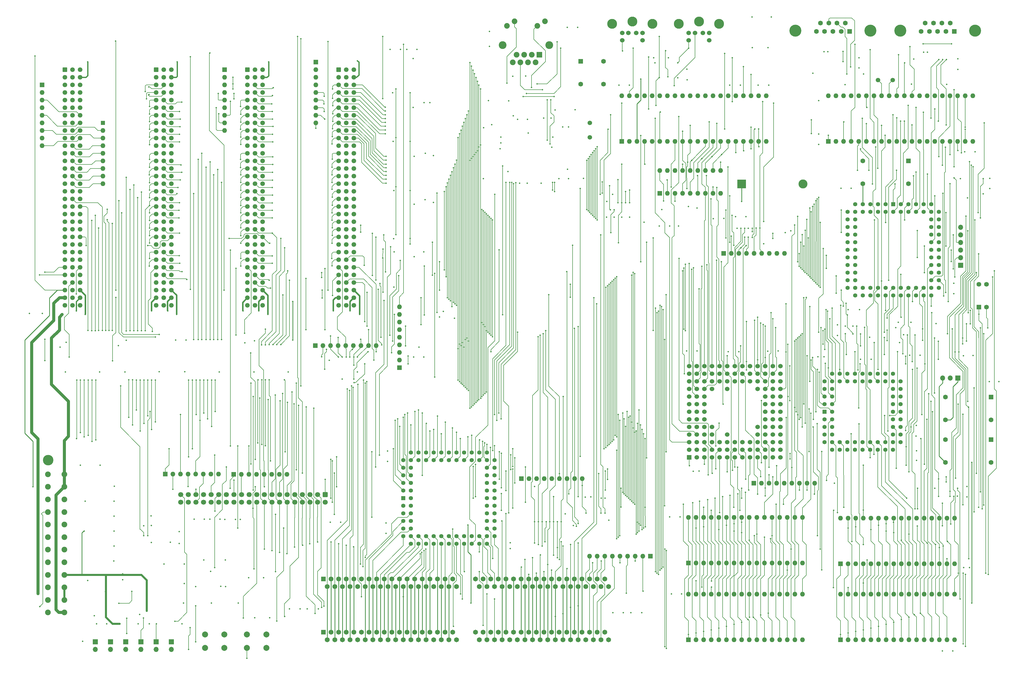
<source format=gbl>
G04 #@! TF.GenerationSoftware,KiCad,Pcbnew,(6.0.11)*
G04 #@! TF.CreationDate,2023-02-06T09:10:04+00:00*
G04 #@! TF.ProjectId,yddraig030,79646472-6169-4673-9033-302e6b696361,rev?*
G04 #@! TF.SameCoordinates,Original*
G04 #@! TF.FileFunction,Copper,L4,Bot*
G04 #@! TF.FilePolarity,Positive*
%FSLAX46Y46*%
G04 Gerber Fmt 4.6, Leading zero omitted, Abs format (unit mm)*
G04 Created by KiCad (PCBNEW (6.0.11)) date 2023-02-06 09:10:04*
%MOMM*%
%LPD*%
G01*
G04 APERTURE LIST*
G04 Aperture macros list*
%AMRoundRect*
0 Rectangle with rounded corners*
0 $1 Rounding radius*
0 $2 $3 $4 $5 $6 $7 $8 $9 X,Y pos of 4 corners*
0 Add a 4 corners polygon primitive as box body*
4,1,4,$2,$3,$4,$5,$6,$7,$8,$9,$2,$3,0*
0 Add four circle primitives for the rounded corners*
1,1,$1+$1,$2,$3*
1,1,$1+$1,$4,$5*
1,1,$1+$1,$6,$7*
1,1,$1+$1,$8,$9*
0 Add four rect primitives between the rounded corners*
20,1,$1+$1,$2,$3,$4,$5,0*
20,1,$1+$1,$4,$5,$6,$7,0*
20,1,$1+$1,$6,$7,$8,$9,0*
20,1,$1+$1,$8,$9,$2,$3,0*%
G04 Aperture macros list end*
G04 #@! TA.AperFunction,ComponentPad*
%ADD10R,1.600000X1.600000*%
G04 #@! TD*
G04 #@! TA.AperFunction,ComponentPad*
%ADD11O,1.600000X1.600000*%
G04 #@! TD*
G04 #@! TA.AperFunction,ComponentPad*
%ADD12R,1.700000X1.700000*%
G04 #@! TD*
G04 #@! TA.AperFunction,ComponentPad*
%ADD13O,1.700000X1.700000*%
G04 #@! TD*
G04 #@! TA.AperFunction,ComponentPad*
%ADD14C,1.600000*%
G04 #@! TD*
G04 #@! TA.AperFunction,ComponentPad*
%ADD15R,3.000000X3.000000*%
G04 #@! TD*
G04 #@! TA.AperFunction,ComponentPad*
%ADD16C,3.000000*%
G04 #@! TD*
G04 #@! TA.AperFunction,ComponentPad*
%ADD17C,1.524000*%
G04 #@! TD*
G04 #@! TA.AperFunction,ComponentPad*
%ADD18C,3.300000*%
G04 #@! TD*
G04 #@! TA.AperFunction,ComponentPad*
%ADD19R,1.650000X1.650000*%
G04 #@! TD*
G04 #@! TA.AperFunction,ComponentPad*
%ADD20C,1.650000*%
G04 #@! TD*
G04 #@! TA.AperFunction,ComponentPad*
%ADD21R,1.422400X1.422400*%
G04 #@! TD*
G04 #@! TA.AperFunction,ComponentPad*
%ADD22C,1.422400*%
G04 #@! TD*
G04 #@! TA.AperFunction,ComponentPad*
%ADD23RoundRect,0.249999X-0.525001X-0.525001X0.525001X-0.525001X0.525001X0.525001X-0.525001X0.525001X0*%
G04 #@! TD*
G04 #@! TA.AperFunction,ComponentPad*
%ADD24C,1.550000*%
G04 #@! TD*
G04 #@! TA.AperFunction,ComponentPad*
%ADD25C,1.905000*%
G04 #@! TD*
G04 #@! TA.AperFunction,ComponentPad*
%ADD26C,3.505200*%
G04 #@! TD*
G04 #@! TA.AperFunction,ComponentPad*
%ADD27R,1.400000X1.400000*%
G04 #@! TD*
G04 #@! TA.AperFunction,ComponentPad*
%ADD28R,1.524000X1.524000*%
G04 #@! TD*
G04 #@! TA.AperFunction,ComponentPad*
%ADD29C,4.000000*%
G04 #@! TD*
G04 #@! TA.AperFunction,ComponentPad*
%ADD30RoundRect,0.250000X-0.600000X0.600000X-0.600000X-0.600000X0.600000X-0.600000X0.600000X0.600000X0*%
G04 #@! TD*
G04 #@! TA.AperFunction,ComponentPad*
%ADD31C,1.700000*%
G04 #@! TD*
G04 #@! TA.AperFunction,ComponentPad*
%ADD32C,2.000000*%
G04 #@! TD*
G04 #@! TA.AperFunction,ComponentPad*
%ADD33C,1.500000*%
G04 #@! TD*
G04 #@! TA.AperFunction,ComponentPad*
%ADD34R,1.580000X1.580000*%
G04 #@! TD*
G04 #@! TA.AperFunction,ComponentPad*
%ADD35C,1.580000*%
G04 #@! TD*
G04 #@! TA.AperFunction,ComponentPad*
%ADD36C,2.600000*%
G04 #@! TD*
G04 #@! TA.AperFunction,ComponentPad*
%ADD37C,1.890000*%
G04 #@! TD*
G04 #@! TA.AperFunction,ComponentPad*
%ADD38R,1.900000X1.900000*%
G04 #@! TD*
G04 #@! TA.AperFunction,ComponentPad*
%ADD39C,1.900000*%
G04 #@! TD*
G04 #@! TA.AperFunction,ViaPad*
%ADD40C,0.500000*%
G04 #@! TD*
G04 #@! TA.AperFunction,Conductor*
%ADD41C,0.127000*%
G04 #@! TD*
G04 #@! TA.AperFunction,Conductor*
%ADD42C,0.254000*%
G04 #@! TD*
G04 #@! TA.AperFunction,Conductor*
%ADD43C,0.700000*%
G04 #@! TD*
G04 #@! TA.AperFunction,Conductor*
%ADD44C,0.400000*%
G04 #@! TD*
G04 #@! TA.AperFunction,Conductor*
%ADD45C,0.500000*%
G04 #@! TD*
G04 #@! TA.AperFunction,Conductor*
%ADD46C,1.000000*%
G04 #@! TD*
G04 #@! TA.AperFunction,Conductor*
%ADD47C,0.200000*%
G04 #@! TD*
G04 #@! TA.AperFunction,Conductor*
%ADD48C,0.101600*%
G04 #@! TD*
G04 APERTURE END LIST*
D10*
X254000000Y-215646000D03*
D11*
X256540000Y-215646000D03*
X259080000Y-215646000D03*
X261620000Y-215646000D03*
X264160000Y-215646000D03*
X266700000Y-215646000D03*
X269240000Y-215646000D03*
X271780000Y-215646000D03*
X274320000Y-215646000D03*
X276860000Y-215646000D03*
X279400000Y-215646000D03*
X281940000Y-215646000D03*
X284480000Y-215646000D03*
X287020000Y-215646000D03*
X289560000Y-215646000D03*
X292100000Y-215646000D03*
X292100000Y-200406000D03*
X289560000Y-200406000D03*
X287020000Y-200406000D03*
X284480000Y-200406000D03*
X281940000Y-200406000D03*
X279400000Y-200406000D03*
X276860000Y-200406000D03*
X274320000Y-200406000D03*
X271780000Y-200406000D03*
X269240000Y-200406000D03*
X266700000Y-200406000D03*
X264160000Y-200406000D03*
X261620000Y-200406000D03*
X259080000Y-200406000D03*
X256540000Y-200406000D03*
X254000000Y-200406000D03*
D10*
X300750000Y-74750000D03*
D11*
X303290000Y-74750000D03*
X305830000Y-74750000D03*
X308370000Y-74750000D03*
X310910000Y-74750000D03*
X313450000Y-74750000D03*
X315990000Y-74750000D03*
X318530000Y-74750000D03*
X321070000Y-74750000D03*
X323610000Y-74750000D03*
X326150000Y-74750000D03*
X328690000Y-74750000D03*
X331230000Y-74750000D03*
X333770000Y-74750000D03*
X336310000Y-74750000D03*
X338850000Y-74750000D03*
X341390000Y-74750000D03*
X343930000Y-74750000D03*
X346470000Y-74750000D03*
X349010000Y-74750000D03*
X349010000Y-59510000D03*
X346470000Y-59510000D03*
X343930000Y-59510000D03*
X341390000Y-59510000D03*
X338850000Y-59510000D03*
X336310000Y-59510000D03*
X333770000Y-59510000D03*
X331230000Y-59510000D03*
X328690000Y-59510000D03*
X326150000Y-59510000D03*
X323610000Y-59510000D03*
X321070000Y-59510000D03*
X318530000Y-59510000D03*
X315990000Y-59510000D03*
X313450000Y-59510000D03*
X310910000Y-59510000D03*
X308370000Y-59510000D03*
X305830000Y-59510000D03*
X303290000Y-59510000D03*
X300750000Y-59510000D03*
D10*
X231740000Y-74740000D03*
D11*
X234280000Y-74740000D03*
X236820000Y-74740000D03*
X239360000Y-74740000D03*
X241900000Y-74740000D03*
X244440000Y-74740000D03*
X246980000Y-74740000D03*
X249520000Y-74740000D03*
X252060000Y-74740000D03*
X254600000Y-74740000D03*
X257140000Y-74740000D03*
X259680000Y-74740000D03*
X262220000Y-74740000D03*
X264760000Y-74740000D03*
X267300000Y-74740000D03*
X269840000Y-74740000D03*
X272380000Y-74740000D03*
X274920000Y-74740000D03*
X277460000Y-74740000D03*
X280000000Y-74740000D03*
X280000000Y-59500000D03*
X277460000Y-59500000D03*
X274920000Y-59500000D03*
X272380000Y-59500000D03*
X269840000Y-59500000D03*
X267300000Y-59500000D03*
X264760000Y-59500000D03*
X262220000Y-59500000D03*
X259680000Y-59500000D03*
X257140000Y-59500000D03*
X254600000Y-59500000D03*
X252060000Y-59500000D03*
X249520000Y-59500000D03*
X246980000Y-59500000D03*
X244440000Y-59500000D03*
X241900000Y-59500000D03*
X239360000Y-59500000D03*
X236820000Y-59500000D03*
X234280000Y-59500000D03*
X231740000Y-59500000D03*
D12*
X81280000Y-242000000D03*
D13*
X81280000Y-244540000D03*
D10*
X218030000Y-48030000D03*
D14*
X218030000Y-55650000D03*
X225650000Y-55650000D03*
X225650000Y-48030000D03*
D10*
X129325000Y-143000000D03*
D11*
X131865000Y-143000000D03*
X134405000Y-143000000D03*
X136945000Y-143000000D03*
X139485000Y-143000000D03*
X142025000Y-143000000D03*
X144565000Y-143000000D03*
X147105000Y-143000000D03*
X149645000Y-143000000D03*
D15*
X271747584Y-89000000D03*
D16*
X292237584Y-89000000D03*
D17*
X233950000Y-38500000D03*
X236550000Y-38500000D03*
X231850000Y-38500000D03*
X238650000Y-38500000D03*
X231850000Y-41000000D03*
X238650000Y-41000000D03*
D18*
X235250000Y-34700000D03*
X242000000Y-35500000D03*
X228500000Y-35500000D03*
D17*
X256200000Y-38500000D03*
X258800000Y-38500000D03*
X254100000Y-38500000D03*
X260900000Y-38500000D03*
X254100000Y-41000000D03*
X260900000Y-41000000D03*
D18*
X257500000Y-34700000D03*
X250750000Y-35500000D03*
X264250000Y-35500000D03*
D12*
X344950000Y-116150000D03*
D13*
X344950000Y-113610000D03*
X344950000Y-111070000D03*
X344950000Y-108530000D03*
X344950000Y-105990000D03*
X344950000Y-103450000D03*
D19*
X132080000Y-238760000D03*
D20*
X133350000Y-241300000D03*
X134620000Y-238760000D03*
X135890000Y-241300000D03*
X137160000Y-238760000D03*
X138430000Y-241300000D03*
X139700000Y-238760000D03*
X140970000Y-241300000D03*
X142240000Y-238760000D03*
X143510000Y-241300000D03*
X144780000Y-238760000D03*
X146050000Y-241300000D03*
X147320000Y-238760000D03*
X148590000Y-241300000D03*
X149860000Y-238760000D03*
X151130000Y-241300000D03*
X152400000Y-238760000D03*
X153670000Y-241300000D03*
X154940000Y-238760000D03*
X156210000Y-241300000D03*
X157480000Y-238760000D03*
X158750000Y-241300000D03*
X160020000Y-238760000D03*
X161290000Y-241300000D03*
X162560000Y-238760000D03*
X163830000Y-241300000D03*
X165100000Y-238760000D03*
X166370000Y-241300000D03*
X167640000Y-238760000D03*
X168910000Y-241300000D03*
X170180000Y-238760000D03*
X171450000Y-241300000D03*
X172720000Y-238760000D03*
X173990000Y-241300000D03*
X175260000Y-238760000D03*
X176530000Y-241300000D03*
X182880000Y-238760000D03*
X184150000Y-241300000D03*
X185420000Y-238760000D03*
X186690000Y-241300000D03*
X187960000Y-238760000D03*
X189230000Y-241300000D03*
X190500000Y-238760000D03*
X191770000Y-241300000D03*
X193040000Y-238760000D03*
X194310000Y-241300000D03*
X195580000Y-238760000D03*
X196850000Y-241300000D03*
X198120000Y-238760000D03*
X199390000Y-241300000D03*
X200660000Y-238760000D03*
X201930000Y-241300000D03*
X203200000Y-238760000D03*
X204470000Y-241300000D03*
X205740000Y-238760000D03*
X207010000Y-241300000D03*
X208280000Y-238760000D03*
X209550000Y-241300000D03*
X210820000Y-238760000D03*
X212090000Y-241300000D03*
X213360000Y-238760000D03*
X214630000Y-241300000D03*
X215900000Y-238760000D03*
X217170000Y-241300000D03*
X218440000Y-238760000D03*
X219710000Y-241300000D03*
X220980000Y-238760000D03*
X222250000Y-241300000D03*
X223520000Y-238760000D03*
X224790000Y-241300000D03*
X226060000Y-238760000D03*
X227330000Y-241300000D03*
D21*
X158760000Y-194000000D03*
D22*
X161300000Y-194000000D03*
X158760000Y-196540000D03*
X161300000Y-196540000D03*
X158760000Y-199080000D03*
X161300000Y-199080000D03*
X158760000Y-201620000D03*
X161300000Y-201620000D03*
X158760000Y-204160000D03*
X161300000Y-204160000D03*
X158760000Y-206700000D03*
X161300000Y-209240000D03*
X161300000Y-206700000D03*
X163840000Y-209240000D03*
X163840000Y-206700000D03*
X166380000Y-209240000D03*
X166380000Y-206700000D03*
X168920000Y-209240000D03*
X168920000Y-206700000D03*
X171460000Y-209240000D03*
X171460000Y-206700000D03*
X174000000Y-209240000D03*
X174000000Y-206700000D03*
X176540000Y-209240000D03*
X176540000Y-206700000D03*
X179080000Y-209240000D03*
X179080000Y-206700000D03*
X181620000Y-209240000D03*
X181620000Y-206700000D03*
X184160000Y-209240000D03*
X184160000Y-206700000D03*
X186700000Y-209240000D03*
X189240000Y-206700000D03*
X186700000Y-206700000D03*
X189240000Y-204160000D03*
X186700000Y-204160000D03*
X189240000Y-201620000D03*
X186700000Y-201620000D03*
X189240000Y-199080000D03*
X186700000Y-199080000D03*
X189240000Y-196540000D03*
X186700000Y-196540000D03*
X189240000Y-194000000D03*
X186700000Y-194000000D03*
X189240000Y-191460000D03*
X186700000Y-191460000D03*
X189240000Y-188920000D03*
X186700000Y-188920000D03*
X189240000Y-186380000D03*
X186700000Y-186380000D03*
X189240000Y-183840000D03*
X186700000Y-183840000D03*
X189240000Y-181300000D03*
X186700000Y-178760000D03*
X186700000Y-181300000D03*
X184160000Y-178760000D03*
X184160000Y-181300000D03*
X181620000Y-178760000D03*
X181620000Y-181300000D03*
X179080000Y-178760000D03*
X179080000Y-181300000D03*
X176540000Y-178760000D03*
X176540000Y-181300000D03*
X174000000Y-178760000D03*
X174000000Y-181300000D03*
X171460000Y-178760000D03*
X171460000Y-181300000D03*
X168920000Y-178760000D03*
X168920000Y-181300000D03*
X166380000Y-178760000D03*
X166380000Y-181300000D03*
X163840000Y-178760000D03*
X163840000Y-181300000D03*
X161300000Y-178760000D03*
X158760000Y-181300000D03*
X161300000Y-181300000D03*
X158760000Y-183840000D03*
X161300000Y-183840000D03*
X158760000Y-186380000D03*
X161300000Y-186380000D03*
X158760000Y-188920000D03*
X161300000Y-188920000D03*
X158760000Y-191460000D03*
X161300000Y-191460000D03*
D23*
X45720000Y-50800000D03*
D24*
X45720000Y-53340000D03*
X45720000Y-55880000D03*
X45720000Y-58420000D03*
X45720000Y-60960000D03*
X45720000Y-63500000D03*
X45720000Y-66040000D03*
X45720000Y-68580000D03*
X45720000Y-71120000D03*
X45720000Y-73660000D03*
X45720000Y-76200000D03*
X45720000Y-78740000D03*
X45720000Y-81280000D03*
X45720000Y-83820000D03*
X45720000Y-86360000D03*
X45720000Y-88900000D03*
X45720000Y-91440000D03*
X45720000Y-93980000D03*
X45720000Y-96520000D03*
X45720000Y-99060000D03*
X45720000Y-101600000D03*
X45720000Y-104140000D03*
X45720000Y-106680000D03*
X45720000Y-109220000D03*
X45720000Y-111760000D03*
X45720000Y-114300000D03*
X45720000Y-116840000D03*
X45720000Y-119380000D03*
X45720000Y-121920000D03*
X45720000Y-124460000D03*
X45720000Y-127000000D03*
X45720000Y-129540000D03*
X48260000Y-50800000D03*
X48260000Y-53340000D03*
X48260000Y-55880000D03*
X48260000Y-58420000D03*
X48260000Y-60960000D03*
X48260000Y-63500000D03*
X48260000Y-66040000D03*
X48260000Y-68580000D03*
X48260000Y-71120000D03*
X48260000Y-73660000D03*
X48260000Y-76200000D03*
X48260000Y-78740000D03*
X48260000Y-81280000D03*
X48260000Y-83820000D03*
X48260000Y-86360000D03*
X48260000Y-88900000D03*
X48260000Y-91440000D03*
X48260000Y-93980000D03*
X48260000Y-96520000D03*
X48260000Y-99060000D03*
X48260000Y-101600000D03*
X48260000Y-104140000D03*
X48260000Y-106680000D03*
X48260000Y-109220000D03*
X48260000Y-111760000D03*
X48260000Y-114300000D03*
X48260000Y-116840000D03*
X48260000Y-119380000D03*
X48260000Y-121920000D03*
X48260000Y-124460000D03*
X48260000Y-127000000D03*
X48260000Y-129540000D03*
X50800000Y-50800000D03*
X50800000Y-53340000D03*
X50800000Y-55880000D03*
X50800000Y-58420000D03*
X50800000Y-60960000D03*
X50800000Y-63500000D03*
X50800000Y-66040000D03*
X50800000Y-68580000D03*
X50800000Y-71120000D03*
X50800000Y-73660000D03*
X50800000Y-76200000D03*
X50800000Y-78740000D03*
X50800000Y-81280000D03*
X50800000Y-83820000D03*
X50800000Y-86360000D03*
X50800000Y-88900000D03*
X50800000Y-91440000D03*
X50800000Y-93980000D03*
X50800000Y-96520000D03*
X50800000Y-99060000D03*
X50800000Y-101600000D03*
X50800000Y-104140000D03*
X50800000Y-106680000D03*
X50800000Y-109220000D03*
X50800000Y-111760000D03*
X50800000Y-114300000D03*
X50800000Y-116840000D03*
X50800000Y-119380000D03*
X50800000Y-121920000D03*
X50800000Y-124460000D03*
X50800000Y-127000000D03*
X50800000Y-129540000D03*
D25*
X45500000Y-186000008D03*
X45500000Y-190200007D03*
X45500000Y-194400006D03*
X45500000Y-198600005D03*
X45500000Y-202800005D03*
X45500000Y-207000004D03*
X45500000Y-211200003D03*
X45500000Y-215400002D03*
X45500000Y-219600002D03*
X45500000Y-223800001D03*
X45500000Y-228000000D03*
X45500000Y-232199999D03*
X40000001Y-186000008D03*
X40000001Y-190200007D03*
X40000001Y-194400006D03*
X40000001Y-198600005D03*
X40000001Y-202800005D03*
X40000001Y-207000004D03*
X40000001Y-211200003D03*
X40000001Y-215400002D03*
X40000001Y-219600002D03*
X40000001Y-223800001D03*
X40000001Y-228000000D03*
X40000001Y-232199999D03*
D26*
X40102500Y-181236505D03*
D27*
X58420000Y-68580000D03*
D11*
X58420000Y-71120000D03*
X58420000Y-73660000D03*
X58420000Y-76200000D03*
X58420000Y-78740000D03*
X58420000Y-81280000D03*
X58420000Y-83820000D03*
X58420000Y-86360000D03*
X58420000Y-88900000D03*
D28*
X254254000Y-180340000D03*
D17*
X254254000Y-177800000D03*
X254254000Y-175260000D03*
X254254000Y-172720000D03*
X254254000Y-170180000D03*
X254254000Y-167640000D03*
X254254000Y-165100000D03*
X254254000Y-162560000D03*
X254254000Y-160020000D03*
X254254000Y-157480000D03*
X254254000Y-154940000D03*
X254254000Y-152400000D03*
X254254000Y-149860000D03*
X256794000Y-180340000D03*
X256794000Y-177800000D03*
X256794000Y-175260000D03*
X256794000Y-172720000D03*
X256794000Y-170180000D03*
X256794000Y-167640000D03*
X256794000Y-165100000D03*
X256794000Y-162560000D03*
X256794000Y-160020000D03*
X256794000Y-157480000D03*
X256794000Y-154940000D03*
X256794000Y-152400000D03*
X256794000Y-149860000D03*
X259334000Y-180340000D03*
X259334000Y-177800000D03*
X259334000Y-175260000D03*
X259334000Y-172720000D03*
X259334000Y-170180000D03*
X259334000Y-167640000D03*
X259334000Y-165100000D03*
X259334000Y-162560000D03*
X259334000Y-160020000D03*
X259334000Y-157480000D03*
X259334000Y-154940000D03*
X259334000Y-152400000D03*
X259334000Y-149860000D03*
X261874000Y-180340000D03*
X261874000Y-177800000D03*
X261874000Y-175260000D03*
X261874000Y-172720000D03*
X261874000Y-170180000D03*
X261874000Y-157480000D03*
X261874000Y-154940000D03*
X261874000Y-152400000D03*
X261874000Y-149860000D03*
X264414000Y-180340000D03*
X264414000Y-177800000D03*
X264414000Y-175260000D03*
X264414000Y-154940000D03*
X264414000Y-152400000D03*
X264414000Y-149860000D03*
X266954000Y-180340000D03*
X266954000Y-177800000D03*
X266954000Y-175260000D03*
X266954000Y-172720000D03*
X266954000Y-157480000D03*
X266954000Y-154940000D03*
X266954000Y-152400000D03*
X266954000Y-149860000D03*
X269494000Y-180340000D03*
X269494000Y-177800000D03*
X269494000Y-175260000D03*
X269494000Y-154940000D03*
X269494000Y-152400000D03*
X269494000Y-149860000D03*
X272034000Y-180340000D03*
X272034000Y-177800000D03*
X272034000Y-175260000D03*
X272034000Y-154940000D03*
X272034000Y-152400000D03*
X272034000Y-149860000D03*
X274574000Y-180340000D03*
X274574000Y-177800000D03*
X274574000Y-175260000D03*
X274574000Y-154940000D03*
X274574000Y-152400000D03*
X274574000Y-149860000D03*
X277114000Y-180340000D03*
X277114000Y-177800000D03*
X277114000Y-175260000D03*
X277114000Y-172720000D03*
X277114000Y-170180000D03*
X277114000Y-157480000D03*
X277114000Y-154940000D03*
X277114000Y-152400000D03*
X277114000Y-149860000D03*
X279654000Y-180340000D03*
X279654000Y-177800000D03*
X279654000Y-175260000D03*
X279654000Y-172720000D03*
X279654000Y-170180000D03*
X279654000Y-167640000D03*
X279654000Y-165100000D03*
X279654000Y-162560000D03*
X279654000Y-160020000D03*
X279654000Y-157480000D03*
X279654000Y-154940000D03*
X279654000Y-152400000D03*
X279654000Y-149860000D03*
X282194000Y-180340000D03*
X282194000Y-177800000D03*
X282194000Y-175260000D03*
X282194000Y-172720000D03*
X282194000Y-170180000D03*
X282194000Y-167640000D03*
X282194000Y-165100000D03*
X282194000Y-162560000D03*
X282194000Y-160020000D03*
X282194000Y-157480000D03*
X282194000Y-154940000D03*
X282194000Y-152400000D03*
X282194000Y-149860000D03*
X284734000Y-180340000D03*
X284734000Y-177800000D03*
X284734000Y-175260000D03*
X284734000Y-172720000D03*
X284734000Y-170180000D03*
X284734000Y-167640000D03*
X284734000Y-165100000D03*
X284734000Y-162560000D03*
X284734000Y-160020000D03*
X284734000Y-157480000D03*
X284734000Y-154940000D03*
X284734000Y-152400000D03*
X284734000Y-149860000D03*
D21*
X299466000Y-165100000D03*
D22*
X302006000Y-165100000D03*
X299466000Y-167640000D03*
X302006000Y-167640000D03*
X299466000Y-170180000D03*
X302006000Y-170180000D03*
X299466000Y-172720000D03*
X302006000Y-172720000D03*
X299466000Y-175260000D03*
X302006000Y-177800000D03*
X302006000Y-175260000D03*
X304546000Y-177800000D03*
X304546000Y-175260000D03*
X307086000Y-177800000D03*
X307086000Y-175260000D03*
X309626000Y-177800000D03*
X309626000Y-175260000D03*
X312166000Y-177800000D03*
X312166000Y-175260000D03*
X314706000Y-177800000D03*
X314706000Y-175260000D03*
X317246000Y-177800000D03*
X317246000Y-175260000D03*
X319786000Y-177800000D03*
X319786000Y-175260000D03*
X322326000Y-177800000D03*
X324866000Y-175260000D03*
X322326000Y-175260000D03*
X324866000Y-172720000D03*
X322326000Y-172720000D03*
X324866000Y-170180000D03*
X322326000Y-170180000D03*
X324866000Y-167640000D03*
X322326000Y-167640000D03*
X324866000Y-165100000D03*
X322326000Y-165100000D03*
X324866000Y-162560000D03*
X322326000Y-162560000D03*
X324866000Y-160020000D03*
X322326000Y-160020000D03*
X324866000Y-157480000D03*
X322326000Y-157480000D03*
X324866000Y-154940000D03*
X322326000Y-152400000D03*
X322326000Y-154940000D03*
X319786000Y-152400000D03*
X319786000Y-154940000D03*
X317246000Y-152400000D03*
X317246000Y-154940000D03*
X314706000Y-152400000D03*
X314706000Y-154940000D03*
X312166000Y-152400000D03*
X312166000Y-154940000D03*
X309626000Y-152400000D03*
X309626000Y-154940000D03*
X307086000Y-152400000D03*
X307086000Y-154940000D03*
X304546000Y-152400000D03*
X304546000Y-154940000D03*
X302006000Y-152400000D03*
X299466000Y-154940000D03*
X302006000Y-154940000D03*
X299466000Y-157480000D03*
X302006000Y-157480000D03*
X299466000Y-160020000D03*
X302006000Y-160020000D03*
X299466000Y-162560000D03*
X302006000Y-162560000D03*
D29*
X289750000Y-37750000D03*
X314750000Y-37750000D03*
D10*
X307790000Y-38050000D03*
D14*
X305020000Y-38050000D03*
X302250000Y-38050000D03*
X299480000Y-38050000D03*
X296710000Y-38050000D03*
X306405000Y-35210000D03*
X303635000Y-35210000D03*
X300865000Y-35210000D03*
X298095000Y-35210000D03*
D30*
X132630000Y-192747500D03*
D31*
X132630000Y-195287500D03*
X130090000Y-192747500D03*
X130090000Y-195287500D03*
X127550000Y-192747500D03*
X127550000Y-195287500D03*
X125010000Y-192747500D03*
X125010000Y-195287500D03*
X122470000Y-192747500D03*
X122470000Y-195287500D03*
X119930000Y-192747500D03*
X119930000Y-195287500D03*
X117390000Y-192747500D03*
X117390000Y-195287500D03*
X114850000Y-192747500D03*
X114850000Y-195287500D03*
X112310000Y-192747500D03*
X112310000Y-195287500D03*
X109770000Y-192747500D03*
X109770000Y-195287500D03*
X107230000Y-192747500D03*
X107230000Y-195287500D03*
X104690000Y-192747500D03*
X104690000Y-195287500D03*
X102150000Y-192747500D03*
X102150000Y-195287500D03*
X99610000Y-192747500D03*
X99610000Y-195287500D03*
X97070000Y-192747500D03*
X97070000Y-195287500D03*
X94530000Y-192747500D03*
X94530000Y-195287500D03*
X91990000Y-192747500D03*
X91990000Y-195287500D03*
X89450000Y-192747500D03*
X89450000Y-195287500D03*
X86910000Y-192747500D03*
X86910000Y-195287500D03*
X84370000Y-192747500D03*
X84370000Y-195287500D03*
D19*
X132080000Y-220980000D03*
D20*
X133350000Y-223520000D03*
X134620000Y-220980000D03*
X135890000Y-223520000D03*
X137160000Y-220980000D03*
X138430000Y-223520000D03*
X139700000Y-220980000D03*
X140970000Y-223520000D03*
X142240000Y-220980000D03*
X143510000Y-223520000D03*
X144780000Y-220980000D03*
X146050000Y-223520000D03*
X147320000Y-220980000D03*
X148590000Y-223520000D03*
X149860000Y-220980000D03*
X151130000Y-223520000D03*
X152400000Y-220980000D03*
X153670000Y-223520000D03*
X154940000Y-220980000D03*
X156210000Y-223520000D03*
X157480000Y-220980000D03*
X158750000Y-223520000D03*
X160020000Y-220980000D03*
X161290000Y-223520000D03*
X162560000Y-220980000D03*
X163830000Y-223520000D03*
X165100000Y-220980000D03*
X166370000Y-223520000D03*
X167640000Y-220980000D03*
X168910000Y-223520000D03*
X170180000Y-220980000D03*
X171450000Y-223520000D03*
X172720000Y-220980000D03*
X173990000Y-223520000D03*
X175260000Y-220980000D03*
X176530000Y-223520000D03*
X182880000Y-220980000D03*
X184150000Y-223520000D03*
X185420000Y-220980000D03*
X186690000Y-223520000D03*
X187960000Y-220980000D03*
X189230000Y-223520000D03*
X190500000Y-220980000D03*
X191770000Y-223520000D03*
X193040000Y-220980000D03*
X194310000Y-223520000D03*
X195580000Y-220980000D03*
X196850000Y-223520000D03*
X198120000Y-220980000D03*
X199390000Y-223520000D03*
X200660000Y-220980000D03*
X201930000Y-223520000D03*
X203200000Y-220980000D03*
X204470000Y-223520000D03*
X205740000Y-220980000D03*
X207010000Y-223520000D03*
X208280000Y-220980000D03*
X209550000Y-223520000D03*
X210820000Y-220980000D03*
X212090000Y-223520000D03*
X213360000Y-220980000D03*
X214630000Y-223520000D03*
X215900000Y-220980000D03*
X217170000Y-223520000D03*
X218440000Y-220980000D03*
X219710000Y-223520000D03*
X220980000Y-220980000D03*
X222250000Y-223520000D03*
X223520000Y-220980000D03*
X224790000Y-223520000D03*
X226060000Y-220980000D03*
X227330000Y-223520000D03*
D12*
X344000000Y-153800000D03*
D13*
X341460000Y-153800000D03*
X338920000Y-153800000D03*
D10*
X304800000Y-241300000D03*
D11*
X307340000Y-241300000D03*
X309880000Y-241300000D03*
X312420000Y-241300000D03*
X314960000Y-241300000D03*
X317500000Y-241300000D03*
X320040000Y-241300000D03*
X322580000Y-241300000D03*
X325120000Y-241300000D03*
X327660000Y-241300000D03*
X330200000Y-241300000D03*
X332740000Y-241300000D03*
X335280000Y-241300000D03*
X337820000Y-241300000D03*
X340360000Y-241300000D03*
X342900000Y-241300000D03*
X342900000Y-226060000D03*
X340360000Y-226060000D03*
X337820000Y-226060000D03*
X335280000Y-226060000D03*
X332740000Y-226060000D03*
X330200000Y-226060000D03*
X327660000Y-226060000D03*
X325120000Y-226060000D03*
X322580000Y-226060000D03*
X320040000Y-226060000D03*
X317500000Y-226060000D03*
X314960000Y-226060000D03*
X312420000Y-226060000D03*
X309880000Y-226060000D03*
X307340000Y-226060000D03*
X304800000Y-226060000D03*
D32*
X113000000Y-239500000D03*
X106500000Y-239500000D03*
X106500000Y-244000000D03*
X113000000Y-244000000D03*
D12*
X71120000Y-242000000D03*
D13*
X71120000Y-244540000D03*
D33*
X317350000Y-54250000D03*
X322250000Y-54250000D03*
X221062500Y-68550000D03*
X221062500Y-73450000D03*
D10*
X254000000Y-241300000D03*
D11*
X256540000Y-241300000D03*
X259080000Y-241300000D03*
X261620000Y-241300000D03*
X264160000Y-241300000D03*
X266700000Y-241300000D03*
X269240000Y-241300000D03*
X271780000Y-241300000D03*
X274320000Y-241300000D03*
X276860000Y-241300000D03*
X279400000Y-241300000D03*
X281940000Y-241300000D03*
X284480000Y-241300000D03*
X287020000Y-241300000D03*
X289560000Y-241300000D03*
X292100000Y-241300000D03*
X292100000Y-226060000D03*
X289560000Y-226060000D03*
X287020000Y-226060000D03*
X284480000Y-226060000D03*
X281940000Y-226060000D03*
X279400000Y-226060000D03*
X276860000Y-226060000D03*
X274320000Y-226060000D03*
X271780000Y-226060000D03*
X269240000Y-226060000D03*
X266700000Y-226060000D03*
X264160000Y-226060000D03*
X261620000Y-226060000D03*
X259080000Y-226060000D03*
X256540000Y-226060000D03*
X254000000Y-226060000D03*
D34*
X351050000Y-130120000D03*
D35*
X351050000Y-122500000D03*
X353590000Y-130120000D03*
X353590000Y-122500000D03*
D12*
X55880000Y-242000000D03*
D13*
X55880000Y-244540000D03*
D10*
X157450000Y-150400000D03*
D11*
X157450000Y-147860000D03*
X157450000Y-145320000D03*
X157450000Y-142780000D03*
X157450000Y-140240000D03*
X157450000Y-137700000D03*
X157450000Y-135160000D03*
X157450000Y-132620000D03*
X157450000Y-130080000D03*
D12*
X76200000Y-242000000D03*
D13*
X76200000Y-244540000D03*
D10*
X241300000Y-213360000D03*
D11*
X238760000Y-213360000D03*
X236220000Y-213360000D03*
X233680000Y-213360000D03*
X231140000Y-213360000D03*
X228600000Y-213360000D03*
X226060000Y-213360000D03*
X223520000Y-213360000D03*
X220980000Y-213360000D03*
D10*
X275825000Y-189000000D03*
D11*
X278365000Y-189000000D03*
X280905000Y-189000000D03*
X283445000Y-189000000D03*
X285985000Y-189000000D03*
X288525000Y-189000000D03*
X291065000Y-189000000D03*
X293605000Y-189000000D03*
X296145000Y-189000000D03*
D23*
X76200000Y-50800000D03*
D24*
X76200000Y-53340000D03*
X76200000Y-55880000D03*
X76200000Y-58420000D03*
X76200000Y-60960000D03*
X76200000Y-63500000D03*
X76200000Y-66040000D03*
X76200000Y-68580000D03*
X76200000Y-71120000D03*
X76200000Y-73660000D03*
X76200000Y-76200000D03*
X76200000Y-78740000D03*
X76200000Y-81280000D03*
X76200000Y-83820000D03*
X76200000Y-86360000D03*
X76200000Y-88900000D03*
X76200000Y-91440000D03*
X76200000Y-93980000D03*
X76200000Y-96520000D03*
X76200000Y-99060000D03*
X76200000Y-101600000D03*
X76200000Y-104140000D03*
X76200000Y-106680000D03*
X76200000Y-109220000D03*
X76200000Y-111760000D03*
X76200000Y-114300000D03*
X76200000Y-116840000D03*
X76200000Y-119380000D03*
X76200000Y-121920000D03*
X76200000Y-124460000D03*
X76200000Y-127000000D03*
X76200000Y-129540000D03*
X78740000Y-50800000D03*
X78740000Y-53340000D03*
X78740000Y-55880000D03*
X78740000Y-58420000D03*
X78740000Y-60960000D03*
X78740000Y-63500000D03*
X78740000Y-66040000D03*
X78740000Y-68580000D03*
X78740000Y-71120000D03*
X78740000Y-73660000D03*
X78740000Y-76200000D03*
X78740000Y-78740000D03*
X78740000Y-81280000D03*
X78740000Y-83820000D03*
X78740000Y-86360000D03*
X78740000Y-88900000D03*
X78740000Y-91440000D03*
X78740000Y-93980000D03*
X78740000Y-96520000D03*
X78740000Y-99060000D03*
X78740000Y-101600000D03*
X78740000Y-104140000D03*
X78740000Y-106680000D03*
X78740000Y-109220000D03*
X78740000Y-111760000D03*
X78740000Y-114300000D03*
X78740000Y-116840000D03*
X78740000Y-119380000D03*
X78740000Y-121920000D03*
X78740000Y-124460000D03*
X78740000Y-127000000D03*
X78740000Y-129540000D03*
X81280000Y-50800000D03*
X81280000Y-53340000D03*
X81280000Y-55880000D03*
X81280000Y-58420000D03*
X81280000Y-60960000D03*
X81280000Y-63500000D03*
X81280000Y-66040000D03*
X81280000Y-68580000D03*
X81280000Y-71120000D03*
X81280000Y-73660000D03*
X81280000Y-76200000D03*
X81280000Y-78740000D03*
X81280000Y-81280000D03*
X81280000Y-83820000D03*
X81280000Y-86360000D03*
X81280000Y-88900000D03*
X81280000Y-91440000D03*
X81280000Y-93980000D03*
X81280000Y-96520000D03*
X81280000Y-99060000D03*
X81280000Y-101600000D03*
X81280000Y-104140000D03*
X81280000Y-106680000D03*
X81280000Y-109220000D03*
X81280000Y-111760000D03*
X81280000Y-114300000D03*
X81280000Y-116840000D03*
X81280000Y-119380000D03*
X81280000Y-121920000D03*
X81280000Y-124460000D03*
X81280000Y-127000000D03*
X81280000Y-129540000D03*
D10*
X265780000Y-112200000D03*
D11*
X268320000Y-112200000D03*
X270860000Y-112200000D03*
X273400000Y-112200000D03*
X275940000Y-112200000D03*
X278480000Y-112200000D03*
X281020000Y-112200000D03*
X283560000Y-112200000D03*
X286100000Y-112200000D03*
D32*
X92500000Y-239500000D03*
X99000000Y-239500000D03*
X92500000Y-244000000D03*
X99000000Y-244000000D03*
D10*
X99060000Y-50800000D03*
D11*
X99060000Y-53340000D03*
X99060000Y-55880000D03*
X99060000Y-58420000D03*
X99060000Y-60960000D03*
X99060000Y-63500000D03*
X99060000Y-66040000D03*
X99060000Y-68580000D03*
X99060000Y-71120000D03*
D23*
X106680000Y-50800000D03*
D24*
X106680000Y-53340000D03*
X106680000Y-55880000D03*
X106680000Y-58420000D03*
X106680000Y-60960000D03*
X106680000Y-63500000D03*
X106680000Y-66040000D03*
X106680000Y-68580000D03*
X106680000Y-71120000D03*
X106680000Y-73660000D03*
X106680000Y-76200000D03*
X106680000Y-78740000D03*
X106680000Y-81280000D03*
X106680000Y-83820000D03*
X106680000Y-86360000D03*
X106680000Y-88900000D03*
X106680000Y-91440000D03*
X106680000Y-93980000D03*
X106680000Y-96520000D03*
X106680000Y-99060000D03*
X106680000Y-101600000D03*
X106680000Y-104140000D03*
X106680000Y-106680000D03*
X106680000Y-109220000D03*
X106680000Y-111760000D03*
X106680000Y-114300000D03*
X106680000Y-116840000D03*
X106680000Y-119380000D03*
X106680000Y-121920000D03*
X106680000Y-124460000D03*
X106680000Y-127000000D03*
X106680000Y-129540000D03*
X109220000Y-50800000D03*
X109220000Y-53340000D03*
X109220000Y-55880000D03*
X109220000Y-58420000D03*
X109220000Y-60960000D03*
X109220000Y-63500000D03*
X109220000Y-66040000D03*
X109220000Y-68580000D03*
X109220000Y-71120000D03*
X109220000Y-73660000D03*
X109220000Y-76200000D03*
X109220000Y-78740000D03*
X109220000Y-81280000D03*
X109220000Y-83820000D03*
X109220000Y-86360000D03*
X109220000Y-88900000D03*
X109220000Y-91440000D03*
X109220000Y-93980000D03*
X109220000Y-96520000D03*
X109220000Y-99060000D03*
X109220000Y-101600000D03*
X109220000Y-104140000D03*
X109220000Y-106680000D03*
X109220000Y-109220000D03*
X109220000Y-111760000D03*
X109220000Y-114300000D03*
X109220000Y-116840000D03*
X109220000Y-119380000D03*
X109220000Y-121920000D03*
X109220000Y-124460000D03*
X109220000Y-127000000D03*
X109220000Y-129540000D03*
X111760000Y-50800000D03*
X111760000Y-53340000D03*
X111760000Y-55880000D03*
X111760000Y-58420000D03*
X111760000Y-60960000D03*
X111760000Y-63500000D03*
X111760000Y-66040000D03*
X111760000Y-68580000D03*
X111760000Y-71120000D03*
X111760000Y-73660000D03*
X111760000Y-76200000D03*
X111760000Y-78740000D03*
X111760000Y-81280000D03*
X111760000Y-83820000D03*
X111760000Y-86360000D03*
X111760000Y-88900000D03*
X111760000Y-91440000D03*
X111760000Y-93980000D03*
X111760000Y-96520000D03*
X111760000Y-99060000D03*
X111760000Y-101600000D03*
X111760000Y-104140000D03*
X111760000Y-106680000D03*
X111760000Y-109220000D03*
X111760000Y-111760000D03*
X111760000Y-114300000D03*
X111760000Y-116840000D03*
X111760000Y-119380000D03*
X111760000Y-121920000D03*
X111760000Y-124460000D03*
X111760000Y-127000000D03*
X111760000Y-129540000D03*
D10*
X79220000Y-185900000D03*
D11*
X81760000Y-185900000D03*
X84300000Y-185900000D03*
X86840000Y-185900000D03*
X89380000Y-185900000D03*
X91920000Y-185900000D03*
X94460000Y-185900000D03*
X97000000Y-185900000D03*
D10*
X244380000Y-92120000D03*
D11*
X246920000Y-92120000D03*
X249460000Y-92120000D03*
X252000000Y-92120000D03*
X254540000Y-92120000D03*
X257080000Y-92120000D03*
X259620000Y-92120000D03*
X262160000Y-92120000D03*
X264700000Y-92120000D03*
X264700000Y-84500000D03*
X262160000Y-84500000D03*
X259620000Y-84500000D03*
X257080000Y-84500000D03*
X254540000Y-84500000D03*
X252000000Y-84500000D03*
X249460000Y-84500000D03*
X246920000Y-84500000D03*
X244380000Y-84500000D03*
D12*
X60960000Y-242000000D03*
D13*
X60960000Y-244540000D03*
D10*
X327450000Y-81300000D03*
D14*
X312210000Y-81300000D03*
X312210000Y-88920000D03*
X327450000Y-88920000D03*
D10*
X129540000Y-48245000D03*
D11*
X129540000Y-50785000D03*
X129540000Y-53325000D03*
X129540000Y-55865000D03*
X129540000Y-58405000D03*
X129540000Y-60945000D03*
X129540000Y-63485000D03*
X129540000Y-66025000D03*
X129540000Y-68565000D03*
D10*
X102120000Y-186000000D03*
D11*
X104660000Y-186000000D03*
X107200000Y-186000000D03*
X109740000Y-186000000D03*
X112280000Y-186000000D03*
X114820000Y-186000000D03*
X117360000Y-186000000D03*
X119900000Y-186000000D03*
D10*
X355070000Y-160165000D03*
D14*
X339830000Y-160165000D03*
X339830000Y-167785000D03*
X355070000Y-167785000D03*
D10*
X304800000Y-215900000D03*
D11*
X307340000Y-215900000D03*
X309880000Y-215900000D03*
X312420000Y-215900000D03*
X314960000Y-215900000D03*
X317500000Y-215900000D03*
X320040000Y-215900000D03*
X322580000Y-215900000D03*
X325120000Y-215900000D03*
X327660000Y-215900000D03*
X330200000Y-215900000D03*
X332740000Y-215900000D03*
X335280000Y-215900000D03*
X337820000Y-215900000D03*
X340360000Y-215900000D03*
X342900000Y-215900000D03*
X342900000Y-200660000D03*
X340360000Y-200660000D03*
X337820000Y-200660000D03*
X335280000Y-200660000D03*
X332740000Y-200660000D03*
X330200000Y-200660000D03*
X327660000Y-200660000D03*
X325120000Y-200660000D03*
X322580000Y-200660000D03*
X320040000Y-200660000D03*
X317500000Y-200660000D03*
X314960000Y-200660000D03*
X312420000Y-200660000D03*
X309880000Y-200660000D03*
X307340000Y-200660000D03*
X304800000Y-200660000D03*
D21*
X322400000Y-95740000D03*
D22*
X322400000Y-98280000D03*
X319860000Y-95740000D03*
X319860000Y-98280000D03*
X317320000Y-95740000D03*
X317320000Y-98280000D03*
X314780000Y-95740000D03*
X314780000Y-98280000D03*
X312240000Y-95740000D03*
X312240000Y-98280000D03*
X309700000Y-95740000D03*
X307160000Y-98280000D03*
X309700000Y-98280000D03*
X307160000Y-100820000D03*
X309700000Y-100820000D03*
X307160000Y-103360000D03*
X309700000Y-103360000D03*
X307160000Y-105900000D03*
X309700000Y-105900000D03*
X307160000Y-108440000D03*
X309700000Y-108440000D03*
X307160000Y-110980000D03*
X309700000Y-110980000D03*
X307160000Y-113520000D03*
X309700000Y-113520000D03*
X307160000Y-116060000D03*
X309700000Y-116060000D03*
X307160000Y-118600000D03*
X309700000Y-118600000D03*
X307160000Y-121140000D03*
X309700000Y-121140000D03*
X307160000Y-123680000D03*
X309700000Y-126220000D03*
X309700000Y-123680000D03*
X312240000Y-126220000D03*
X312240000Y-123680000D03*
X314780000Y-126220000D03*
X314780000Y-123680000D03*
X317320000Y-126220000D03*
X317320000Y-123680000D03*
X319860000Y-126220000D03*
X319860000Y-123680000D03*
X322400000Y-126220000D03*
X322400000Y-123680000D03*
X324940000Y-126220000D03*
X324940000Y-123680000D03*
X327480000Y-126220000D03*
X327480000Y-123680000D03*
X330020000Y-126220000D03*
X330020000Y-123680000D03*
X332560000Y-126220000D03*
X332560000Y-123680000D03*
X335100000Y-126220000D03*
X337640000Y-123680000D03*
X335100000Y-123680000D03*
X337640000Y-121140000D03*
X335100000Y-121140000D03*
X337640000Y-118600000D03*
X335100000Y-118600000D03*
X337640000Y-116060000D03*
X335100000Y-116060000D03*
X337640000Y-113520000D03*
X335100000Y-113520000D03*
X337640000Y-110980000D03*
X335100000Y-110980000D03*
X337640000Y-108440000D03*
X335100000Y-108440000D03*
X337640000Y-105900000D03*
X335100000Y-105900000D03*
X337640000Y-103360000D03*
X335100000Y-103360000D03*
X337640000Y-100820000D03*
X335100000Y-100820000D03*
X337640000Y-98280000D03*
X335100000Y-95740000D03*
X335100000Y-98280000D03*
X332560000Y-95740000D03*
X332560000Y-98280000D03*
X330020000Y-95740000D03*
X330020000Y-98280000D03*
X327480000Y-95740000D03*
X327480000Y-98280000D03*
X324940000Y-95740000D03*
X324940000Y-98280000D03*
D23*
X137160000Y-50800000D03*
D24*
X137160000Y-53340000D03*
X137160000Y-55880000D03*
X137160000Y-58420000D03*
X137160000Y-60960000D03*
X137160000Y-63500000D03*
X137160000Y-66040000D03*
X137160000Y-68580000D03*
X137160000Y-71120000D03*
X137160000Y-73660000D03*
X137160000Y-76200000D03*
X137160000Y-78740000D03*
X137160000Y-81280000D03*
X137160000Y-83820000D03*
X137160000Y-86360000D03*
X137160000Y-88900000D03*
X137160000Y-91440000D03*
X137160000Y-93980000D03*
X137160000Y-96520000D03*
X137160000Y-99060000D03*
X137160000Y-101600000D03*
X137160000Y-104140000D03*
X137160000Y-106680000D03*
X137160000Y-109220000D03*
X137160000Y-111760000D03*
X137160000Y-114300000D03*
X137160000Y-116840000D03*
X137160000Y-119380000D03*
X137160000Y-121920000D03*
X137160000Y-124460000D03*
X137160000Y-127000000D03*
X137160000Y-129540000D03*
X139700000Y-50800000D03*
X139700000Y-53340000D03*
X139700000Y-55880000D03*
X139700000Y-58420000D03*
X139700000Y-60960000D03*
X139700000Y-63500000D03*
X139700000Y-66040000D03*
X139700000Y-68580000D03*
X139700000Y-71120000D03*
X139700000Y-73660000D03*
X139700000Y-76200000D03*
X139700000Y-78740000D03*
X139700000Y-81280000D03*
X139700000Y-83820000D03*
X139700000Y-86360000D03*
X139700000Y-88900000D03*
X139700000Y-91440000D03*
X139700000Y-93980000D03*
X139700000Y-96520000D03*
X139700000Y-99060000D03*
X139700000Y-101600000D03*
X139700000Y-104140000D03*
X139700000Y-106680000D03*
X139700000Y-109220000D03*
X139700000Y-111760000D03*
X139700000Y-114300000D03*
X139700000Y-116840000D03*
X139700000Y-119380000D03*
X139700000Y-121920000D03*
X139700000Y-124460000D03*
X139700000Y-127000000D03*
X139700000Y-129540000D03*
X142240000Y-50800000D03*
X142240000Y-53340000D03*
X142240000Y-55880000D03*
X142240000Y-58420000D03*
X142240000Y-60960000D03*
X142240000Y-63500000D03*
X142240000Y-66040000D03*
X142240000Y-68580000D03*
X142240000Y-71120000D03*
X142240000Y-73660000D03*
X142240000Y-76200000D03*
X142240000Y-78740000D03*
X142240000Y-81280000D03*
X142240000Y-83820000D03*
X142240000Y-86360000D03*
X142240000Y-88900000D03*
X142240000Y-91440000D03*
X142240000Y-93980000D03*
X142240000Y-96520000D03*
X142240000Y-99060000D03*
X142240000Y-101600000D03*
X142240000Y-104140000D03*
X142240000Y-106680000D03*
X142240000Y-109220000D03*
X142240000Y-111760000D03*
X142240000Y-114300000D03*
X142240000Y-116840000D03*
X142240000Y-119380000D03*
X142240000Y-121920000D03*
X142240000Y-124460000D03*
X142240000Y-127000000D03*
X142240000Y-129540000D03*
D12*
X66040000Y-242000000D03*
D13*
X66040000Y-244540000D03*
D29*
X349750000Y-37750000D03*
X324750000Y-37750000D03*
D10*
X342790000Y-38050000D03*
D14*
X340020000Y-38050000D03*
X337250000Y-38050000D03*
X334480000Y-38050000D03*
X331710000Y-38050000D03*
X341405000Y-35210000D03*
X338635000Y-35210000D03*
X335865000Y-35210000D03*
X333095000Y-35210000D03*
D10*
X198150000Y-187450000D03*
D11*
X200690000Y-187450000D03*
X203230000Y-187450000D03*
X205770000Y-187450000D03*
X208310000Y-187450000D03*
X210850000Y-187450000D03*
X213390000Y-187450000D03*
X215930000Y-187450000D03*
X218470000Y-187450000D03*
D10*
X38100000Y-55880000D03*
D11*
X38100000Y-58420000D03*
X38100000Y-60960000D03*
X38100000Y-63500000D03*
X38100000Y-66040000D03*
X38100000Y-68580000D03*
X38100000Y-71120000D03*
X38100000Y-73660000D03*
X38100000Y-76200000D03*
D36*
X207490000Y-42550000D03*
X191940000Y-42550000D03*
D37*
X193390000Y-36120000D03*
X195930000Y-34600000D03*
X203500000Y-36120000D03*
X206040000Y-34600000D03*
D38*
X204160000Y-45840000D03*
D39*
X202890000Y-48380000D03*
X201620000Y-45840000D03*
X200350000Y-48380000D03*
X199080000Y-45840000D03*
X197810000Y-48380000D03*
X196540000Y-45840000D03*
X195270000Y-48380000D03*
D10*
X355070000Y-174415000D03*
D14*
X339830000Y-174415000D03*
X339830000Y-182035000D03*
X355070000Y-182035000D03*
D40*
X271780000Y-94869000D03*
X265850000Y-100500000D03*
X195450000Y-66250000D03*
X239200000Y-101800000D03*
X155700000Y-111700000D03*
X104275000Y-201050000D03*
X62150000Y-210000000D03*
X138365000Y-154165000D03*
X346250000Y-78250000D03*
X324550000Y-142000000D03*
X270800000Y-145050000D03*
X271300000Y-56000000D03*
X200450000Y-72000000D03*
X175800000Y-133900000D03*
X62250000Y-190000000D03*
X247752000Y-200215000D03*
X46100000Y-141900000D03*
X275200000Y-33150000D03*
X221400000Y-193550000D03*
X94650000Y-229000000D03*
X85600000Y-216000000D03*
X340250000Y-55750000D03*
X162000000Y-47100000D03*
X109000000Y-141400000D03*
X216100000Y-64200000D03*
X234300000Y-100050000D03*
X162200000Y-146800000D03*
X55500000Y-233300000D03*
X62050000Y-215000000D03*
X97250000Y-151800000D03*
X83850000Y-209150000D03*
X330200000Y-181400000D03*
X56250000Y-236000000D03*
X109100000Y-233900000D03*
X325850000Y-139400000D03*
X167584000Y-61850000D03*
X185500000Y-87250000D03*
X256850000Y-144800000D03*
X299250000Y-146700000D03*
X312500000Y-52250000D03*
X342600000Y-125650000D03*
X333850000Y-45000000D03*
X88850000Y-201000000D03*
X170800000Y-133400000D03*
X65024000Y-221234000D03*
X345850000Y-146350000D03*
X62100000Y-200000000D03*
X62150000Y-195000000D03*
X283950000Y-144800000D03*
X77200000Y-151750000D03*
X250650000Y-103000000D03*
X195350000Y-53000000D03*
X306300000Y-55800000D03*
X347850000Y-217150000D03*
X327900000Y-146200000D03*
X157800000Y-44000000D03*
X153500000Y-178250000D03*
X244250000Y-103000000D03*
X99150000Y-201050000D03*
X208350000Y-76700000D03*
X328450000Y-55600000D03*
X315050000Y-147600000D03*
X57450000Y-183000000D03*
X300550000Y-44750000D03*
X274000000Y-103800000D03*
X255600000Y-185000000D03*
X120300000Y-151800000D03*
X162000000Y-63400000D03*
X228750000Y-232250000D03*
X80950000Y-208700000D03*
X280800000Y-56000000D03*
X273200000Y-99900000D03*
X74600000Y-208750000D03*
X330050000Y-173200000D03*
X270200000Y-103800000D03*
X224850000Y-194000000D03*
X191350000Y-75300000D03*
X191350000Y-73300000D03*
X228650000Y-92450000D03*
X234250000Y-56000000D03*
X197600000Y-88750000D03*
X84800000Y-236000000D03*
X168784000Y-79500000D03*
X85600000Y-222500000D03*
X143449038Y-151849038D03*
X297500000Y-72300000D03*
X352440000Y-92275000D03*
X248310000Y-225965000D03*
X103650000Y-229000000D03*
X134350000Y-202000000D03*
X227400000Y-201350000D03*
X162400000Y-79800000D03*
X204750000Y-88700000D03*
X193950000Y-61200000D03*
X344000000Y-50700000D03*
X62150000Y-205000000D03*
X308350000Y-90400000D03*
X310950000Y-50200000D03*
X343850000Y-193300000D03*
X70200000Y-236000000D03*
X254000000Y-96500000D03*
X208100000Y-67000000D03*
X253550000Y-54150000D03*
X51650000Y-241800000D03*
X120700000Y-231000000D03*
X126650000Y-231000000D03*
X336700000Y-135600000D03*
X354690000Y-90525000D03*
X226100000Y-194000000D03*
X303806250Y-136087500D03*
X155600000Y-123450000D03*
X202600000Y-190100000D03*
X85350000Y-229000000D03*
X194450000Y-210800000D03*
X354450000Y-155000000D03*
X162350000Y-113250000D03*
X250450000Y-53550000D03*
X66200000Y-141200000D03*
X97750000Y-223450000D03*
X57300000Y-151800000D03*
X53300000Y-221500000D03*
X163300000Y-44000000D03*
X163950000Y-143550000D03*
X306400000Y-136500000D03*
X218900000Y-87150000D03*
X338850000Y-245000000D03*
X188250000Y-69200000D03*
X213900000Y-69900000D03*
X281700000Y-33150000D03*
X323250000Y-137000000D03*
X162350000Y-95800000D03*
X92075000Y-214630000D03*
X286300000Y-105250000D03*
X213950000Y-87200000D03*
X86200000Y-141100000D03*
X234750000Y-232250000D03*
X114150000Y-233900000D03*
X168800000Y-95175000D03*
X347000000Y-193550000D03*
X70650000Y-232800000D03*
X212825000Y-199250000D03*
X199650000Y-52950000D03*
X94100000Y-201000000D03*
X153000000Y-205700000D03*
X89400000Y-242000000D03*
X89400000Y-229950000D03*
X106500000Y-247450000D03*
X191050000Y-77200000D03*
X230800000Y-56000000D03*
X137850000Y-202000000D03*
X165684000Y-61850000D03*
X344000000Y-47200000D03*
X99314000Y-214630000D03*
X314500000Y-140250000D03*
X172100000Y-131600000D03*
X45850000Y-151850000D03*
X124300000Y-231000000D03*
X74600000Y-203124000D03*
X187200000Y-61150000D03*
X153000000Y-202250000D03*
X187500000Y-43050000D03*
X229150000Y-100100000D03*
X153500000Y-181700000D03*
X257500000Y-184950000D03*
X307350000Y-130950000D03*
X344840000Y-87225000D03*
X347000000Y-190050000D03*
X238400000Y-232250000D03*
X208700000Y-73350000D03*
X299300000Y-44750000D03*
X354690000Y-87125000D03*
X253500000Y-50650000D03*
X311100000Y-131000000D03*
X205650000Y-67000000D03*
X295550000Y-52000000D03*
X297500000Y-75750000D03*
X211950000Y-69900000D03*
X105850000Y-142050000D03*
X349100000Y-146300000D03*
X33850000Y-132250000D03*
X92300000Y-201000000D03*
X242800000Y-48550000D03*
X311500000Y-147600000D03*
X226750000Y-94800000D03*
X311000000Y-46800000D03*
X329250000Y-47250000D03*
X269700000Y-99900000D03*
X97500000Y-201000000D03*
X251710000Y-226015000D03*
X279100000Y-109000000D03*
X155600000Y-91200000D03*
X52450000Y-195000000D03*
X342300000Y-245000000D03*
X209450000Y-64250000D03*
X251202000Y-200215000D03*
X336300000Y-190650000D03*
X155550000Y-107250000D03*
X267800000Y-56000000D03*
X332550000Y-45000000D03*
X130350000Y-231000000D03*
X330100000Y-169702000D03*
X102650000Y-201050000D03*
X65750000Y-151850000D03*
X134000000Y-147900000D03*
X200150000Y-88700000D03*
X308950000Y-136500000D03*
X73900000Y-236000000D03*
X59700000Y-236000000D03*
X44075000Y-143525000D03*
X108900000Y-151850000D03*
X200200000Y-67400000D03*
X345950000Y-217200000D03*
X277300000Y-56000000D03*
X196950000Y-67400000D03*
X213500000Y-36700000D03*
X280450000Y-144850000D03*
X232250000Y-232250000D03*
X165550000Y-146800000D03*
X155350000Y-74750000D03*
X112050000Y-220600000D03*
X219500000Y-193600000D03*
X165550000Y-111650000D03*
X253350000Y-144800000D03*
X159900000Y-44000000D03*
X330200000Y-178100000D03*
X72055000Y-203195000D03*
X331350000Y-146200000D03*
X262300000Y-100550000D03*
X304950000Y-90400000D03*
X99350000Y-223500000D03*
X194450000Y-208900000D03*
X78800000Y-216000000D03*
X107050000Y-220600000D03*
X256900000Y-97000000D03*
X303756250Y-139587500D03*
X94361000Y-218440000D03*
X242350000Y-46850000D03*
X166134000Y-78700000D03*
X215525000Y-203150000D03*
X247750000Y-103000000D03*
X83865000Y-205165000D03*
X288200000Y-104650000D03*
X328350000Y-135250000D03*
X213600000Y-84050000D03*
X226650000Y-100100000D03*
X89350000Y-223550000D03*
X297500000Y-61150000D03*
X349700000Y-78250000D03*
X297250000Y-146700000D03*
X231750000Y-100050000D03*
X187500000Y-38050000D03*
X155200000Y-58500000D03*
X347240000Y-93625000D03*
X302750000Y-189000000D03*
X357700000Y-155000000D03*
X63550000Y-143000000D03*
X280550000Y-43450000D03*
X85750000Y-151750000D03*
X342600000Y-122200000D03*
X154300000Y-44000000D03*
X245100000Y-97500000D03*
X193700000Y-84800000D03*
X247300000Y-46850000D03*
X185550000Y-70150000D03*
X324050000Y-135200000D03*
X50850000Y-183000000D03*
X210700000Y-87250000D03*
X217000000Y-36650000D03*
X267300000Y-145050000D03*
X74500000Y-199900000D03*
X275350000Y-43450000D03*
X82700000Y-141150000D03*
X166050000Y-94225000D03*
X38150000Y-132250000D03*
X249460000Y-94702000D03*
X245700000Y-94697000D03*
X73050000Y-229350000D03*
X63699998Y-219600002D03*
X73050000Y-224850000D03*
X73050000Y-231650000D03*
X53300000Y-48150000D03*
X113750000Y-48150000D03*
X65000000Y-219250000D03*
X52100000Y-204950000D03*
X59210000Y-225190000D03*
X83200000Y-48150000D03*
X56878998Y-219600002D03*
X51399998Y-219600002D03*
X59399998Y-228949998D03*
X64000000Y-235950000D03*
X143450000Y-47800000D03*
X71250000Y-219600000D03*
X73050000Y-226600000D03*
X68072000Y-225171000D03*
X63754000Y-229108000D03*
X203400000Y-55550000D03*
X210100000Y-41450000D03*
X211350000Y-43600000D03*
X199900000Y-58750000D03*
X36700000Y-225900000D03*
X36700000Y-196350000D03*
X105200000Y-131400000D03*
X80100000Y-131400000D03*
X42000000Y-131100000D03*
X110450000Y-131400000D03*
X140950000Y-131400000D03*
X74650000Y-131400000D03*
X135400000Y-131400000D03*
X49550000Y-131400000D03*
X44800000Y-132600000D03*
X113550000Y-132600000D03*
X42750000Y-217400000D03*
X83050000Y-132600000D03*
X144200000Y-132600000D03*
X52450000Y-132600000D03*
X62650000Y-41200000D03*
X62700000Y-124450000D03*
X98850000Y-124450000D03*
X133550000Y-124500000D03*
X35750000Y-46200000D03*
X94100000Y-45200000D03*
X35000007Y-190200007D03*
X133600000Y-41400000D03*
X101850000Y-55550000D03*
X72550000Y-58100000D03*
X101860000Y-53340000D03*
X101850000Y-57250000D03*
X135150000Y-57250000D03*
X152700000Y-64600000D03*
X152700000Y-67150000D03*
X102200000Y-58750000D03*
X102200000Y-60550000D03*
X135150000Y-60350000D03*
X72950000Y-60500000D03*
X74000000Y-63050000D03*
X152700000Y-69650000D03*
X104400000Y-63050000D03*
X135200000Y-62820000D03*
X152700000Y-72250000D03*
X74000000Y-65600000D03*
X97100000Y-65550000D03*
X104500000Y-65700000D03*
X135200000Y-65550000D03*
X74000000Y-68150000D03*
X152950000Y-81050000D03*
X104450000Y-68350000D03*
X135200000Y-68050000D03*
X104400000Y-70700000D03*
X135100000Y-70500000D03*
X74000000Y-70700000D03*
X152950000Y-83600000D03*
X104450000Y-73300000D03*
X135050000Y-73150000D03*
X152950000Y-86150000D03*
X74000000Y-73300000D03*
X134950000Y-75650000D03*
X152950000Y-88700000D03*
X104450000Y-75800000D03*
X74000000Y-75850000D03*
X104400000Y-80750000D03*
X90200000Y-141000000D03*
X135000000Y-80700000D03*
X74000000Y-80750000D03*
X90200000Y-80800000D03*
X134950000Y-83400000D03*
X74000000Y-83400000D03*
X92850000Y-83400000D03*
X92850000Y-141000000D03*
X104400000Y-83450000D03*
X95400000Y-85950000D03*
X134900000Y-85900000D03*
X95400000Y-141000000D03*
X73900000Y-85900000D03*
X104450000Y-85950000D03*
X134950000Y-88500000D03*
X98000000Y-141000000D03*
X73950000Y-88550000D03*
X104450000Y-88500000D03*
X98000000Y-88500000D03*
X134950000Y-90800000D03*
X67500000Y-90850000D03*
X73950000Y-91050000D03*
X104450000Y-91100000D03*
X67500000Y-138000000D03*
X70000000Y-138000000D03*
X104450000Y-93500000D03*
X70000000Y-93550000D03*
X135000000Y-93400000D03*
X74000000Y-93550000D03*
X135000000Y-96100000D03*
X73950000Y-96150000D03*
X72500000Y-138000000D03*
X104450000Y-96150000D03*
X64650000Y-98650000D03*
X73950000Y-98650000D03*
X104450000Y-98650000D03*
X134950000Y-98600000D03*
X77200000Y-139250000D03*
X134900000Y-101100000D03*
X54700000Y-101200000D03*
X54700000Y-138000000D03*
X73950000Y-101200000D03*
X104450000Y-101200000D03*
X73950000Y-103700000D03*
X135000000Y-103600000D03*
X104450000Y-103650000D03*
X57000000Y-103700000D03*
X57000000Y-137950000D03*
X135000000Y-106150000D03*
X104500000Y-106250000D03*
X73950000Y-106250000D03*
X152800000Y-118400000D03*
X152250000Y-106000000D03*
X104500000Y-108800000D03*
X134950000Y-108800000D03*
X74000000Y-108750000D03*
X134850000Y-113850000D03*
X104450000Y-113850000D03*
X73950000Y-113900000D03*
X134900000Y-116350000D03*
X104500000Y-116450000D03*
X73900000Y-116400000D03*
X131450000Y-146750000D03*
X39050000Y-148000000D03*
X39000000Y-118450000D03*
X39050000Y-140900000D03*
X188000000Y-145000000D03*
X160300000Y-146500000D03*
X271500000Y-110300000D03*
X160300000Y-149100000D03*
X190754000Y-111000000D03*
X272750000Y-106800000D03*
X37200000Y-119400000D03*
X224700000Y-106000000D03*
X275300000Y-104866000D03*
X275300000Y-103800000D03*
X226100000Y-199000000D03*
X115300000Y-56850000D03*
X73700000Y-56550000D03*
X115050000Y-59400000D03*
X132350000Y-59650000D03*
X73800000Y-59100000D03*
X114800000Y-62200000D03*
X84750000Y-61650000D03*
X132200000Y-62200000D03*
X115000000Y-64750000D03*
X132350000Y-64750000D03*
X83930000Y-64770000D03*
X132450000Y-67300000D03*
X115050000Y-67300000D03*
X84215400Y-67284600D03*
X115250000Y-69800000D03*
X129550000Y-70350000D03*
X84124600Y-69824600D03*
X83960000Y-72390000D03*
X115050000Y-72400000D03*
X83980000Y-74930000D03*
X115100000Y-74950000D03*
X115150000Y-79900000D03*
X115100000Y-82500000D03*
X84450000Y-82600000D03*
X84735400Y-85064600D03*
X115050000Y-85100000D03*
X84255400Y-87655400D03*
X115050000Y-87700000D03*
X115000000Y-90150000D03*
X83494600Y-90144600D03*
X83150000Y-92200000D03*
X115050000Y-92700000D03*
X88750000Y-141000000D03*
X88750000Y-92200000D03*
X114950000Y-95300000D03*
X58200000Y-137950000D03*
X83946000Y-95254000D03*
X59300000Y-137950000D03*
X59800000Y-97450000D03*
X115000000Y-97800000D03*
X83814600Y-97764600D03*
X60450000Y-137950000D03*
X115000000Y-100300000D03*
X83780000Y-100330000D03*
X59800000Y-100900000D03*
X61550000Y-102200000D03*
X61550000Y-137950000D03*
X115000000Y-105400000D03*
X144500000Y-105100000D03*
X144500000Y-102800000D03*
X83934600Y-105384600D03*
X111420000Y-142730000D03*
X117800000Y-107200000D03*
X112690000Y-142760000D03*
X113960000Y-142660000D03*
X119150000Y-110300000D03*
X307050000Y-132800000D03*
X83879200Y-112979200D03*
X151900000Y-113750000D03*
X306650000Y-128900000D03*
X152000000Y-125150000D03*
X114950000Y-113000000D03*
X151950000Y-110750000D03*
X308950000Y-139100000D03*
X145700000Y-116150000D03*
X165800000Y-116450000D03*
X165800000Y-132800000D03*
X84030800Y-115519200D03*
X115000000Y-115500000D03*
X116500000Y-142650000D03*
X120109500Y-118059500D03*
X84850000Y-118250000D03*
X120750000Y-121200000D03*
X113950000Y-121200000D03*
X117800000Y-142650000D03*
X86396005Y-120903995D03*
X154800000Y-145400000D03*
X155780000Y-132620000D03*
X47150000Y-146850000D03*
X118500000Y-126050000D03*
X115250000Y-142700000D03*
X121850000Y-128300000D03*
X121850000Y-141150000D03*
X152700000Y-63300000D03*
X96950000Y-58750000D03*
X152700000Y-65900000D03*
X152700000Y-68400000D03*
X101000000Y-61400000D03*
X152700000Y-70950000D03*
X96250000Y-63500000D03*
X153000000Y-79800000D03*
X152950000Y-82350000D03*
X152950000Y-84850000D03*
X152950000Y-87400000D03*
X91450000Y-78750000D03*
X91450000Y-141000000D03*
X94200000Y-81600000D03*
X94200000Y-141000000D03*
X96750000Y-141000000D03*
X96750000Y-84200000D03*
X66200000Y-86800000D03*
X66200000Y-138100000D03*
X68750000Y-138000000D03*
X68750000Y-89300000D03*
X71300000Y-138000000D03*
X71300000Y-91700000D03*
X63750000Y-94550000D03*
X75950000Y-140150000D03*
X53400000Y-137950000D03*
X55850000Y-99450000D03*
X55850000Y-138000000D03*
X148400000Y-119550000D03*
X148400000Y-105500000D03*
X149600000Y-106800000D03*
X52810000Y-109600000D03*
X149600000Y-121050000D03*
X100550000Y-107200000D03*
X73350000Y-109600000D03*
X114100000Y-108800000D03*
X133050000Y-144250000D03*
X61650000Y-148100000D03*
X141700000Y-144250000D03*
X140900000Y-146850000D03*
X132450000Y-150850000D03*
X49500000Y-125700000D03*
X62700000Y-126950000D03*
X158850000Y-42300000D03*
X87650000Y-46500000D03*
X87650000Y-124200000D03*
X134403636Y-139753636D03*
X137100000Y-146850000D03*
X74900000Y-138300000D03*
X126250000Y-137700000D03*
X217150000Y-202400000D03*
X215900000Y-137250000D03*
X126250000Y-120600000D03*
X146650000Y-125250000D03*
X146650000Y-136500000D03*
X142200000Y-149500000D03*
X144550000Y-140850000D03*
X102850000Y-117200000D03*
X102850000Y-139450000D03*
X142200000Y-146850000D03*
X131600000Y-124500000D03*
X164700000Y-135950000D03*
X164700000Y-127000000D03*
X131600000Y-127050000D03*
X136945000Y-140255000D03*
X105700000Y-138850000D03*
X138350000Y-146850000D03*
X131500000Y-120200000D03*
X216550000Y-203400000D03*
X213350000Y-118250000D03*
X131500000Y-118650000D03*
X150350000Y-124200000D03*
X151550000Y-142750000D03*
X114350000Y-123800000D03*
X132550000Y-117300000D03*
X147150000Y-137650000D03*
X143450000Y-146850000D03*
X132550000Y-137700000D03*
X150950000Y-122250000D03*
X151300000Y-140200000D03*
X139650000Y-146850000D03*
X207350000Y-125950000D03*
X210850000Y-185750000D03*
X224800000Y-199000000D03*
X224000000Y-185750000D03*
X135150000Y-126200000D03*
X148950000Y-147850000D03*
X142200000Y-154150000D03*
X146950000Y-145000000D03*
X149645000Y-145005000D03*
X159500000Y-136500000D03*
X159500000Y-143050000D03*
X145850000Y-135000000D03*
X87500000Y-237250000D03*
X87000000Y-244550000D03*
X349422000Y-198522000D03*
X119050000Y-154400000D03*
X264400000Y-198800000D03*
X349400000Y-157150000D03*
X119250000Y-178450000D03*
X148200000Y-178450000D03*
X303750000Y-198800000D03*
X148200000Y-200300000D03*
X180350000Y-202950000D03*
X181350000Y-229050000D03*
X348600000Y-182050000D03*
X348600000Y-229000000D03*
X306900000Y-52250000D03*
X308200000Y-49850000D03*
X76250000Y-236000000D03*
X71950000Y-234000000D03*
X105300000Y-234000000D03*
X132650000Y-187700000D03*
X132200000Y-230000000D03*
X202600000Y-201850000D03*
X277450000Y-70650000D03*
X223500000Y-101000000D03*
X188500000Y-140000000D03*
X333725000Y-208975000D03*
X217170000Y-229980000D03*
X202600000Y-209000000D03*
X333690000Y-167640000D03*
X188500000Y-101000000D03*
X223525000Y-76575000D03*
X346450000Y-70700000D03*
X217150000Y-209000000D03*
X277500000Y-76550000D03*
X203800000Y-140000000D03*
X287200000Y-142600000D03*
X283300000Y-196000000D03*
X181000000Y-81100000D03*
X134625000Y-208650000D03*
X285700000Y-196000000D03*
X128850000Y-163950000D03*
X181000000Y-163950000D03*
X181000000Y-48400000D03*
X130125000Y-208600000D03*
X287230000Y-160020000D03*
X188000000Y-100500000D03*
X274900000Y-77200000D03*
X346450000Y-70000000D03*
X222975000Y-77225000D03*
X203900000Y-201850000D03*
X274900000Y-70000000D03*
X310925000Y-169150000D03*
X336500000Y-209500000D03*
X214600000Y-209500000D03*
X214630000Y-230470000D03*
X188000000Y-139500000D03*
X312400000Y-209500000D03*
X204450000Y-139500000D03*
X131450000Y-230500000D03*
X203900000Y-209500000D03*
X223000000Y-100500000D03*
X181500000Y-80450000D03*
X294283384Y-178383384D03*
X181500000Y-49650000D03*
X316050000Y-142000000D03*
X181500000Y-163500000D03*
X298550000Y-217950000D03*
X287020000Y-217980000D03*
X137125000Y-209250000D03*
X126300000Y-163500000D03*
X298550000Y-178400000D03*
X294283384Y-164133384D03*
X127525000Y-209200000D03*
X222500000Y-100000000D03*
X272400000Y-77900000D03*
X339100000Y-210000000D03*
X205150000Y-210000000D03*
X205150000Y-201850000D03*
X205450000Y-139000000D03*
X212090000Y-232540000D03*
X343950000Y-77850000D03*
X335550000Y-165100000D03*
X222525000Y-77875000D03*
X129250000Y-232500000D03*
X212100000Y-210000000D03*
X187500000Y-139000000D03*
X187500000Y-100000000D03*
X182000000Y-162950000D03*
X123800000Y-162950000D03*
X182000000Y-50950000D03*
X289500000Y-163650000D03*
X125125000Y-209750000D03*
X139675000Y-209750000D03*
X289500000Y-141500000D03*
X182000000Y-79850000D03*
X187000000Y-99500000D03*
X269825000Y-78525000D03*
X308350000Y-172450000D03*
X206450000Y-201850000D03*
X211450000Y-208500000D03*
X308578500Y-208478500D03*
X206050000Y-208500000D03*
X222000000Y-99500000D03*
X196950000Y-138500000D03*
X119100000Y-233500000D03*
X187000000Y-138500000D03*
X193950000Y-198900000D03*
X340515000Y-208435000D03*
X221975000Y-78525000D03*
X209550000Y-233500000D03*
X345150000Y-78550000D03*
X122450000Y-210300000D03*
X294900000Y-165650000D03*
X290000000Y-141000000D03*
X182500000Y-52150000D03*
X290000000Y-165100000D03*
X142175000Y-210250000D03*
X122208500Y-162491500D03*
X182500000Y-79150000D03*
X182500000Y-162500000D03*
X186500000Y-158500000D03*
X344060000Y-162560000D03*
X221475000Y-79175000D03*
X221500000Y-99000000D03*
X207700000Y-201850000D03*
X206300000Y-138050000D03*
X341400000Y-79150000D03*
X186500000Y-99000000D03*
X121550000Y-158500000D03*
X207010000Y-216160000D03*
X186500000Y-138000000D03*
X344170000Y-219020000D03*
X265100000Y-79200000D03*
X290500000Y-166150000D03*
X290500000Y-140500000D03*
X183000000Y-78500000D03*
X120050000Y-162000000D03*
X183000000Y-162000000D03*
X119900000Y-212550000D03*
X164400000Y-212600000D03*
X183000000Y-53450000D03*
X186000000Y-136650000D03*
X118450000Y-159000000D03*
X347500000Y-163600000D03*
X347600000Y-214200000D03*
X208950000Y-213000000D03*
X217150000Y-193450000D03*
X261875000Y-79825000D03*
X221000000Y-79825000D03*
X343050000Y-145100000D03*
X208950000Y-201850000D03*
X337600000Y-79850000D03*
X186000000Y-98500000D03*
X221000000Y-98500000D03*
X186000000Y-159000000D03*
X208950000Y-193500000D03*
X347900000Y-81550000D03*
X217150000Y-136650000D03*
X340350000Y-214200000D03*
X204500000Y-212950000D03*
X183500000Y-54700000D03*
X298000000Y-211000000D03*
X288290000Y-210990000D03*
X117450000Y-212100000D03*
X297000000Y-169100000D03*
X117550000Y-161500000D03*
X164950000Y-212100000D03*
X183500000Y-161500000D03*
X291000000Y-140000000D03*
X183500000Y-77900000D03*
X291010000Y-167640000D03*
X348500000Y-82700000D03*
X338850000Y-82700000D03*
X335000000Y-161600000D03*
X347300000Y-161600000D03*
X337820000Y-210480000D03*
X210250000Y-213850000D03*
X201900000Y-213900000D03*
X210250000Y-210500000D03*
X258500000Y-80500000D03*
X210250000Y-201850000D03*
X185500000Y-159500000D03*
X220500000Y-98000000D03*
X185500000Y-98000000D03*
X220500000Y-80500000D03*
X185500000Y-135950000D03*
X115950000Y-159500000D03*
X344300000Y-145100000D03*
X184000000Y-161000000D03*
X291525000Y-167075000D03*
X184000000Y-76600000D03*
X165650000Y-211500000D03*
X291500000Y-139500000D03*
X184000000Y-55950000D03*
X113600000Y-161000000D03*
X286650000Y-167050000D03*
X114850000Y-211500000D03*
X255075000Y-81125000D03*
X334250000Y-159050000D03*
X345550000Y-142450000D03*
X211500000Y-201850000D03*
X220025000Y-81125000D03*
X185005000Y-97500000D03*
X212150000Y-160000000D03*
X349100000Y-83250000D03*
X342700000Y-83250000D03*
X108600000Y-191300000D03*
X185000000Y-135300000D03*
X336200000Y-140500000D03*
X199400000Y-214500000D03*
X342700000Y-57450000D03*
X220000000Y-97500000D03*
X336200000Y-158825000D03*
X345550000Y-140500000D03*
X185000000Y-160000000D03*
X108600000Y-160000000D03*
X210850000Y-214500000D03*
X184550000Y-57250000D03*
X292000000Y-139000000D03*
X110800000Y-160500000D03*
X184600000Y-160600000D03*
X297050000Y-206500000D03*
X166300000Y-211000000D03*
X184550000Y-75950000D03*
X112300000Y-211000000D03*
X295680000Y-170180000D03*
X292030000Y-170180000D03*
X281940000Y-206490000D03*
X102200000Y-188000000D03*
X95800000Y-198250000D03*
X95700000Y-179600000D03*
X150750000Y-179600000D03*
X282150000Y-105500000D03*
X282150000Y-107150000D03*
X154500000Y-110000000D03*
X86850000Y-190100000D03*
X81800000Y-191000000D03*
X89450000Y-191000000D03*
X82412500Y-235137500D03*
X345800000Y-219000000D03*
X246100000Y-211000000D03*
X184150000Y-211950000D03*
X246100000Y-243550000D03*
X345800000Y-242650000D03*
X355550000Y-120100000D03*
X343000000Y-120100000D03*
X353300000Y-219000000D03*
X341800000Y-111050000D03*
X341800000Y-114935000D03*
X342700000Y-86950000D03*
X217800000Y-180000000D03*
X217800000Y-90500000D03*
X342450000Y-106000000D03*
X246650000Y-244150000D03*
X346500000Y-243500000D03*
X356150000Y-118000000D03*
X246650000Y-211500000D03*
X354150000Y-219450000D03*
X342450000Y-117350000D03*
X346500000Y-219450000D03*
X231750000Y-61950000D03*
X247100000Y-53200000D03*
X246350000Y-44450000D03*
X231950000Y-44500000D03*
X244250000Y-53400000D03*
X244250000Y-39750000D03*
X243150000Y-62700000D03*
X250450000Y-48500000D03*
X235500000Y-43600000D03*
X254100000Y-43600000D03*
X249200000Y-56100000D03*
X193350000Y-55300000D03*
X201550000Y-56700000D03*
X207750000Y-75650000D03*
X208050000Y-60850000D03*
X206850000Y-74350000D03*
X206850000Y-60850000D03*
X205250000Y-57500000D03*
X37300000Y-230250000D03*
X66350000Y-239200000D03*
X66350000Y-234100000D03*
X140050000Y-157500000D03*
X180000000Y-65900000D03*
X180000000Y-157500000D03*
X277114000Y-147786000D03*
X277114000Y-133514000D03*
X295000000Y-147800000D03*
X295750000Y-167600000D03*
X180000000Y-140500000D03*
X297100000Y-151000000D03*
X276050000Y-134500000D03*
X180500000Y-158000000D03*
X180500000Y-141500000D03*
X140800000Y-158000000D03*
X180500000Y-64600000D03*
X296550000Y-165100000D03*
X295500000Y-147000000D03*
X179000000Y-143500000D03*
X179000000Y-68400000D03*
X179000000Y-156500000D03*
X279654000Y-147004000D03*
X279650000Y-136500000D03*
X141500000Y-156500000D03*
X179500000Y-67150000D03*
X301200000Y-134000000D03*
X282200000Y-134000000D03*
X179500000Y-141000000D03*
X142000000Y-157000000D03*
X179500000Y-157000000D03*
X145300000Y-216850000D03*
X279000000Y-136000000D03*
X146000000Y-155500000D03*
X178000000Y-155500000D03*
X178000000Y-71000000D03*
X178000000Y-143000000D03*
X297700000Y-151900000D03*
X178500000Y-142000000D03*
X144800000Y-226900000D03*
X158750000Y-226900000D03*
X178500000Y-69700000D03*
X273400000Y-135000000D03*
X273400000Y-151100000D03*
X273400000Y-148350000D03*
X143550000Y-156000000D03*
X178500000Y-156000000D03*
X299700000Y-148950000D03*
X177000000Y-154500000D03*
X298250000Y-137000000D03*
X283100000Y-137000000D03*
X177000000Y-144000000D03*
X144400000Y-216000000D03*
X177000000Y-73500000D03*
X145450000Y-154500000D03*
X278150000Y-135500000D03*
X177500000Y-72250000D03*
X146500000Y-155000000D03*
X177500000Y-142500000D03*
X177500000Y-155000000D03*
X146050000Y-213750000D03*
X191700000Y-201600000D03*
X193050000Y-199100000D03*
X176000000Y-82350000D03*
X198150000Y-217000000D03*
X176000000Y-129000000D03*
X300700000Y-150450000D03*
X245500000Y-217000000D03*
X299950000Y-131000000D03*
X245500000Y-131000000D03*
X176500000Y-81050000D03*
X244000000Y-219500000D03*
X300500000Y-131500000D03*
X176500000Y-129500000D03*
X244000000Y-131500000D03*
X200650000Y-219500000D03*
X281550000Y-132000000D03*
X243500000Y-132000000D03*
X175000000Y-130000000D03*
X175000000Y-84900000D03*
X203200000Y-219000000D03*
X243500000Y-219000000D03*
X205750000Y-218500000D03*
X175500000Y-83600000D03*
X304546000Y-150996000D03*
X243000000Y-130500000D03*
X175500000Y-128500000D03*
X243000000Y-218500000D03*
X302000000Y-130500000D03*
X304850000Y-129500000D03*
X174000000Y-87400000D03*
X244500000Y-129500000D03*
X174000000Y-127500000D03*
X244500000Y-218000000D03*
X208300000Y-218000000D03*
X245000000Y-130000000D03*
X213400000Y-217500000D03*
X174500000Y-128000000D03*
X294500000Y-130000000D03*
X174500000Y-86150000D03*
X245000000Y-217500000D03*
X294510000Y-154940000D03*
X292500000Y-162500000D03*
X173000000Y-120000000D03*
X222400000Y-127000000D03*
X173000000Y-89950000D03*
X292500000Y-127000000D03*
X309626000Y-145074000D03*
X286550000Y-129000000D03*
X173500000Y-88650000D03*
X173500000Y-127000000D03*
X286550000Y-145100000D03*
X223350000Y-129000000D03*
X221950000Y-215550000D03*
X231150000Y-215550000D03*
X233200000Y-225700000D03*
X236200000Y-215000000D03*
X224850000Y-215000000D03*
X238800000Y-225050000D03*
X274000000Y-106750000D03*
X112700000Y-137500000D03*
X267200000Y-83350000D03*
X112300000Y-190150000D03*
X305850000Y-197000000D03*
X231750000Y-95250000D03*
X317250000Y-83750000D03*
X252000000Y-82400000D03*
X108500000Y-197400000D03*
X108900000Y-217600000D03*
X157750000Y-114550000D03*
X230600000Y-108600000D03*
X231750000Y-82400000D03*
X239400000Y-82400000D03*
X109250000Y-190150000D03*
X154250000Y-139550000D03*
X269150000Y-197000000D03*
X125000000Y-185550000D03*
X135700000Y-185550000D03*
X327400000Y-62750000D03*
X135700000Y-199400000D03*
X209100000Y-59750000D03*
X123450000Y-39750000D03*
X151900000Y-60450000D03*
X198750000Y-59750000D03*
X151900000Y-39750000D03*
X116100000Y-199400000D03*
X116100000Y-218500000D03*
X311300000Y-149100000D03*
X310850000Y-163800000D03*
X300100000Y-188050000D03*
X337500000Y-147600000D03*
X337500000Y-141550000D03*
X346850000Y-141500000D03*
X346850000Y-135700000D03*
X326200000Y-48550000D03*
X305650000Y-44700000D03*
X305650000Y-48100000D03*
X324200000Y-45800000D03*
X328300000Y-170200000D03*
X329650000Y-139450000D03*
X266950000Y-185150000D03*
X327650000Y-185150000D03*
X326500000Y-171400000D03*
X323400000Y-184000000D03*
X327150000Y-139450000D03*
X268750000Y-184650000D03*
X266050000Y-45350000D03*
X276150000Y-70650000D03*
X266050000Y-70650000D03*
X275300000Y-106850000D03*
X268600000Y-46850000D03*
X277850000Y-103750000D03*
X278800000Y-61450000D03*
X268600000Y-61450000D03*
X227900000Y-97600000D03*
X227650000Y-89550000D03*
X273150000Y-187600000D03*
X280900000Y-186200000D03*
X260600000Y-186200000D03*
X283450000Y-183100000D03*
X254300000Y-183100000D03*
X279650000Y-190600000D03*
X352650000Y-139050000D03*
X346700000Y-99700000D03*
X340550000Y-139050000D03*
X279650000Y-193200000D03*
X352650000Y-196250000D03*
X288550000Y-183700000D03*
X263100000Y-184150000D03*
X289450000Y-102700000D03*
X193000000Y-184950000D03*
X291050000Y-191300000D03*
X193000000Y-191450000D03*
X274100000Y-191300000D03*
X226200000Y-184950000D03*
X226200000Y-191300000D03*
X293600000Y-146400000D03*
X353950000Y-137100000D03*
X351500000Y-137100000D03*
X266950000Y-146400000D03*
X293600000Y-191300000D03*
X351500000Y-191850000D03*
X351050000Y-132500000D03*
X277100000Y-192650000D03*
X352100000Y-197500000D03*
X330500000Y-197500000D03*
X330500000Y-190650000D03*
X296100000Y-192650000D03*
X193050000Y-88450000D03*
X88300000Y-154500000D03*
X230000000Y-207500000D03*
X230000000Y-178000000D03*
X155450000Y-177500000D03*
X80500000Y-177500000D03*
X252050000Y-71400000D03*
X281450000Y-207500000D03*
X318500000Y-121400000D03*
X188625000Y-178025000D03*
X319700000Y-72700000D03*
X280670000Y-232430000D03*
X331470000Y-232410000D03*
X88300000Y-177500000D03*
X331600000Y-174050000D03*
X300750000Y-72700000D03*
X89600000Y-166000000D03*
X159250000Y-166000000D03*
X279400000Y-207000000D03*
X84300000Y-166000000D03*
X261550000Y-94000000D03*
X329460000Y-232940000D03*
X194300000Y-88500000D03*
X230500000Y-207000000D03*
X278130000Y-232980000D03*
X230500000Y-166000000D03*
X305850000Y-68250000D03*
X189200000Y-166000000D03*
X260900000Y-68250000D03*
X89600000Y-154500000D03*
X231050000Y-168000000D03*
X195000000Y-88500000D03*
X257050000Y-86200000D03*
X231050000Y-206500000D03*
X327660000Y-233760000D03*
X310450000Y-84400000D03*
X275650000Y-233750000D03*
X156000000Y-168000000D03*
X90850000Y-154500000D03*
X190000000Y-168000000D03*
X260000000Y-86200000D03*
X90850000Y-168000000D03*
X276000000Y-206500000D03*
X172450000Y-117650000D03*
X316550000Y-76600000D03*
X328850000Y-151000000D03*
X172450000Y-91500000D03*
X261700000Y-221650000D03*
X302450000Y-223850000D03*
X270450000Y-183650000D03*
X233000000Y-91500000D03*
X302500000Y-198000000D03*
X256550000Y-221600000D03*
X191500000Y-198000000D03*
X253700000Y-81700000D03*
X233000000Y-95250000D03*
X261600000Y-198000000D03*
X209300000Y-91500000D03*
X254600000Y-69400000D03*
X280900000Y-183650000D03*
X317300000Y-151000000D03*
X100900000Y-190650000D03*
X191500000Y-192450000D03*
X318500000Y-69400000D03*
X271200000Y-198000000D03*
X307350000Y-223850000D03*
X264700000Y-81700000D03*
X326750000Y-176750000D03*
X312400000Y-183000000D03*
X326750000Y-183000000D03*
X253450000Y-90500000D03*
X312420000Y-197980000D03*
X209300000Y-88500000D03*
X101000000Y-111050000D03*
X274320000Y-208020000D03*
X325120000Y-208020000D03*
X107200000Y-176500000D03*
X234300000Y-95250000D03*
X161000000Y-58500000D03*
X118750000Y-203950000D03*
X208594542Y-91000000D03*
X161000000Y-74750000D03*
X101000000Y-176500000D03*
X161000000Y-91200000D03*
X208600000Y-88500000D03*
X262160000Y-89990000D03*
X103450000Y-203950000D03*
X103450000Y-176500000D03*
X248200000Y-90000000D03*
X274350000Y-233750000D03*
X161050000Y-107200000D03*
X161050000Y-109050000D03*
X234300000Y-91000000D03*
X116500000Y-235000000D03*
X219750000Y-199000000D03*
X218470000Y-189770000D03*
X276550000Y-103750000D03*
X229200000Y-97600000D03*
X228050000Y-105283000D03*
X177900000Y-225950000D03*
X186700000Y-226000000D03*
X175500000Y-236800000D03*
X175250000Y-204300000D03*
X189200000Y-227700000D03*
X178450000Y-227700000D03*
X179150000Y-218500000D03*
X184150000Y-218500000D03*
X185400000Y-236450000D03*
X149500000Y-183600000D03*
X191900000Y-83000000D03*
X230450000Y-87550000D03*
X230450000Y-95250000D03*
X191900000Y-132700000D03*
X152300000Y-127900000D03*
X95700000Y-217200000D03*
X99600000Y-183600000D03*
X256540000Y-238990000D03*
X293000000Y-104500000D03*
X175200000Y-170500000D03*
X235500000Y-118500000D03*
X235500000Y-170500000D03*
X255400000Y-195500000D03*
X307340000Y-239010000D03*
X292950000Y-118500000D03*
X235500000Y-195500000D03*
X236000000Y-119000000D03*
X236000000Y-196000000D03*
X293500000Y-119000000D03*
X293500000Y-100850000D03*
X304800000Y-239500000D03*
X252250000Y-196000000D03*
X176550000Y-172000000D03*
X236000000Y-172000000D03*
X50900000Y-154550000D03*
X254000000Y-239500000D03*
X50841500Y-172008500D03*
X295000000Y-120500000D03*
X53500000Y-173000000D03*
X53450000Y-154550000D03*
X229500000Y-173000000D03*
X181600000Y-173000000D03*
X295000000Y-98300000D03*
X229500000Y-120500000D03*
X237500000Y-164500000D03*
X320040000Y-205010000D03*
X237500000Y-205000000D03*
X269240000Y-204990000D03*
X69600000Y-154500000D03*
X69600000Y-164500000D03*
X254250000Y-115600000D03*
X320040000Y-202510000D03*
X269240000Y-202540000D03*
X163850000Y-164500000D03*
X237500000Y-202550000D03*
X73400000Y-154500000D03*
X292500000Y-109700000D03*
X170200000Y-166500000D03*
X312420000Y-238000000D03*
X234500000Y-194500000D03*
X252000000Y-118000000D03*
X260450000Y-194500000D03*
X292500000Y-118000000D03*
X261620000Y-237970000D03*
X234500000Y-166500000D03*
X252600000Y-152400000D03*
X73408500Y-166491500D03*
X195350000Y-183350000D03*
X228000000Y-65850000D03*
X225800000Y-177500000D03*
X322350000Y-65900000D03*
X195350000Y-177500000D03*
X226950000Y-123000000D03*
X297500000Y-123000000D03*
X112700000Y-154400000D03*
X189250000Y-176450000D03*
X297500000Y-93500000D03*
X112700000Y-176450000D03*
X226950000Y-176450000D03*
X56050000Y-174500000D03*
X184200000Y-174500000D03*
X56000000Y-154500000D03*
X295500000Y-121000000D03*
X229000000Y-121000000D03*
X229000000Y-174500000D03*
X295500000Y-96500000D03*
X191500000Y-179000000D03*
X293350000Y-126950000D03*
X136500000Y-180150000D03*
X263150000Y-176500000D03*
X191500000Y-190500000D03*
X136500000Y-190200000D03*
X87050000Y-180150000D03*
X264200000Y-168900000D03*
X293000000Y-168900000D03*
X87050000Y-154500000D03*
X312100000Y-67050000D03*
X242850000Y-67050000D03*
X315450000Y-89000000D03*
X322950000Y-89000000D03*
X110200000Y-154400000D03*
X296500000Y-122000000D03*
X110150000Y-175500000D03*
X185950000Y-175500000D03*
X296550000Y-94600000D03*
X228000000Y-175500000D03*
X228000000Y-122000000D03*
X312420000Y-222370000D03*
X258500000Y-223700000D03*
X294000000Y-107000000D03*
X261650000Y-223700000D03*
X313700000Y-214650000D03*
X257700000Y-195000000D03*
X75950000Y-154500000D03*
X75950000Y-168500000D03*
X235000000Y-168550000D03*
X235000000Y-195000000D03*
X235000000Y-119500000D03*
X294000000Y-119500000D03*
X172750000Y-168550000D03*
X255700000Y-117000000D03*
X74700000Y-154500000D03*
X264150000Y-204500000D03*
X238500000Y-204500000D03*
X168900000Y-171000000D03*
X238500000Y-171000000D03*
X291500000Y-108500000D03*
X74700000Y-171000000D03*
X314960000Y-204510000D03*
X291500000Y-117000000D03*
X309880000Y-238470000D03*
X239000000Y-172500000D03*
X292000000Y-105900000D03*
X239000000Y-204000000D03*
X255050000Y-117500000D03*
X307350000Y-204000000D03*
X259080000Y-238480000D03*
X256550000Y-204000000D03*
X171450000Y-172500000D03*
X292000000Y-117500000D03*
X294500000Y-97000000D03*
X52150000Y-154550000D03*
X52150000Y-173500000D03*
X294500000Y-120000000D03*
X230000000Y-173500000D03*
X230000000Y-120000000D03*
X180350000Y-173500000D03*
X95950000Y-165000000D03*
X265400000Y-193500000D03*
X233500000Y-165000000D03*
X162600000Y-165000000D03*
X233500000Y-193500000D03*
X73350000Y-206500000D03*
X266700000Y-236800000D03*
X317500000Y-236800000D03*
X95950000Y-154500000D03*
X74150000Y-165000000D03*
X262850000Y-194000000D03*
X257500000Y-124000000D03*
X158750000Y-166950000D03*
X67000000Y-167000000D03*
X314950000Y-237400000D03*
X234000000Y-194000000D03*
X234000000Y-166950000D03*
X67000000Y-154450000D03*
X264160000Y-237410000D03*
X250750000Y-66500000D03*
X324850000Y-67950000D03*
X298050000Y-101850000D03*
X298000000Y-123500000D03*
X187900000Y-177000000D03*
X319850000Y-101850000D03*
X226400000Y-177000000D03*
X226400000Y-123500000D03*
X296000000Y-121500000D03*
X228500000Y-121500000D03*
X54750000Y-154500000D03*
X296000000Y-95750000D03*
X54750000Y-175000000D03*
X228500000Y-175050000D03*
X185250000Y-175050000D03*
X111450000Y-176000000D03*
X227500000Y-122500000D03*
X297000000Y-122500000D03*
X227500000Y-176000000D03*
X111450000Y-154400000D03*
X186700000Y-176000000D03*
X297000000Y-94000000D03*
X166400000Y-169000000D03*
X237000000Y-205500000D03*
X291000000Y-112250000D03*
X271780000Y-202020000D03*
X271780000Y-205480000D03*
X322580000Y-205470000D03*
X258500000Y-116500000D03*
X291000000Y-116500000D03*
X72100000Y-169000000D03*
X322500000Y-202000000D03*
X72100000Y-154500000D03*
X237000000Y-169000000D03*
X237000000Y-202050000D03*
X236500000Y-171550000D03*
X167650000Y-171550000D03*
X263350000Y-114450000D03*
X327660000Y-206010000D03*
X236500000Y-206000000D03*
X70850000Y-171550000D03*
X70850000Y-154500000D03*
X276860000Y-206010000D03*
X259050000Y-197050000D03*
X265550000Y-162550000D03*
X290500000Y-99800000D03*
X239550000Y-203500000D03*
X265000000Y-115000000D03*
X290500000Y-115000000D03*
X49600000Y-174050000D03*
X309880000Y-203530000D03*
X239500000Y-174050000D03*
X49650000Y-154550000D03*
X177800000Y-174050000D03*
X239500000Y-197050000D03*
X259080000Y-203530000D03*
X313450000Y-68800000D03*
X165100000Y-165500000D03*
X325120000Y-234530000D03*
X190650000Y-165500000D03*
X273050000Y-192000000D03*
X273885000Y-234515000D03*
X92100000Y-154500000D03*
X92100000Y-165500000D03*
X263500000Y-68750000D03*
X232050000Y-165500000D03*
X195600000Y-88900000D03*
X232050000Y-192000000D03*
X160200000Y-165500000D03*
X165100000Y-186350000D03*
X93400000Y-167500000D03*
X232500000Y-192500000D03*
X270500000Y-192500000D03*
X232500000Y-167500000D03*
X191450000Y-167500000D03*
X271780000Y-235470000D03*
X93400000Y-154500000D03*
X156900000Y-167500000D03*
X196300000Y-88550000D03*
X322580000Y-235430000D03*
X259334000Y-182634000D03*
X332800000Y-182650000D03*
X266700000Y-203000000D03*
X68350000Y-169500000D03*
X317500000Y-203000000D03*
X238000000Y-169500000D03*
X161300000Y-169500000D03*
X260150000Y-116000000D03*
X68350000Y-154450000D03*
X238000000Y-203000000D03*
X350150000Y-185700000D03*
X261900000Y-185700000D03*
X350150000Y-118600000D03*
X300000000Y-112850000D03*
X250850000Y-113900000D03*
X300000000Y-117200000D03*
X338950000Y-92100000D03*
X263450000Y-90200000D03*
X271500000Y-103800000D03*
X272750000Y-103800000D03*
X199550000Y-183550000D03*
X199550000Y-195300000D03*
X269500000Y-183600000D03*
X273300000Y-109600000D03*
X325600000Y-145750000D03*
X271400000Y-143100000D03*
X315950000Y-179350000D03*
X182850000Y-182750000D03*
X134500000Y-181000000D03*
X316100000Y-101000000D03*
X351550000Y-100300000D03*
X182825000Y-193425000D03*
X326200000Y-101000000D03*
X157200000Y-119600000D03*
X109250000Y-181000000D03*
X155150000Y-141500000D03*
X107750000Y-145500000D03*
X134500000Y-194000000D03*
X287900000Y-180850000D03*
X287900000Y-179100000D03*
X352450000Y-87250000D03*
X226950000Y-184250000D03*
X278100000Y-186800000D03*
X195350000Y-184250000D03*
X226950000Y-187700000D03*
X195350000Y-197250000D03*
X314706000Y-180406000D03*
X113950000Y-154400000D03*
X182100000Y-183400000D03*
X325000000Y-133550000D03*
X182100000Y-194000000D03*
X312800000Y-136900000D03*
X135000000Y-181500000D03*
X135000000Y-195350000D03*
X278400000Y-182100000D03*
X114350000Y-181500000D03*
X123000000Y-155500000D03*
X246500000Y-178500000D03*
X123000000Y-184500000D03*
X303350000Y-119700000D03*
X190800000Y-178500000D03*
X324950000Y-119200000D03*
X303350000Y-125500000D03*
X246500000Y-126000000D03*
X190800000Y-187650000D03*
X328750000Y-148350000D03*
X287850000Y-149750000D03*
X287850000Y-161400000D03*
X278400000Y-161400000D03*
X107850000Y-155500000D03*
X194600000Y-179500000D03*
X107850000Y-182550000D03*
X194600000Y-184400000D03*
X267900000Y-193000000D03*
X157550000Y-170000000D03*
X94700000Y-170000000D03*
X233000000Y-193000000D03*
X269240000Y-236110000D03*
X233000000Y-170000000D03*
X320040000Y-236160000D03*
X94700000Y-154500000D03*
X320600000Y-171500000D03*
X343900000Y-190700000D03*
X344750000Y-227650000D03*
X282200000Y-186850000D03*
X340050000Y-186850000D03*
X340080000Y-188570000D03*
X330450000Y-203250000D03*
X338810000Y-195640000D03*
X338800000Y-203200000D03*
X341600000Y-202600000D03*
X342600000Y-193350000D03*
X326500000Y-146600000D03*
X332000000Y-166000000D03*
X252500000Y-137500000D03*
X299500000Y-144300000D03*
X332998000Y-149098000D03*
X326500000Y-149100000D03*
X252500000Y-117100000D03*
X299500000Y-137500000D03*
X345700000Y-165950000D03*
X345694000Y-196144000D03*
X337550000Y-187500000D03*
X335250000Y-132000000D03*
X349650000Y-101000000D03*
X347450000Y-132000000D03*
X337550000Y-193400000D03*
X347250000Y-104650000D03*
X341350000Y-191650000D03*
X341350000Y-193350000D03*
X343200000Y-187300000D03*
X298900000Y-138000000D03*
X253000000Y-138000000D03*
X298900000Y-142500000D03*
X342138000Y-137414000D03*
X253000000Y-115800000D03*
X332232000Y-137414000D03*
X332250000Y-141250000D03*
X332400000Y-42200000D03*
X341850000Y-42200000D03*
X309600000Y-42300000D03*
X314700000Y-44100000D03*
X339950000Y-125200000D03*
X339850000Y-76750000D03*
X335000000Y-67000000D03*
X323600000Y-66900000D03*
X337650000Y-47400000D03*
X337500000Y-67950000D03*
X326150000Y-67950000D03*
X338900000Y-47400000D03*
X340200000Y-47400000D03*
X328700000Y-69300000D03*
X340100000Y-69250000D03*
X282400000Y-62000000D03*
X279100000Y-101500000D03*
X328000000Y-43100000D03*
X330000000Y-63450000D03*
X313550000Y-63450000D03*
X72050000Y-206500000D03*
X124500000Y-156500000D03*
X124500000Y-40500000D03*
X240650000Y-63900000D03*
X64300000Y-156500000D03*
X240650000Y-46550000D03*
X336300000Y-63900000D03*
X320350000Y-141350000D03*
X320350000Y-137800000D03*
X319450000Y-146000000D03*
X306400000Y-139050000D03*
X306750000Y-146000000D03*
X319450000Y-140300000D03*
X169250000Y-118850000D03*
X169250000Y-153500000D03*
X319850000Y-131200000D03*
X348150000Y-135700000D03*
X348150000Y-131200000D03*
X320400000Y-133750000D03*
X319450000Y-138500000D03*
X305000000Y-124500000D03*
X335100000Y-129800000D03*
X305700000Y-129800000D03*
X214500000Y-126850000D03*
X214500000Y-122500000D03*
X238100000Y-72800000D03*
X320900000Y-121150000D03*
X170800000Y-124450000D03*
X311450000Y-77300000D03*
X314300000Y-84400000D03*
X323500000Y-84400000D03*
X238100000Y-114950000D03*
X170800000Y-114950000D03*
X168500000Y-108450000D03*
X168500000Y-119500000D03*
X156300000Y-57200000D03*
X156300000Y-73500000D03*
X339250000Y-126450000D03*
X156300000Y-89950000D03*
X156300000Y-105950000D03*
X340000000Y-109700000D03*
X295050000Y-67600000D03*
X224500000Y-92500000D03*
X350750000Y-98550000D03*
X227133500Y-70666500D03*
X340000000Y-98550000D03*
X332800000Y-118600000D03*
X295050000Y-72100000D03*
X189300000Y-92500000D03*
X352750000Y-68600000D03*
X332800000Y-109700000D03*
X242200000Y-107000000D03*
X242200000Y-137900000D03*
X266500000Y-97700000D03*
X266500000Y-107000000D03*
X305000000Y-105200000D03*
X330400000Y-104600000D03*
X142300000Y-155400000D03*
X305000000Y-97700000D03*
X145900000Y-149100000D03*
X330400000Y-113500000D03*
X350950000Y-197000000D03*
X246000000Y-141000000D03*
X350950000Y-112350000D03*
X246000000Y-196500000D03*
X299000000Y-110550000D03*
X297500000Y-138500000D03*
X267800000Y-93000000D03*
X240000000Y-180500000D03*
X196000000Y-180500000D03*
X240000000Y-108500000D03*
X267750000Y-108500000D03*
X336300000Y-93000000D03*
X196000000Y-188900000D03*
X269100000Y-109500000D03*
X214000000Y-192500000D03*
X215250000Y-109500000D03*
X268550000Y-99450000D03*
X246900000Y-87650000D03*
X333800000Y-85650000D03*
X244550000Y-64950000D03*
X332500000Y-65000000D03*
X330000000Y-85000000D03*
X329200000Y-86250000D03*
X170000000Y-131950000D03*
X170000000Y-92000000D03*
X225200000Y-88300000D03*
X225200000Y-92000000D03*
X341376000Y-88900000D03*
X340741000Y-128270000D03*
X328803000Y-128270000D03*
X310650000Y-151150000D03*
X310200000Y-136500000D03*
X330350000Y-150500000D03*
X329650000Y-197500000D03*
X319550000Y-166350000D03*
X231500000Y-196950000D03*
X323850000Y-145000000D03*
X231500000Y-190700000D03*
X311500000Y-143050000D03*
X271800000Y-190700000D03*
X326900000Y-194000000D03*
X271800000Y-194000000D03*
X311500000Y-139100000D03*
X321250000Y-166350000D03*
X274900000Y-52450000D03*
X272350000Y-49750000D03*
X238100000Y-53900000D03*
X268300000Y-106450000D03*
X188650000Y-214150000D03*
D41*
X271747584Y-94836584D02*
X271780000Y-94869000D01*
D42*
X271747584Y-89000000D02*
X271747584Y-94836584D01*
D41*
X89400000Y-242000000D02*
X89400000Y-229950000D01*
X106500000Y-247450000D02*
X106500000Y-244000000D01*
X255270000Y-219710000D02*
X254000000Y-220980000D01*
X254000000Y-220980000D02*
X254000000Y-226060000D01*
X255270000Y-209550000D02*
X255270000Y-219710000D01*
X254000000Y-200406000D02*
X254000000Y-208280000D01*
X254000000Y-208280000D02*
X255270000Y-209550000D01*
X317350000Y-54250000D02*
X318530000Y-55430000D01*
X318530000Y-55430000D02*
X318530000Y-59510000D01*
X321070000Y-59510000D02*
X321070000Y-55430000D01*
X321070000Y-55430000D02*
X322250000Y-54250000D01*
X244380000Y-87830000D02*
X245700000Y-89150000D01*
X249460000Y-94702000D02*
X249460000Y-92120000D01*
X245700000Y-89150000D02*
X245700000Y-94697000D01*
X244380000Y-84500000D02*
X244380000Y-87830000D01*
D43*
X64740268Y-219600002D02*
X64371998Y-219600002D01*
X64371998Y-219600002D02*
X63699998Y-219600002D01*
D44*
X52710000Y-53340000D02*
X53300000Y-52750000D01*
D42*
X52000000Y-204950000D02*
X52100000Y-204950000D01*
D43*
X64740270Y-219600000D02*
X64740268Y-219600002D01*
D44*
X81280000Y-53340000D02*
X82860000Y-53340000D01*
D42*
X51399998Y-205550002D02*
X52000000Y-204950000D01*
D44*
X113750000Y-52800000D02*
X113750000Y-48150000D01*
X83200000Y-53000000D02*
X83200000Y-48150000D01*
D41*
X65000000Y-219340270D02*
X64740270Y-219600000D01*
D44*
X143900000Y-48250000D02*
X143450000Y-47800000D01*
D41*
X71938500Y-220288500D02*
X71250002Y-219600002D01*
D43*
X71250002Y-219600002D02*
X64371998Y-219600002D01*
D44*
X143110000Y-53340000D02*
X143900000Y-52550000D01*
D43*
X61600000Y-235950000D02*
X64000000Y-235950000D01*
X73050000Y-226600000D02*
X73050000Y-224850000D01*
X63699998Y-219600002D02*
X59399998Y-219600002D01*
X51399998Y-219600002D02*
X45500000Y-219600002D01*
X56878998Y-219600002D02*
X59399998Y-219600002D01*
D44*
X53300000Y-52750000D02*
X53300000Y-48150000D01*
D43*
X73050000Y-221400000D02*
X71938500Y-220288500D01*
X73050000Y-224850000D02*
X73050000Y-221400000D01*
X59399998Y-228949998D02*
X59399998Y-233749998D01*
X73050000Y-231650000D02*
X73050000Y-229350000D01*
D44*
X50800000Y-53340000D02*
X52710000Y-53340000D01*
X111760000Y-53340000D02*
X113210000Y-53340000D01*
X142240000Y-53340000D02*
X143110000Y-53340000D01*
D43*
X51399998Y-219600002D02*
X56878998Y-219600002D01*
D41*
X65000000Y-219250000D02*
X65000000Y-219340270D01*
D44*
X82860000Y-53340000D02*
X83200000Y-53000000D01*
D43*
X71938500Y-220288500D02*
X71250000Y-219600000D01*
X73050000Y-229350000D02*
X73050000Y-226600000D01*
X59399998Y-233749998D02*
X61600000Y-235950000D01*
X59399998Y-219600002D02*
X59399998Y-228949998D01*
D44*
X113210000Y-53340000D02*
X113750000Y-52800000D01*
X143900000Y-52550000D02*
X143900000Y-48250000D01*
D42*
X51399998Y-219600002D02*
X51399998Y-205550002D01*
D41*
X68072000Y-228219000D02*
X68072000Y-225171000D01*
X67183000Y-229108000D02*
X68072000Y-228219000D01*
X63754000Y-229108000D02*
X67183000Y-229108000D01*
X203400000Y-55550000D02*
X206750000Y-55550000D01*
X210100000Y-52200000D02*
X210100000Y-41450000D01*
X206750000Y-55550000D02*
X210100000Y-52200000D01*
X209100000Y-58750000D02*
X211350000Y-56500000D01*
X199900000Y-58750000D02*
X209100000Y-58750000D01*
X211350000Y-56500000D02*
X211350000Y-43600000D01*
D45*
X136150000Y-127000000D02*
X135400000Y-127750000D01*
X105100000Y-128580000D02*
X105100000Y-131300000D01*
X140950000Y-128290000D02*
X140950000Y-131400000D01*
X74700000Y-128500000D02*
X74700000Y-131350000D01*
D46*
X42000000Y-128900000D02*
X43900000Y-127000000D01*
X43900000Y-127000000D02*
X45720000Y-127000000D01*
D45*
X76200000Y-127000000D02*
X74700000Y-128500000D01*
X111760000Y-127000000D02*
X110500000Y-128260000D01*
D46*
X36700000Y-225900000D02*
X36700000Y-196350000D01*
D45*
X81280000Y-127000000D02*
X80000000Y-128280000D01*
X80000000Y-131300000D02*
X80100000Y-131400000D01*
X135400000Y-127750000D02*
X135400000Y-131400000D01*
D44*
X50800000Y-127000000D02*
X49550000Y-128250000D01*
D43*
X45500000Y-223800001D02*
X45500000Y-228000000D01*
D45*
X110500000Y-131350000D02*
X110450000Y-131400000D01*
D46*
X42000000Y-131100000D02*
X42000000Y-128900000D01*
D45*
X110500000Y-128260000D02*
X110500000Y-131350000D01*
D44*
X49550000Y-128250000D02*
X49550000Y-131400000D01*
D46*
X36700000Y-196350000D02*
X36700000Y-174150000D01*
D45*
X106680000Y-127000000D02*
X105100000Y-128580000D01*
D46*
X42000000Y-134600000D02*
X42000000Y-131100000D01*
D45*
X105100000Y-131300000D02*
X105200000Y-131400000D01*
D46*
X34600000Y-172050000D02*
X34600000Y-142000000D01*
D45*
X74700000Y-131350000D02*
X74650000Y-131400000D01*
D46*
X36700000Y-174150000D02*
X34600000Y-172050000D01*
X34600000Y-142000000D02*
X42000000Y-134600000D01*
D45*
X80000000Y-128280000D02*
X80000000Y-131300000D01*
X142240000Y-127000000D02*
X140950000Y-128290000D01*
X137160000Y-127000000D02*
X136150000Y-127000000D01*
X83000000Y-132550000D02*
X83050000Y-132600000D01*
X144200000Y-126400000D02*
X144200000Y-132600000D01*
D46*
X43900000Y-133500000D02*
X44800000Y-132600000D01*
X42750000Y-231250000D02*
X42750000Y-217400000D01*
X43699999Y-232199999D02*
X42750000Y-231250000D01*
D45*
X113500000Y-132550000D02*
X113550000Y-132600000D01*
X144180000Y-126400000D02*
X142240000Y-124460000D01*
D46*
X43900000Y-137300000D02*
X43900000Y-133500000D01*
X41200000Y-140500000D02*
X43900000Y-137800000D01*
D45*
X52550000Y-132500000D02*
X52450000Y-132600000D01*
X50800000Y-124460000D02*
X52550000Y-126210000D01*
D46*
X41200000Y-140500000D02*
X41200000Y-155950000D01*
D45*
X111760000Y-124460000D02*
X113500000Y-126200000D01*
X83000000Y-126180000D02*
X83000000Y-132550000D01*
D46*
X46900000Y-161650000D02*
X46900000Y-173350000D01*
X46900000Y-173350000D02*
X45500000Y-174750000D01*
D45*
X113500000Y-126200000D02*
X113500000Y-132550000D01*
D46*
X42750000Y-217400000D02*
X42750000Y-192950007D01*
D45*
X52550000Y-126210000D02*
X52550000Y-132500000D01*
D46*
X45500000Y-190200007D02*
X45500000Y-186000008D01*
X45500000Y-232199999D02*
X43699999Y-232199999D01*
X42750000Y-192950007D02*
X45500000Y-190200007D01*
X43900000Y-137800000D02*
X43900000Y-137300000D01*
D45*
X81280000Y-124460000D02*
X83000000Y-126180000D01*
D46*
X41200000Y-155950000D02*
X46900000Y-161650000D01*
X45500000Y-174750000D02*
X45500000Y-186000008D01*
D45*
X144200000Y-126400000D02*
X144180000Y-126400000D01*
D42*
X32300000Y-172300000D02*
X35000000Y-175000000D01*
X45720000Y-124460000D02*
X43140000Y-124460000D01*
D47*
X133550000Y-124500000D02*
X133550000Y-41450000D01*
X62700000Y-124450000D02*
X62700000Y-41250000D01*
X98850000Y-76000000D02*
X94000000Y-71150000D01*
D42*
X32300000Y-141150000D02*
X32300000Y-172300000D01*
D47*
X94000000Y-71150000D02*
X94000000Y-45300000D01*
X98850000Y-124450000D02*
X98850000Y-76000000D01*
X39010000Y-124460000D02*
X45720000Y-124460000D01*
D42*
X35000000Y-190200000D02*
X35000007Y-190200007D01*
D47*
X62700000Y-41250000D02*
X62650000Y-41200000D01*
D42*
X35000000Y-175000000D02*
X35000000Y-190200000D01*
D47*
X94000000Y-45300000D02*
X94100000Y-45200000D01*
D42*
X40550000Y-127050000D02*
X40550000Y-132900000D01*
X40550000Y-127050000D02*
X43140000Y-124460000D01*
D47*
X133550000Y-41450000D02*
X133600000Y-41400000D01*
D42*
X32300000Y-141150000D02*
X40550000Y-132900000D01*
D47*
X35750000Y-46200000D02*
X35750000Y-121200000D01*
X35750000Y-121200000D02*
X39010000Y-124460000D01*
D41*
X135150000Y-57250000D02*
X135150000Y-56350000D01*
X152400000Y-64600000D02*
X152700000Y-64600000D01*
X101850000Y-57250000D02*
X101850000Y-55550000D01*
X137160000Y-55880000D02*
X138380000Y-57100000D01*
X144900000Y-57100000D02*
X152400000Y-64600000D01*
X72550000Y-58100000D02*
X72550000Y-56250000D01*
X72920000Y-55880000D02*
X76200000Y-55880000D01*
X135150000Y-56350000D02*
X135620000Y-55880000D01*
X72550000Y-56250000D02*
X72920000Y-55880000D01*
X138380000Y-57100000D02*
X144900000Y-57100000D01*
X101850000Y-53350000D02*
X101860000Y-53340000D01*
X101850000Y-55550000D02*
X101850000Y-53350000D01*
X135620000Y-55880000D02*
X137160000Y-55880000D01*
X73270000Y-58420000D02*
X76200000Y-58420000D01*
X138390000Y-59650000D02*
X144150000Y-59650000D01*
X102200000Y-58750000D02*
X102200000Y-60550000D01*
X144150000Y-59650000D02*
X151650000Y-67150000D01*
X135980000Y-58420000D02*
X137160000Y-58420000D01*
X151650000Y-67150000D02*
X152700000Y-67150000D01*
X137160000Y-58420000D02*
X138390000Y-59650000D01*
X72950000Y-58740000D02*
X73270000Y-58420000D01*
X135150000Y-59250000D02*
X135980000Y-58420000D01*
X72950000Y-60500000D02*
X72950000Y-58740000D01*
X135150000Y-60350000D02*
X135150000Y-59250000D01*
X135200000Y-62820000D02*
X135200000Y-61700000D01*
X135200000Y-61700000D02*
X135940000Y-60960000D01*
X104400000Y-61250000D02*
X104400000Y-63050000D01*
X137160000Y-60960000D02*
X138450000Y-62250000D01*
X138450000Y-62250000D02*
X143850000Y-62250000D01*
X74000000Y-61200000D02*
X74240000Y-60960000D01*
X104400000Y-61250000D02*
X104690000Y-60960000D01*
X74000000Y-61200000D02*
X74000000Y-63050000D01*
X106680000Y-60960000D02*
X104690000Y-60960000D01*
X76200000Y-60960000D02*
X74240000Y-60960000D01*
X143850000Y-62250000D02*
X151300000Y-69700000D01*
X135940000Y-60960000D02*
X137160000Y-60960000D01*
X152650000Y-69700000D02*
X152700000Y-69650000D01*
X151300000Y-69700000D02*
X152650000Y-69700000D01*
X74000000Y-64250000D02*
X74000000Y-65600000D01*
X143350000Y-64750000D02*
X138410000Y-64750000D01*
X150850000Y-72250000D02*
X143350000Y-64750000D01*
X99060000Y-68580000D02*
X97480000Y-68580000D01*
X74000000Y-64250000D02*
X74750000Y-63500000D01*
X76200000Y-63500000D02*
X74750000Y-63500000D01*
X138410000Y-64750000D02*
X137160000Y-63500000D01*
X137160000Y-63500000D02*
X136500000Y-63500000D01*
X104500000Y-64500000D02*
X105500000Y-63500000D01*
X104500000Y-64500000D02*
X104500000Y-65700000D01*
X97100000Y-68200000D02*
X97100000Y-65550000D01*
X106680000Y-63500000D02*
X105500000Y-63500000D01*
X97480000Y-68580000D02*
X97100000Y-68200000D01*
X135200000Y-64800000D02*
X136500000Y-63500000D01*
X135200000Y-64800000D02*
X135200000Y-65550000D01*
X152700000Y-72250000D02*
X150850000Y-72250000D01*
X137160000Y-66040000D02*
X135960000Y-66040000D01*
X74000000Y-66700000D02*
X74660000Y-66040000D01*
X135200000Y-66800000D02*
X135960000Y-66040000D01*
X104450000Y-67050000D02*
X104450000Y-68350000D01*
X152950000Y-81050000D02*
X152050000Y-81050000D01*
X152050000Y-81050000D02*
X148900000Y-77900000D01*
X135200000Y-66800000D02*
X135200000Y-68050000D01*
X106680000Y-66040000D02*
X105460000Y-66040000D01*
X74000000Y-66700000D02*
X74000000Y-68150000D01*
X148900000Y-73100000D02*
X143100000Y-67300000D01*
X104450000Y-67050000D02*
X105460000Y-66040000D01*
X143100000Y-67300000D02*
X138420000Y-67300000D01*
X76200000Y-66040000D02*
X74660000Y-66040000D01*
X148900000Y-77900000D02*
X148900000Y-73100000D01*
X138420000Y-67300000D02*
X137160000Y-66040000D01*
X104400000Y-69550000D02*
X105370000Y-68580000D01*
X137160000Y-68580000D02*
X135920000Y-68580000D01*
X143000000Y-69850000D02*
X138430000Y-69850000D01*
X74000000Y-69250000D02*
X74670000Y-68580000D01*
X135100000Y-69400000D02*
X135920000Y-68580000D01*
X104400000Y-69550000D02*
X104400000Y-70700000D01*
X152950000Y-83600000D02*
X152200000Y-83600000D01*
X147700000Y-79100000D02*
X147700000Y-74550000D01*
X147700000Y-74550000D02*
X143000000Y-69850000D01*
X74000000Y-69250000D02*
X74000000Y-70700000D01*
X152200000Y-83600000D02*
X147700000Y-79100000D01*
X76200000Y-68580000D02*
X74670000Y-68580000D01*
X106680000Y-68580000D02*
X105370000Y-68580000D01*
X138430000Y-69850000D02*
X137160000Y-68580000D01*
X135100000Y-69400000D02*
X135100000Y-70500000D01*
X146450000Y-80500000D02*
X146450000Y-75450000D01*
X138440000Y-72400000D02*
X137160000Y-71120000D01*
X106680000Y-71120000D02*
X105130000Y-71120000D01*
X104450000Y-71800000D02*
X104450000Y-73300000D01*
X152100000Y-86150000D02*
X146450000Y-80500000D01*
X135050000Y-71750000D02*
X135680000Y-71120000D01*
X104450000Y-71800000D02*
X105130000Y-71120000D01*
X76200000Y-71120000D02*
X74730000Y-71120000D01*
X143400000Y-72400000D02*
X138440000Y-72400000D01*
X137160000Y-71120000D02*
X135680000Y-71120000D01*
X74000000Y-71850000D02*
X74000000Y-73300000D01*
X74000000Y-71850000D02*
X74730000Y-71120000D01*
X152950000Y-86150000D02*
X152100000Y-86150000D01*
X146450000Y-75450000D02*
X143400000Y-72400000D01*
X135050000Y-71750000D02*
X135050000Y-73150000D01*
X74000000Y-74500000D02*
X74840000Y-73660000D01*
X137160000Y-73660000D02*
X137150000Y-73650000D01*
X136400000Y-73650000D02*
X135700000Y-73650000D01*
X104450000Y-74450000D02*
X104450000Y-75800000D01*
X144850000Y-75600000D02*
X144200000Y-74950000D01*
X138450000Y-74950000D02*
X137160000Y-73660000D01*
X134950000Y-74400000D02*
X135700000Y-73650000D01*
X134950000Y-74400000D02*
X134950000Y-75650000D01*
X104450000Y-74450000D02*
X105240000Y-73660000D01*
X106680000Y-73660000D02*
X105240000Y-73660000D01*
X144850000Y-81800000D02*
X144850000Y-75600000D01*
X151750000Y-88700000D02*
X144850000Y-81800000D01*
X144200000Y-74950000D02*
X138450000Y-74950000D01*
X152950000Y-88700000D02*
X151750000Y-88700000D01*
X137150000Y-73650000D02*
X136400000Y-73650000D01*
X74000000Y-74500000D02*
X74000000Y-75850000D01*
X76200000Y-73660000D02*
X74840000Y-73660000D01*
X74000000Y-79300000D02*
X74000000Y-80750000D01*
X106680000Y-78740000D02*
X104810000Y-78740000D01*
X104810000Y-78740000D02*
X104400000Y-79150000D01*
X135000000Y-79000000D02*
X135000000Y-80700000D01*
X76200000Y-78740000D02*
X74560000Y-78740000D01*
X74560000Y-78740000D02*
X74000000Y-79300000D01*
X104400000Y-79150000D02*
X104400000Y-80750000D01*
X135260000Y-78740000D02*
X135000000Y-79000000D01*
X90200000Y-141000000D02*
X90200000Y-80800000D01*
X137160000Y-78740000D02*
X135260000Y-78740000D01*
X74000000Y-82200000D02*
X74920000Y-81280000D01*
X92850000Y-141000000D02*
X92850000Y-83400000D01*
X104400000Y-82050000D02*
X105170000Y-81280000D01*
X104400000Y-82050000D02*
X104400000Y-83450000D01*
X134950000Y-83350000D02*
X134950000Y-83400000D01*
X134950000Y-82300000D02*
X135970000Y-81280000D01*
X137160000Y-81280000D02*
X135970000Y-81280000D01*
X74000000Y-82200000D02*
X74000000Y-83400000D01*
X106680000Y-81280000D02*
X105170000Y-81280000D01*
X76200000Y-81280000D02*
X74920000Y-81280000D01*
X134950000Y-82300000D02*
X134950000Y-83350000D01*
X137160000Y-83820000D02*
X135730000Y-83820000D01*
X134900000Y-84650000D02*
X134900000Y-85900000D01*
X106680000Y-83820000D02*
X105280000Y-83820000D01*
X104450000Y-84650000D02*
X105280000Y-83820000D01*
X73900000Y-84800000D02*
X73900000Y-85900000D01*
X73900000Y-84800000D02*
X74880000Y-83820000D01*
X95400000Y-141000000D02*
X95400000Y-85950000D01*
X134900000Y-84650000D02*
X135730000Y-83820000D01*
X76200000Y-83820000D02*
X74880000Y-83820000D01*
X104450000Y-84650000D02*
X104450000Y-85950000D01*
X98000000Y-141000000D02*
X98000000Y-88500000D01*
X137160000Y-86360000D02*
X135990000Y-86360000D01*
X73950000Y-87050000D02*
X74640000Y-86360000D01*
X134950000Y-87400000D02*
X135990000Y-86360000D01*
X104450000Y-87200000D02*
X105290000Y-86360000D01*
X76200000Y-86360000D02*
X74640000Y-86360000D01*
X134950000Y-87400000D02*
X134950000Y-88500000D01*
X106680000Y-86360000D02*
X105290000Y-86360000D01*
X73950000Y-87050000D02*
X73950000Y-88550000D01*
X104450000Y-87200000D02*
X104450000Y-88500000D01*
X73950000Y-89600000D02*
X73950000Y-91050000D01*
X106680000Y-88900000D02*
X105100000Y-88900000D01*
X104450000Y-89550000D02*
X105100000Y-88900000D01*
X134950000Y-89850000D02*
X135900000Y-88900000D01*
X67500000Y-138000000D02*
X67500000Y-90850000D01*
X76200000Y-88900000D02*
X74650000Y-88900000D01*
X135900000Y-88900000D02*
X137160000Y-88900000D01*
X104450000Y-89550000D02*
X104450000Y-91100000D01*
X134950000Y-90800000D02*
X134950000Y-89850000D01*
X74650000Y-88900000D02*
X73950000Y-89600000D01*
X76200000Y-91440000D02*
X74860000Y-91440000D01*
X106680000Y-91440000D02*
X105410000Y-91440000D01*
X74000000Y-92300000D02*
X74860000Y-91440000D01*
X104450000Y-92400000D02*
X105410000Y-91440000D01*
X135000000Y-92350000D02*
X135000000Y-93400000D01*
X104450000Y-92400000D02*
X104450000Y-93500000D01*
X74000000Y-92300000D02*
X74000000Y-93550000D01*
X135000000Y-92350000D02*
X135910000Y-91440000D01*
X70000000Y-138000000D02*
X70000000Y-93550000D01*
X137160000Y-91440000D02*
X135910000Y-91440000D01*
X73950000Y-94900000D02*
X74870000Y-93980000D01*
X72500000Y-97600000D02*
X73950000Y-96150000D01*
X137160000Y-93980000D02*
X136020000Y-93980000D01*
X104450000Y-94750000D02*
X105220000Y-93980000D01*
X72500000Y-138000000D02*
X72500000Y-97600000D01*
X73950000Y-94900000D02*
X73950000Y-96150000D01*
X135000000Y-95000000D02*
X136020000Y-93980000D01*
X105220000Y-93980000D02*
X106680000Y-93980000D01*
X76200000Y-93980000D02*
X74870000Y-93980000D01*
X135000000Y-95000000D02*
X135000000Y-96100000D01*
X104450000Y-96150000D02*
X104450000Y-94750000D01*
X65300000Y-139250000D02*
X64650000Y-138600000D01*
X64650000Y-138600000D02*
X64650000Y-98650000D01*
X134950000Y-97450000D02*
X135880000Y-96520000D01*
X77200000Y-139250000D02*
X65300000Y-139250000D01*
X73950000Y-97550000D02*
X73950000Y-98650000D01*
X76200000Y-96520000D02*
X74980000Y-96520000D01*
X73950000Y-97550000D02*
X74980000Y-96520000D01*
X134950000Y-97450000D02*
X134950000Y-98600000D01*
X104450000Y-97300000D02*
X105230000Y-96520000D01*
X137160000Y-96520000D02*
X135880000Y-96520000D01*
X106680000Y-96520000D02*
X105230000Y-96520000D01*
X104450000Y-97300000D02*
X104450000Y-98650000D01*
X73950000Y-99900000D02*
X74790000Y-99060000D01*
X134900000Y-99900000D02*
X135750000Y-99050000D01*
X104450000Y-99850000D02*
X105240000Y-99060000D01*
X134900000Y-99900000D02*
X134900000Y-101100000D01*
X137160000Y-99060000D02*
X137150000Y-99050000D01*
X54700000Y-138000000D02*
X54700000Y-101200000D01*
X106680000Y-99060000D02*
X105240000Y-99060000D01*
X73950000Y-99900000D02*
X73950000Y-101200000D01*
X136550000Y-99050000D02*
X135750000Y-99050000D01*
X137150000Y-99050000D02*
X136550000Y-99050000D01*
X104450000Y-99850000D02*
X104450000Y-101200000D01*
X76200000Y-99060000D02*
X74790000Y-99060000D01*
X104450000Y-102550000D02*
X105400000Y-101600000D01*
X76200000Y-101600000D02*
X74800000Y-101600000D01*
X73950000Y-102450000D02*
X74800000Y-101600000D01*
X135000000Y-102300000D02*
X135000000Y-103600000D01*
X106680000Y-101600000D02*
X105400000Y-101600000D01*
X57000000Y-137950000D02*
X57000000Y-103700000D01*
X135000000Y-102300000D02*
X135700000Y-101600000D01*
X104450000Y-102550000D02*
X104450000Y-103650000D01*
X73950000Y-102450000D02*
X73950000Y-103700000D01*
X137160000Y-101600000D02*
X135700000Y-101600000D01*
X104500000Y-105000000D02*
X105360000Y-104140000D01*
X73950000Y-104750000D02*
X73950000Y-106250000D01*
X152800000Y-108350000D02*
X152250000Y-107800000D01*
X135000000Y-104900000D02*
X135000000Y-106000000D01*
X135000000Y-104900000D02*
X135760000Y-104140000D01*
X76200000Y-104140000D02*
X74560000Y-104140000D01*
X137160000Y-104140000D02*
X135760000Y-104140000D01*
X74560000Y-104140000D02*
X73950000Y-104750000D01*
X104500000Y-105000000D02*
X104500000Y-106250000D01*
X152250000Y-107800000D02*
X152250000Y-106000000D01*
X106680000Y-104140000D02*
X105360000Y-104140000D01*
X135000000Y-106000000D02*
X135000000Y-106150000D01*
X152800000Y-118400000D02*
X152800000Y-108350000D01*
X134950000Y-107550000D02*
X134950000Y-108800000D01*
X74000000Y-107500000D02*
X74820000Y-106680000D01*
X137160000Y-106680000D02*
X135820000Y-106680000D01*
X104500000Y-108800000D02*
X104500000Y-108450000D01*
X104500000Y-108450000D02*
X106270000Y-106680000D01*
X76200000Y-106680000D02*
X74820000Y-106680000D01*
X74000000Y-107500000D02*
X74000000Y-108750000D01*
X106270000Y-106680000D02*
X106680000Y-106680000D01*
X134950000Y-107550000D02*
X135820000Y-106680000D01*
X135340000Y-111760000D02*
X134850000Y-112250000D01*
X104450000Y-112150000D02*
X104450000Y-113850000D01*
X73950000Y-112100000D02*
X73950000Y-113900000D01*
X104450000Y-112150000D02*
X104840000Y-111760000D01*
X73950000Y-112100000D02*
X74290000Y-111760000D01*
X106680000Y-111760000D02*
X104840000Y-111760000D01*
X137160000Y-111760000D02*
X135340000Y-111760000D01*
X76200000Y-111760000D02*
X74290000Y-111760000D01*
X134850000Y-112250000D02*
X134850000Y-113850000D01*
X73900000Y-115200000D02*
X74800000Y-114300000D01*
X106680000Y-114300000D02*
X105300000Y-114300000D01*
X104500000Y-115100000D02*
X105300000Y-114300000D01*
X76200000Y-114300000D02*
X74800000Y-114300000D01*
X134900000Y-115150000D02*
X134900000Y-116350000D01*
X73900000Y-115200000D02*
X73900000Y-116400000D01*
X134900000Y-115150000D02*
X135750000Y-114300000D01*
X104500000Y-115100000D02*
X104500000Y-116450000D01*
X137160000Y-114300000D02*
X135750000Y-114300000D01*
X131450000Y-146750000D02*
X131450000Y-146150000D01*
X39050000Y-148000000D02*
X39050000Y-140900000D01*
X43660000Y-116840000D02*
X45720000Y-116840000D01*
X131450000Y-146150000D02*
X131865000Y-145735000D01*
X39000000Y-118450000D02*
X42050000Y-118450000D01*
X131865000Y-145735000D02*
X131865000Y-143000000D01*
X42050000Y-118450000D02*
X43660000Y-116840000D01*
X37220000Y-119380000D02*
X37200000Y-119400000D01*
X270860000Y-110940000D02*
X271500000Y-110300000D01*
X160300000Y-146500000D02*
X160300000Y-149100000D01*
X271500000Y-110300000D02*
X272750000Y-109050000D01*
X188000000Y-145000000D02*
X188000000Y-144359000D01*
X270860000Y-112200000D02*
X270860000Y-110940000D01*
X190754000Y-141605000D02*
X190754000Y-111000000D01*
X188000000Y-144359000D02*
X190754000Y-141605000D01*
X272750000Y-109050000D02*
X272750000Y-106800000D01*
X45720000Y-119380000D02*
X37220000Y-119380000D01*
X275300000Y-104866000D02*
X275300000Y-103800000D01*
X226100000Y-197550000D02*
X225450000Y-196900000D01*
X225450000Y-183450000D02*
X224700000Y-182700000D01*
X226100000Y-199000000D02*
X226100000Y-197550000D01*
X225450000Y-196900000D02*
X225450000Y-183450000D01*
X224700000Y-182700000D02*
X224700000Y-106000000D01*
X73700000Y-56550000D02*
X74100000Y-56550000D01*
X78740000Y-56310000D02*
X78740000Y-55880000D01*
X115300000Y-56850000D02*
X115000000Y-57150000D01*
X77900000Y-57150000D02*
X78740000Y-56310000D01*
X115000000Y-57150000D02*
X110050000Y-57150000D01*
X74700000Y-57150000D02*
X77900000Y-57150000D01*
X110050000Y-57150000D02*
X109220000Y-56320000D01*
X109220000Y-56320000D02*
X109220000Y-55880000D01*
X74100000Y-56550000D02*
X74700000Y-57150000D01*
X132350000Y-59650000D02*
X132350000Y-58750000D01*
X114800000Y-59650000D02*
X110450000Y-59650000D01*
X132350000Y-58750000D02*
X132005000Y-58405000D01*
X73450000Y-59150000D02*
X73950000Y-59650000D01*
X132005000Y-58405000D02*
X129540000Y-58405000D01*
X73800000Y-59100000D02*
X73450000Y-59150000D01*
X115050000Y-59400000D02*
X114800000Y-59650000D01*
X78000000Y-59650000D02*
X78740000Y-58910000D01*
X110450000Y-59650000D02*
X109220000Y-58420000D01*
X78740000Y-58910000D02*
X78740000Y-58420000D01*
X73950000Y-59650000D02*
X78000000Y-59650000D01*
X132200000Y-62200000D02*
X132200000Y-61350000D01*
X79980000Y-62200000D02*
X82650000Y-62200000D01*
X132200000Y-61350000D02*
X131795000Y-60945000D01*
X84700000Y-61600000D02*
X84750000Y-61650000D01*
X82650000Y-62200000D02*
X83250000Y-61600000D01*
X110460000Y-62200000D02*
X109220000Y-60960000D01*
X83250000Y-61600000D02*
X84700000Y-61600000D01*
X78740000Y-60960000D02*
X79980000Y-62200000D01*
X131795000Y-60945000D02*
X129540000Y-60945000D01*
X114800000Y-62200000D02*
X110460000Y-62200000D01*
X132350000Y-64750000D02*
X132350000Y-63900000D01*
X115000000Y-64750000D02*
X110470000Y-64750000D01*
X110470000Y-64750000D02*
X109220000Y-63500000D01*
X132350000Y-63900000D02*
X131935000Y-63485000D01*
X131935000Y-63485000D02*
X129540000Y-63485000D01*
X78740000Y-63500000D02*
X80010000Y-64770000D01*
X80010000Y-64770000D02*
X83930000Y-64770000D01*
X78740000Y-66040000D02*
X79984600Y-67284600D01*
X132450000Y-67300000D02*
X132450000Y-67350000D01*
X110480000Y-67300000D02*
X109220000Y-66040000D01*
X79984600Y-67284600D02*
X84215400Y-67284600D01*
X132450000Y-67350000D02*
X131125000Y-66025000D01*
X131125000Y-66025000D02*
X129540000Y-66025000D01*
X115050000Y-67300000D02*
X110480000Y-67300000D01*
X129550000Y-70350000D02*
X129540000Y-70340000D01*
X110440000Y-69800000D02*
X109220000Y-68580000D01*
X79984600Y-69824600D02*
X84124600Y-69824600D01*
X78740000Y-68580000D02*
X79984600Y-69824600D01*
X129540000Y-70340000D02*
X129540000Y-68565000D01*
X115250000Y-69800000D02*
X110440000Y-69800000D01*
X55600000Y-70000000D02*
X50000000Y-70000000D01*
X80010000Y-72390000D02*
X83960000Y-72390000D01*
X58420000Y-71120000D02*
X56720000Y-71120000D01*
X50000000Y-70000000D02*
X48880000Y-71120000D01*
X115050000Y-72400000D02*
X110500000Y-72400000D01*
X48880000Y-71120000D02*
X48260000Y-71120000D01*
X110500000Y-72400000D02*
X109220000Y-71120000D01*
X56720000Y-71120000D02*
X55600000Y-70000000D01*
X78740000Y-71120000D02*
X80010000Y-72390000D01*
X55360000Y-73660000D02*
X54150000Y-72450000D01*
X54150000Y-72450000D02*
X49950000Y-72450000D01*
X83960000Y-74950000D02*
X83980000Y-74930000D01*
X80030000Y-74950000D02*
X83960000Y-74950000D01*
X115100000Y-74950000D02*
X110510000Y-74950000D01*
X49950000Y-72450000D02*
X48740000Y-73660000D01*
X58420000Y-73660000D02*
X55360000Y-73660000D01*
X110510000Y-74950000D02*
X109220000Y-73660000D01*
X48740000Y-73660000D02*
X48260000Y-73660000D01*
X78740000Y-73660000D02*
X80030000Y-74950000D01*
X54950000Y-76200000D02*
X58420000Y-76200000D01*
X49410000Y-77350000D02*
X53800000Y-77350000D01*
X48260000Y-76200000D02*
X49410000Y-77350000D01*
X53800000Y-77350000D02*
X54950000Y-76200000D01*
X49420000Y-79900000D02*
X53950000Y-79900000D01*
X53950000Y-79900000D02*
X55110000Y-78740000D01*
X115150000Y-79900000D02*
X110480000Y-80000000D01*
X55110000Y-78740000D02*
X58420000Y-78740000D01*
X110480000Y-80000000D02*
X109220000Y-78740000D01*
X48260000Y-78740000D02*
X49420000Y-79900000D01*
X49480000Y-82500000D02*
X54700000Y-82500000D01*
X110440000Y-82500000D02*
X109220000Y-81280000D01*
X84400000Y-82550000D02*
X84450000Y-82600000D01*
X54700000Y-82500000D02*
X55920000Y-81280000D01*
X80010000Y-82550000D02*
X84400000Y-82550000D01*
X55920000Y-81280000D02*
X58420000Y-81280000D01*
X78740000Y-81280000D02*
X80010000Y-82550000D01*
X48260000Y-81280000D02*
X49480000Y-82500000D01*
X115100000Y-82500000D02*
X110440000Y-82500000D01*
X78740000Y-83820000D02*
X79984600Y-85064600D01*
X110500000Y-85100000D02*
X109220000Y-83820000D01*
X79984600Y-85064600D02*
X84735400Y-85064600D01*
X54280000Y-83820000D02*
X58420000Y-83820000D01*
X53050000Y-85050000D02*
X54280000Y-83820000D01*
X115050000Y-85100000D02*
X110500000Y-85100000D01*
X49490000Y-85050000D02*
X53050000Y-85050000D01*
X48260000Y-83820000D02*
X49490000Y-85050000D01*
X84250000Y-87650000D02*
X84255400Y-87655400D01*
X53800000Y-87700000D02*
X55140000Y-86360000D01*
X49600000Y-87700000D02*
X53800000Y-87700000D01*
X80030000Y-87650000D02*
X84250000Y-87650000D01*
X110560000Y-87700000D02*
X109220000Y-86360000D01*
X55140000Y-86360000D02*
X58420000Y-86360000D01*
X48260000Y-86360000D02*
X49600000Y-87700000D01*
X115050000Y-87700000D02*
X110560000Y-87700000D01*
X78740000Y-86360000D02*
X80030000Y-87650000D01*
X53850000Y-90150000D02*
X49510000Y-90150000D01*
X83489200Y-90150000D02*
X83494600Y-90144600D01*
X115000000Y-90150000D02*
X114950000Y-90200000D01*
X114950000Y-90200000D02*
X110520000Y-90200000D01*
X58420000Y-88900000D02*
X55100000Y-88900000D01*
X55100000Y-88900000D02*
X53850000Y-90150000D01*
X49510000Y-90150000D02*
X48260000Y-88900000D01*
X110520000Y-90200000D02*
X109220000Y-88900000D01*
X79990000Y-90150000D02*
X83489200Y-90150000D01*
X78740000Y-88900000D02*
X79990000Y-90150000D01*
X79900000Y-92600000D02*
X82750000Y-92600000D01*
X82750000Y-92600000D02*
X83150000Y-92200000D01*
X78740000Y-91440000D02*
X79900000Y-92600000D01*
X115050000Y-92700000D02*
X110480000Y-92700000D01*
X88750000Y-141000000D02*
X88750000Y-92200000D01*
X110480000Y-92700000D02*
X109220000Y-91440000D01*
X80014000Y-95254000D02*
X83946000Y-95254000D01*
X49530000Y-95250000D02*
X48260000Y-93980000D01*
X110540000Y-95300000D02*
X109220000Y-93980000D01*
X57475000Y-95975000D02*
X56750000Y-95250000D01*
X78740000Y-93980000D02*
X80014000Y-95254000D01*
X58200000Y-96700000D02*
X56750000Y-95250000D01*
X58200000Y-137950000D02*
X58200000Y-96700000D01*
X114950000Y-95300000D02*
X110540000Y-95300000D01*
X58050000Y-96550000D02*
X57475000Y-95975000D01*
X56750000Y-95250000D02*
X49530000Y-95250000D01*
X59300000Y-137950000D02*
X59300000Y-102250000D01*
X58700000Y-99850000D02*
X59800000Y-98750000D01*
X78740000Y-96520000D02*
X79970000Y-97750000D01*
X115000000Y-97800000D02*
X110500000Y-97800000D01*
X110500000Y-97800000D02*
X109220000Y-96520000D01*
X83800000Y-97750000D02*
X83814600Y-97764600D01*
X58700000Y-101650000D02*
X58700000Y-99850000D01*
X79970000Y-97750000D02*
X83800000Y-97750000D01*
X59300000Y-102250000D02*
X58700000Y-101650000D01*
X59800000Y-98750000D02*
X59800000Y-97450000D01*
X59800000Y-100900000D02*
X59800000Y-101400000D01*
X80010000Y-100330000D02*
X83780000Y-100330000D01*
X78740000Y-99060000D02*
X80010000Y-100330000D01*
X115000000Y-100300000D02*
X110460000Y-100300000D01*
X60450000Y-102050000D02*
X60450000Y-137950000D01*
X59800000Y-101400000D02*
X60450000Y-102050000D01*
X110460000Y-100300000D02*
X109220000Y-99060000D01*
X61550000Y-137950000D02*
X61550000Y-102200000D01*
X115000000Y-105450000D02*
X116450000Y-106900000D01*
X79984600Y-105384600D02*
X83934600Y-105384600D01*
X115000000Y-138050000D02*
X111420000Y-141630000D01*
X116450000Y-117850000D02*
X115000000Y-119300000D01*
X115000000Y-105400000D02*
X115000000Y-105450000D01*
X116450000Y-106900000D02*
X116450000Y-117850000D01*
X115000000Y-105400000D02*
X110480000Y-105400000D01*
X78740000Y-104140000D02*
X79984600Y-105384600D01*
X111420000Y-141630000D02*
X111420000Y-142730000D01*
X110480000Y-105400000D02*
X109220000Y-104140000D01*
X144500000Y-102800000D02*
X144500000Y-105100000D01*
X115000000Y-119300000D02*
X115000000Y-138050000D01*
X116200000Y-138350000D02*
X112690000Y-141860000D01*
X117800000Y-117850000D02*
X117800000Y-107200000D01*
X116200000Y-138350000D02*
X116200000Y-119450000D01*
X112690000Y-141860000D02*
X112690000Y-142760000D01*
X116200000Y-119450000D02*
X117800000Y-117850000D01*
X117350000Y-138950000D02*
X113960000Y-142340000D01*
X119150000Y-110300000D02*
X119150000Y-118050000D01*
X119150000Y-118050000D02*
X117350000Y-119850000D01*
X117350000Y-119850000D02*
X117350000Y-138950000D01*
X113960000Y-142340000D02*
X113960000Y-142660000D01*
X307050000Y-136950000D02*
X308950000Y-138850000D01*
X152000000Y-125150000D02*
X152000000Y-113850000D01*
X79959200Y-112979200D02*
X83879200Y-112979200D01*
X306650000Y-132400000D02*
X306650000Y-128900000D01*
X307050000Y-132800000D02*
X306650000Y-132400000D01*
X307050000Y-132800000D02*
X307050000Y-136950000D01*
X78740000Y-111760000D02*
X79959200Y-112979200D01*
X114950000Y-113000000D02*
X110460000Y-113000000D01*
X110460000Y-113000000D02*
X109220000Y-111760000D01*
X151900000Y-113750000D02*
X151950000Y-110750000D01*
X152000000Y-113850000D02*
X151900000Y-113750000D01*
X308950000Y-138850000D02*
X308950000Y-139100000D01*
X78740000Y-114300000D02*
X79959200Y-115519200D01*
X79959200Y-115519200D02*
X84030800Y-115519200D01*
X145150000Y-113000000D02*
X145700000Y-113550000D01*
X165800000Y-132800000D02*
X165800000Y-116450000D01*
X115000000Y-115500000D02*
X110420000Y-115500000D01*
X141000000Y-113000000D02*
X145150000Y-113000000D01*
X110420000Y-115500000D02*
X109220000Y-114300000D01*
X145700000Y-113550000D02*
X145700000Y-116150000D01*
X139700000Y-114300000D02*
X141000000Y-113000000D01*
X78740000Y-116840000D02*
X79850000Y-117950000D01*
X83850000Y-117950000D02*
X84150000Y-118250000D01*
X116500000Y-142600000D02*
X116500000Y-142650000D01*
X119650000Y-139450000D02*
X119650000Y-119100000D01*
X79850000Y-117950000D02*
X83850000Y-117950000D01*
X84150000Y-118250000D02*
X84850000Y-118250000D01*
X119650000Y-119100000D02*
X120109500Y-118640500D01*
X119650000Y-139450000D02*
X116500000Y-142600000D01*
X120109500Y-118640500D02*
X120109500Y-118059500D01*
X110740000Y-120900000D02*
X113650000Y-120900000D01*
X80010000Y-120650000D02*
X86142010Y-120650000D01*
X86142010Y-120650000D02*
X86396005Y-120903995D01*
X117800000Y-142650000D02*
X120750000Y-139700000D01*
X113650000Y-120900000D02*
X113950000Y-121200000D01*
X120750000Y-139700000D02*
X120750000Y-121200000D01*
X78740000Y-119380000D02*
X80010000Y-120650000D01*
X109220000Y-119380000D02*
X110740000Y-120900000D01*
X46950000Y-132200000D02*
X45550000Y-133600000D01*
X48260000Y-121920000D02*
X46950000Y-123230000D01*
X45550000Y-137700000D02*
X47150000Y-139300000D01*
X154800000Y-145400000D02*
X154800000Y-143460000D01*
X154800000Y-143460000D02*
X155780000Y-142480000D01*
X46950000Y-123230000D02*
X46950000Y-132200000D01*
X47150000Y-139300000D02*
X47150000Y-146850000D01*
X155780000Y-132620000D02*
X155780000Y-142480000D01*
X45550000Y-133600000D02*
X45550000Y-137700000D01*
X118500000Y-139450000D02*
X115250000Y-142700000D01*
X118500000Y-126050000D02*
X118500000Y-139450000D01*
D42*
X121850000Y-141150000D02*
X121850000Y-128300000D01*
D41*
X152550000Y-63300000D02*
X152700000Y-63300000D01*
X145130000Y-55880000D02*
X152550000Y-63300000D01*
X142240000Y-55880000D02*
X145130000Y-55880000D01*
X144520000Y-58420000D02*
X152000000Y-65900000D01*
X96950000Y-60850000D02*
X96950000Y-58750000D01*
X99060000Y-60960000D02*
X97060000Y-60960000D01*
X97060000Y-60960000D02*
X96950000Y-60850000D01*
X152000000Y-65900000D02*
X152700000Y-65900000D01*
X142240000Y-58420000D02*
X144520000Y-58420000D01*
X142240000Y-60960000D02*
X144110000Y-60960000D01*
X100710000Y-66040000D02*
X101000000Y-65750000D01*
X144110000Y-60960000D02*
X151550000Y-68400000D01*
X99060000Y-66040000D02*
X100710000Y-66040000D01*
X151550000Y-68400000D02*
X152700000Y-68400000D01*
X101000000Y-65750000D02*
X101000000Y-61400000D01*
X143300000Y-63500000D02*
X150750000Y-70950000D01*
X96620000Y-71120000D02*
X99060000Y-71120000D01*
X142240000Y-63500000D02*
X143300000Y-63500000D01*
X96250000Y-70750000D02*
X96620000Y-71120000D01*
X96250000Y-63500000D02*
X96250000Y-70750000D01*
X150750000Y-70950000D02*
X152700000Y-70950000D01*
X39810000Y-60960000D02*
X38100000Y-60960000D01*
X153000000Y-79800000D02*
X152250000Y-79800000D01*
X149500000Y-72180000D02*
X143360000Y-66040000D01*
X143360000Y-66040000D02*
X142240000Y-66040000D01*
X43700000Y-64850000D02*
X39810000Y-60960000D01*
X152250000Y-79800000D02*
X149500000Y-77050000D01*
X50800000Y-66040000D02*
X49610000Y-64850000D01*
X49610000Y-64850000D02*
X43700000Y-64850000D01*
X149500000Y-77050000D02*
X149500000Y-72180000D01*
X143080000Y-68580000D02*
X142240000Y-68580000D01*
X148300000Y-73800000D02*
X143080000Y-68580000D01*
X152950000Y-82350000D02*
X152050000Y-82350000D01*
X50800000Y-68580000D02*
X50370000Y-68580000D01*
X50370000Y-68580000D02*
X49300000Y-69650000D01*
X39590000Y-66040000D02*
X38100000Y-66040000D01*
X43200000Y-69650000D02*
X39590000Y-66040000D01*
X152050000Y-82350000D02*
X148300000Y-78600000D01*
X148300000Y-78600000D02*
X148300000Y-73800000D01*
X49300000Y-69650000D02*
X43200000Y-69650000D01*
X42850000Y-72400000D02*
X41570000Y-71120000D01*
X143170000Y-71120000D02*
X142240000Y-71120000D01*
X147100000Y-75050000D02*
X143170000Y-71120000D01*
X50430000Y-71120000D02*
X49150000Y-72400000D01*
X41570000Y-71120000D02*
X38100000Y-71120000D01*
X152950000Y-84850000D02*
X152250000Y-84850000D01*
X50800000Y-71120000D02*
X50430000Y-71120000D01*
X49150000Y-72400000D02*
X42850000Y-72400000D01*
X152250000Y-84850000D02*
X147100000Y-79700000D01*
X147100000Y-79700000D02*
X147100000Y-75050000D01*
X151850000Y-87400000D02*
X145600000Y-81150000D01*
X43300000Y-74800000D02*
X41900000Y-76200000D01*
X49660000Y-74800000D02*
X43300000Y-74800000D01*
X152950000Y-87400000D02*
X151850000Y-87400000D01*
X145600000Y-75550000D02*
X143710000Y-73660000D01*
X143710000Y-73660000D02*
X142240000Y-73660000D01*
X41900000Y-76200000D02*
X38100000Y-76200000D01*
X50800000Y-73660000D02*
X49660000Y-74800000D01*
X145600000Y-81150000D02*
X145600000Y-75550000D01*
X91450000Y-141000000D02*
X91450000Y-78750000D01*
X94200000Y-141000000D02*
X94200000Y-81600000D01*
X96750000Y-141000000D02*
X96750000Y-84200000D01*
X66200000Y-138100000D02*
X66200000Y-86800000D01*
X68750000Y-138000000D02*
X68750000Y-89300000D01*
X71300000Y-138000000D02*
X71300000Y-91700000D01*
X63750000Y-138650000D02*
X63750000Y-94550000D01*
X65250000Y-140150000D02*
X63750000Y-138650000D01*
X75950000Y-140150000D02*
X65250000Y-140150000D01*
X53400000Y-97150000D02*
X52770000Y-96520000D01*
X52770000Y-96520000D02*
X50800000Y-96520000D01*
X53400000Y-137950000D02*
X53400000Y-97150000D01*
X55850000Y-138000000D02*
X55850000Y-99450000D01*
X148400000Y-105500000D02*
X148400000Y-119550000D01*
X52800000Y-107050000D02*
X52430000Y-106680000D01*
X104750000Y-107200000D02*
X105450000Y-106500000D01*
X105450000Y-106100000D02*
X105950000Y-105600000D01*
X109950000Y-105600000D02*
X110500000Y-106150000D01*
X149600000Y-121050000D02*
X149600000Y-106800000D01*
X52810000Y-109600000D02*
X52800000Y-109590000D01*
X52800000Y-109590000D02*
X52800000Y-107050000D01*
X111230000Y-106150000D02*
X111760000Y-106680000D01*
X77950000Y-107950000D02*
X77500000Y-108400000D01*
X77500000Y-108400000D02*
X77500000Y-110000000D01*
X77000000Y-110500000D02*
X75350000Y-110500000D01*
X52430000Y-106680000D02*
X50800000Y-106680000D01*
X74450000Y-109600000D02*
X75350000Y-110500000D01*
X110500000Y-106150000D02*
X111230000Y-106150000D01*
X105950000Y-105600000D02*
X109950000Y-105600000D01*
X77950000Y-107950000D02*
X80010000Y-107950000D01*
X77500000Y-110000000D02*
X77000000Y-110500000D01*
X100550000Y-107200000D02*
X104750000Y-107200000D01*
X74450000Y-109600000D02*
X73350000Y-109600000D01*
X105450000Y-106500000D02*
X105450000Y-106100000D01*
X81280000Y-106680000D02*
X80010000Y-107950000D01*
X114100000Y-108800000D02*
X113880000Y-108800000D01*
X113880000Y-108800000D02*
X111760000Y-106680000D01*
X140900000Y-146850000D02*
X140900000Y-145050000D01*
X61650000Y-139700000D02*
X62700000Y-138650000D01*
X133050000Y-145050000D02*
X133050000Y-144250000D01*
X62700000Y-126950000D02*
X62700000Y-138650000D01*
X132450000Y-145650000D02*
X133050000Y-145050000D01*
X61650000Y-139700000D02*
X61650000Y-148100000D01*
X132450000Y-150850000D02*
X132450000Y-145650000D01*
X140900000Y-145050000D02*
X141700000Y-144250000D01*
X49500000Y-118140000D02*
X49500000Y-125700000D01*
X142025000Y-143925000D02*
X142025000Y-143000000D01*
X50800000Y-116840000D02*
X49500000Y-118140000D01*
X141700000Y-144250000D02*
X142025000Y-143925000D01*
X157450000Y-126750000D02*
X157450000Y-130080000D01*
X158850000Y-42300000D02*
X158850000Y-125350000D01*
X158850000Y-125350000D02*
X157450000Y-126750000D01*
X87650000Y-124200000D02*
X87650000Y-46500000D01*
X134405000Y-139755000D02*
X134403636Y-139753636D01*
X73550000Y-135800000D02*
X74900000Y-137150000D01*
X74400000Y-118640000D02*
X74400000Y-127200000D01*
X76200000Y-116840000D02*
X74400000Y-118640000D01*
X134405000Y-143000000D02*
X134405000Y-139755000D01*
X137100000Y-146850000D02*
X134405000Y-144155000D01*
X74400000Y-127200000D02*
X73550000Y-128050000D01*
X134405000Y-144155000D02*
X134405000Y-143000000D01*
X74900000Y-137150000D02*
X74900000Y-138300000D01*
X73550000Y-128050000D02*
X73550000Y-135800000D01*
X215930000Y-137880000D02*
X215930000Y-187450000D01*
X215930000Y-137280000D02*
X215930000Y-186620000D01*
X126250000Y-120600000D02*
X126250000Y-137700000D01*
X215930000Y-200280000D02*
X217150000Y-201500000D01*
X215900000Y-137250000D02*
X215930000Y-137280000D01*
X217150000Y-201500000D02*
X217150000Y-202400000D01*
X215930000Y-186620000D02*
X215930000Y-200280000D01*
X146650000Y-125250000D02*
X146650000Y-136500000D01*
X142200000Y-149500000D02*
X142200000Y-146200000D01*
X102850000Y-117200000D02*
X102850000Y-139450000D01*
X142200000Y-146850000D02*
X142200000Y-146200000D01*
X142200000Y-146200000D02*
X142200000Y-146000000D01*
X142200000Y-146000000D02*
X144565000Y-143635000D01*
X144550000Y-140850000D02*
X144565000Y-140865000D01*
X144565000Y-143635000D02*
X144565000Y-143000000D01*
X144565000Y-140865000D02*
X144565000Y-143000000D01*
X164700000Y-127000000D02*
X164700000Y-135950000D01*
X131600000Y-124500000D02*
X131600000Y-127050000D01*
X136945000Y-143000000D02*
X136945000Y-140255000D01*
X136945000Y-145445000D02*
X136945000Y-143000000D01*
X107950000Y-118110000D02*
X107950000Y-132100000D01*
X138350000Y-146850000D02*
X136945000Y-145445000D01*
X106680000Y-116840000D02*
X107950000Y-118110000D01*
X107950000Y-132100000D02*
X105700000Y-134350000D01*
X105700000Y-134350000D02*
X105700000Y-138850000D01*
X131500000Y-120200000D02*
X131500000Y-118650000D01*
X216550000Y-202750000D02*
X216550000Y-203400000D01*
X215250000Y-197150000D02*
X215250000Y-201450000D01*
X213390000Y-187450000D02*
X213390000Y-195290000D01*
X215250000Y-201450000D02*
X216550000Y-202750000D01*
X213390000Y-195290000D02*
X215250000Y-197150000D01*
X213350000Y-118250000D02*
X213390000Y-118340000D01*
X213390000Y-118340000D02*
X213390000Y-187450000D01*
X150350000Y-124200000D02*
X150350000Y-141250000D01*
X150350000Y-141250000D02*
X151550000Y-142450000D01*
X112800000Y-123150000D02*
X110450000Y-123150000D01*
X114350000Y-123800000D02*
X113450000Y-123800000D01*
X110450000Y-123150000D02*
X109220000Y-121920000D01*
X113450000Y-123800000D02*
X112800000Y-123150000D01*
X151550000Y-142450000D02*
X151550000Y-142750000D01*
X132550000Y-117300000D02*
X132550000Y-137700000D01*
X147150000Y-137650000D02*
X147105000Y-137695000D01*
X143450000Y-146655000D02*
X147105000Y-143000000D01*
X143450000Y-146850000D02*
X143450000Y-146655000D01*
X147105000Y-137695000D02*
X147105000Y-143000000D01*
X150950000Y-123000000D02*
X151300000Y-123350000D01*
X151300000Y-123350000D02*
X151300000Y-140200000D01*
X150950000Y-122250000D02*
X150950000Y-123000000D01*
X137160000Y-116840000D02*
X138400000Y-118080000D01*
X138400000Y-118080000D02*
X138400000Y-131750000D01*
X139650000Y-144080000D02*
X139485000Y-143915000D01*
X139485000Y-143915000D02*
X139485000Y-143000000D01*
X136750000Y-133400000D02*
X136750000Y-137500000D01*
X136750000Y-137500000D02*
X139485000Y-140235000D01*
X139485000Y-140235000D02*
X139485000Y-143000000D01*
X139650000Y-146850000D02*
X139650000Y-144080000D01*
X138400000Y-131750000D02*
X136750000Y-133400000D01*
X210850000Y-185750000D02*
X210850000Y-160050000D01*
X210850000Y-160050000D02*
X207350000Y-156550000D01*
X210850000Y-187450000D02*
X210850000Y-185750000D01*
X137160000Y-119380000D02*
X135150000Y-121390000D01*
X135150000Y-121390000D02*
X135150000Y-126200000D01*
X224000000Y-196700000D02*
X224800000Y-197500000D01*
X224800000Y-199000000D02*
X224800000Y-197500000D01*
X224000000Y-196700000D02*
X224000000Y-185750000D01*
X207350000Y-156550000D02*
X207350000Y-125950000D01*
X145500000Y-120750000D02*
X148350000Y-123600000D01*
X148950000Y-144550000D02*
X148350000Y-143950000D01*
X148950000Y-147850000D02*
X148950000Y-144550000D01*
X139700000Y-121920000D02*
X140870000Y-120750000D01*
X140870000Y-120750000D02*
X145500000Y-120750000D01*
X148350000Y-143950000D02*
X148350000Y-123600000D01*
X142200000Y-154150000D02*
X142200000Y-151150000D01*
X143200000Y-148750000D02*
X146950000Y-145000000D01*
X149645000Y-143000000D02*
X149645000Y-145005000D01*
X149645000Y-122545000D02*
X143940000Y-116840000D01*
X143940000Y-116840000D02*
X142240000Y-116840000D01*
X143200000Y-150150000D02*
X143200000Y-148750000D01*
X149645000Y-143000000D02*
X149645000Y-122545000D01*
X142200000Y-151150000D02*
X143200000Y-150150000D01*
X145120000Y-121920000D02*
X142240000Y-121920000D01*
X145850000Y-135000000D02*
X145850000Y-122650000D01*
X159500000Y-136500000D02*
X159500000Y-143050000D01*
X145850000Y-122650000D02*
X145120000Y-121920000D01*
X87000000Y-240050000D02*
X87500000Y-239550000D01*
X87000000Y-244550000D02*
X87000000Y-240050000D01*
X87500000Y-239550000D02*
X87500000Y-237250000D01*
D42*
X342350000Y-156750000D02*
X344000000Y-155100000D01*
X342350000Y-167000000D02*
X342350000Y-156750000D01*
X344000000Y-155100000D02*
X344000000Y-153800000D01*
X339830000Y-167785000D02*
X341565000Y-167785000D01*
X341565000Y-167785000D02*
X342350000Y-167000000D01*
D47*
X303250000Y-186700000D02*
X303750000Y-187200000D01*
X119250000Y-154600000D02*
X119050000Y-154400000D01*
X302006000Y-175260000D02*
X303250000Y-176504000D01*
X264414000Y-198736000D02*
X264414000Y-180340000D01*
X349400000Y-198500000D02*
X349422000Y-198522000D01*
X264400000Y-198800000D02*
X264414000Y-198736000D01*
X303750000Y-187200000D02*
X303750000Y-198800000D01*
X303250000Y-176504000D02*
X303250000Y-186700000D01*
X148200000Y-200300000D02*
X148200000Y-178450000D01*
X349400000Y-157150000D02*
X349400000Y-198500000D01*
X119250000Y-178450000D02*
X119250000Y-154600000D01*
D42*
X337700000Y-156700000D02*
X337700000Y-179905000D01*
X337700000Y-179905000D02*
X339830000Y-182035000D01*
X181350000Y-212900000D02*
X180350000Y-211900000D01*
X181350000Y-229050000D02*
X181350000Y-212900000D01*
X338920000Y-153800000D02*
X338920000Y-155480000D01*
X348600000Y-182050000D02*
X348600000Y-229000000D01*
X180350000Y-211900000D02*
X180350000Y-202950000D01*
X338920000Y-155480000D02*
X337700000Y-156700000D01*
D41*
X306266005Y-37266005D02*
X305550000Y-36550000D01*
X306900000Y-40350000D02*
X306266005Y-39716005D01*
X304975000Y-36550000D02*
X303635000Y-35210000D01*
X306900000Y-52250000D02*
X306900000Y-40350000D01*
X305550000Y-36550000D02*
X304975000Y-36550000D01*
X306266005Y-39716005D02*
X306266005Y-37266005D01*
X308550000Y-33500000D02*
X301250000Y-33500000D01*
X308200000Y-49850000D02*
X308200000Y-42300000D01*
X309500000Y-34450000D02*
X308550000Y-33500000D01*
X300865000Y-33885000D02*
X300865000Y-35210000D01*
X309500000Y-41000000D02*
X309500000Y-34450000D01*
X308200000Y-42300000D02*
X309500000Y-41000000D01*
X301250000Y-33500000D02*
X300865000Y-33885000D01*
X76200000Y-236050000D02*
X76250000Y-236000000D01*
X76200000Y-242000000D02*
X76200000Y-236050000D01*
X105300000Y-226850000D02*
X109770000Y-222380000D01*
X71120000Y-238180000D02*
X71120000Y-242000000D01*
X71950000Y-237350000D02*
X71120000Y-238180000D01*
X109770000Y-195287500D02*
X109770000Y-222380000D01*
X71950000Y-234000000D02*
X71950000Y-237350000D01*
X105300000Y-226850000D02*
X105300000Y-234000000D01*
X132650000Y-192727500D02*
X132630000Y-192747500D01*
X132650000Y-187700000D02*
X132650000Y-192727500D01*
D42*
X217170000Y-229980000D02*
X217170000Y-241300000D01*
D41*
X277460000Y-76510000D02*
X277460000Y-74740000D01*
X217170000Y-223520000D02*
X217170000Y-209020000D01*
X130100000Y-226300000D02*
X132200000Y-228400000D01*
X217170000Y-209020000D02*
X217150000Y-209000000D01*
X333690000Y-183960000D02*
X333690000Y-167640000D01*
X201950000Y-159650000D02*
X203800000Y-157800000D01*
X334010000Y-219710000D02*
X334010000Y-209260000D01*
X202600000Y-202750000D02*
X202600000Y-194550000D01*
X332740000Y-226060000D02*
X332740000Y-220980000D01*
X277460000Y-74740000D02*
X277460000Y-70660000D01*
X131300000Y-193957500D02*
X131300000Y-217250000D01*
X201500000Y-193450000D02*
X202600000Y-194550000D01*
X131300000Y-217250000D02*
X130100000Y-218450000D01*
X201500000Y-193450000D02*
X201500000Y-188850000D01*
X202600000Y-201850000D02*
X202600000Y-202750000D01*
X188500000Y-140000000D02*
X188500000Y-101000000D01*
X203800000Y-157800000D02*
X203800000Y-140000000D01*
D42*
X217170000Y-223520000D02*
X217170000Y-229980000D01*
D41*
X346450000Y-70700000D02*
X346470000Y-70720000D01*
X223500000Y-76600000D02*
X223525000Y-76575000D01*
X332740000Y-184910000D02*
X333690000Y-183960000D01*
X277500000Y-76550000D02*
X277460000Y-76510000D01*
X223500000Y-101000000D02*
X223500000Y-76600000D01*
X202600000Y-202750000D02*
X202600000Y-209000000D01*
X333725000Y-208975000D02*
X332740000Y-207990000D01*
X130090000Y-192747500D02*
X131300000Y-193957500D01*
X201950000Y-188400000D02*
X201950000Y-159650000D01*
X130100000Y-218450000D02*
X130100000Y-226300000D01*
X201500000Y-188850000D02*
X201950000Y-188400000D01*
X334010000Y-209260000D02*
X333725000Y-208975000D01*
X332740000Y-207990000D02*
X332740000Y-200660000D01*
X277460000Y-70660000D02*
X277450000Y-70650000D01*
X332740000Y-220980000D02*
X334010000Y-219710000D01*
X332740000Y-200660000D02*
X332740000Y-184910000D01*
X132200000Y-228400000D02*
X132200000Y-230000000D01*
X346470000Y-70720000D02*
X346470000Y-74750000D01*
X130065000Y-208540000D02*
X130065000Y-200235000D01*
X283300000Y-208200000D02*
X283300000Y-196000000D01*
X130125000Y-208600000D02*
X130065000Y-208540000D01*
X283210000Y-233680000D02*
X283210000Y-220980000D01*
D42*
X134620000Y-220980000D02*
X134620000Y-238760000D01*
D41*
X284480000Y-234950000D02*
X283210000Y-233680000D01*
X284480000Y-215646000D02*
X284480000Y-209380000D01*
X128850000Y-193450000D02*
X130090000Y-194690000D01*
X134620000Y-208655000D02*
X134620000Y-220980000D01*
X181000000Y-81100000D02*
X181000000Y-80500000D01*
X287200000Y-160550000D02*
X287200000Y-192800000D01*
X181000000Y-163950000D02*
X181000000Y-80500000D01*
X130065000Y-200235000D02*
X130090000Y-200210000D01*
X285700000Y-194300000D02*
X285700000Y-196000000D01*
X181000000Y-80500000D02*
X181000000Y-48400000D01*
X283300000Y-208200000D02*
X284480000Y-209380000D01*
X284480000Y-219710000D02*
X284480000Y-215646000D01*
X287200000Y-160250000D02*
X287200000Y-160550000D01*
X130090000Y-194690000D02*
X130090000Y-195287500D01*
X128850000Y-163950000D02*
X128850000Y-193450000D01*
X287200000Y-142600000D02*
X287200000Y-160550000D01*
X130090000Y-200210000D02*
X130090000Y-195287500D01*
X284480000Y-241300000D02*
X284480000Y-234950000D01*
X287200000Y-192800000D02*
X285700000Y-194300000D01*
X134625000Y-208650000D02*
X134620000Y-208655000D01*
X283210000Y-220980000D02*
X284480000Y-219710000D01*
X335280000Y-208280000D02*
X336550000Y-209550000D01*
X346450000Y-70000000D02*
X346470000Y-69980000D01*
X311175000Y-206025000D02*
X312400000Y-207250000D01*
X127550000Y-193150000D02*
X128800000Y-194400000D01*
X311175000Y-199325000D02*
X311175000Y-206025000D01*
D42*
X214630000Y-241300000D02*
X214630000Y-230470000D01*
D41*
X203900000Y-189650000D02*
X204450000Y-189100000D01*
X204450000Y-189100000D02*
X204450000Y-139500000D01*
X336550000Y-209550000D02*
X336550000Y-219710000D01*
X274920000Y-70020000D02*
X274900000Y-70000000D01*
X128800000Y-226100000D02*
X131450000Y-228750000D01*
X335280000Y-220980000D02*
X335280000Y-226060000D01*
X346470000Y-69980000D02*
X346470000Y-59510000D01*
X203900000Y-202200000D02*
X203900000Y-201850000D01*
X274920000Y-77180000D02*
X274920000Y-74740000D01*
X128800000Y-194400000D02*
X128800000Y-226100000D01*
X274920000Y-74740000D02*
X274920000Y-70020000D01*
X223000000Y-100500000D02*
X223000000Y-77250000D01*
X203900000Y-202200000D02*
X203900000Y-209500000D01*
X310925000Y-199075000D02*
X311175000Y-199325000D01*
D42*
X214630000Y-230470000D02*
X214630000Y-223520000D01*
D41*
X310925000Y-169150000D02*
X310925000Y-199075000D01*
X312400000Y-207250000D02*
X312400000Y-209500000D01*
X131450000Y-228750000D02*
X131450000Y-230500000D01*
X274900000Y-77200000D02*
X274920000Y-77180000D01*
X223000000Y-77250000D02*
X222975000Y-77225000D01*
X188000000Y-139500000D02*
X188000000Y-100500000D01*
X335280000Y-200660000D02*
X335280000Y-208280000D01*
X203900000Y-202200000D02*
X203900000Y-189650000D01*
X214630000Y-209530000D02*
X214600000Y-209500000D01*
X127550000Y-192747500D02*
X127550000Y-193150000D01*
X336550000Y-219710000D02*
X335280000Y-220980000D01*
X214630000Y-223520000D02*
X214630000Y-209530000D01*
X126300000Y-163500000D02*
X126300000Y-193468750D01*
X127525000Y-200675000D02*
X127550000Y-200650000D01*
X316050000Y-153744000D02*
X317246000Y-154940000D01*
X127525000Y-209200000D02*
X127525000Y-200675000D01*
X287020000Y-234950000D02*
X287020000Y-241300000D01*
D42*
X137160000Y-220980000D02*
X137160000Y-238760000D01*
D41*
X127550000Y-200650000D02*
X127550000Y-195287500D01*
X285750000Y-220980000D02*
X285750000Y-233680000D01*
X137125000Y-209250000D02*
X137160000Y-209285000D01*
X287020000Y-215646000D02*
X287020000Y-217980000D01*
X127550000Y-194718750D02*
X127550000Y-195287500D01*
X294283384Y-164133384D02*
X294283384Y-178383384D01*
X316050000Y-142000000D02*
X316050000Y-153744000D01*
X285750000Y-233680000D02*
X287020000Y-234950000D01*
X126300000Y-193468750D02*
X127550000Y-194718750D01*
X181500000Y-80450000D02*
X181500000Y-163500000D01*
X287020000Y-217980000D02*
X287020000Y-219710000D01*
X287020000Y-219710000D02*
X285750000Y-220980000D01*
X137160000Y-209285000D02*
X137160000Y-220980000D01*
X298550000Y-217950000D02*
X298550000Y-178400000D01*
X181500000Y-80450000D02*
X181500000Y-49650000D01*
X337820000Y-208280000D02*
X337820000Y-200660000D01*
X339090000Y-219710000D02*
X337820000Y-220980000D01*
D42*
X212090000Y-232540000D02*
X212090000Y-241300000D01*
D41*
X339100000Y-210000000D02*
X339090000Y-219710000D01*
X125010000Y-192747500D02*
X125010000Y-193110000D01*
D42*
X212090000Y-223520000D02*
X212090000Y-232540000D01*
D41*
X207000000Y-190600000D02*
X207000000Y-160250000D01*
X212090000Y-210010000D02*
X212100000Y-210000000D01*
X339100000Y-210000000D02*
X339090000Y-209550000D01*
X205150000Y-202400000D02*
X205150000Y-210000000D01*
X222525000Y-99975000D02*
X222525000Y-77875000D01*
X205150000Y-192450000D02*
X207000000Y-190600000D01*
X129250000Y-229650000D02*
X129250000Y-232500000D01*
X205450000Y-158700000D02*
X207000000Y-160250000D01*
X343950000Y-77850000D02*
X343930000Y-77830000D01*
X125010000Y-193110000D02*
X126300000Y-194400000D01*
X272400000Y-77900000D02*
X272380000Y-77880000D01*
X335550000Y-197300000D02*
X337820000Y-199570000D01*
X335550000Y-165100000D02*
X335550000Y-197300000D01*
X272380000Y-77880000D02*
X272380000Y-74740000D01*
X126300000Y-194400000D02*
X126300000Y-226700000D01*
X339090000Y-209550000D02*
X337820000Y-208280000D01*
X205450000Y-158700000D02*
X205450000Y-139000000D01*
X212090000Y-210010000D02*
X212090000Y-223520000D01*
X126300000Y-226700000D02*
X129250000Y-229650000D01*
X337820000Y-199570000D02*
X337820000Y-200660000D01*
X205150000Y-202400000D02*
X205150000Y-201850000D01*
X187500000Y-139000000D02*
X187500000Y-100000000D01*
X337820000Y-220980000D02*
X337820000Y-226060000D01*
X343930000Y-77830000D02*
X343930000Y-74750000D01*
X222500000Y-100000000D02*
X222525000Y-99975000D01*
X205150000Y-202400000D02*
X205150000Y-192450000D01*
X289800000Y-194200000D02*
X289800000Y-187100000D01*
X123750000Y-163000000D02*
X123750000Y-193300000D01*
X125010000Y-194560000D02*
X125010000Y-195287500D01*
X289560000Y-234950000D02*
X288290000Y-233680000D01*
X289500000Y-178000000D02*
X289500000Y-163650000D01*
X123750000Y-193300000D02*
X125010000Y-194560000D01*
X124985000Y-209610000D02*
X124985000Y-200635000D01*
X288350000Y-208250000D02*
X288350000Y-195650000D01*
X125010000Y-200610000D02*
X125010000Y-195287500D01*
X289560000Y-241300000D02*
X289560000Y-234950000D01*
X288290000Y-233680000D02*
X288290000Y-220980000D01*
X124985000Y-200635000D02*
X125010000Y-200610000D01*
X289560000Y-219710000D02*
X289560000Y-215646000D01*
X289800000Y-187100000D02*
X290150000Y-186750000D01*
X288290000Y-220980000D02*
X289560000Y-219710000D01*
X289560000Y-209460000D02*
X288350000Y-208250000D01*
D42*
X139700000Y-220980000D02*
X139700000Y-238760000D01*
D41*
X290150000Y-186750000D02*
X290150000Y-178650000D01*
X288350000Y-195650000D02*
X289800000Y-194200000D01*
X125125000Y-209750000D02*
X124985000Y-209610000D01*
X182000000Y-79850000D02*
X182000000Y-162950000D01*
X290150000Y-178650000D02*
X289500000Y-178000000D01*
X139675000Y-209750000D02*
X139700000Y-209775000D01*
X289500000Y-141500000D02*
X289500000Y-163650000D01*
X182000000Y-79850000D02*
X182000000Y-50950000D01*
X123800000Y-162950000D02*
X123750000Y-163000000D01*
X139700000Y-209775000D02*
X139700000Y-220980000D01*
X289560000Y-215646000D02*
X289560000Y-209460000D01*
X341630000Y-219710000D02*
X340360000Y-220980000D01*
X222000000Y-78550000D02*
X221975000Y-78525000D01*
X340360000Y-200660000D02*
X340360000Y-208280000D01*
X211500000Y-210750000D02*
X211500000Y-216600000D01*
D42*
X209550000Y-233500000D02*
X209550000Y-223520000D01*
D41*
X187000000Y-138500000D02*
X187000000Y-99500000D01*
X122470000Y-192747500D02*
X122470000Y-193020000D01*
X308578500Y-199628500D02*
X308578500Y-208478500D01*
X120850000Y-216650000D02*
X120850000Y-227400000D01*
X343930000Y-67130000D02*
X343930000Y-59510000D01*
X341630000Y-209550000D02*
X341630000Y-219710000D01*
X119000000Y-233400000D02*
X119100000Y-233500000D01*
X120850000Y-216650000D02*
X123750000Y-213750000D01*
X193950000Y-163200000D02*
X192278000Y-161528000D01*
X193950000Y-198900000D02*
X193950000Y-163200000D01*
X123750000Y-194300000D02*
X123750000Y-213750000D01*
X211450000Y-208500000D02*
X211500000Y-210750000D01*
X192278000Y-161528000D02*
X192278000Y-149622000D01*
X206050000Y-204100000D02*
X206050000Y-208500000D01*
X340360000Y-208280000D02*
X340515000Y-208435000D01*
X269840000Y-78510000D02*
X269825000Y-78525000D01*
X211500000Y-216600000D02*
X209550000Y-218550000D01*
X345150000Y-68350000D02*
X343930000Y-67130000D01*
X119000000Y-229250000D02*
X119000000Y-233400000D01*
X340515000Y-208435000D02*
X341630000Y-209550000D01*
X206450000Y-203700000D02*
X206050000Y-204100000D01*
X120850000Y-227400000D02*
X119000000Y-229250000D01*
X206450000Y-201850000D02*
X206450000Y-203700000D01*
X269840000Y-74740000D02*
X269840000Y-78510000D01*
X222000000Y-99500000D02*
X222000000Y-78550000D01*
X196950000Y-144950000D02*
X196950000Y-138500000D01*
X122470000Y-193020000D02*
X123750000Y-194300000D01*
D42*
X209550000Y-241300000D02*
X209550000Y-233500000D01*
D41*
X192278000Y-149622000D02*
X196950000Y-144950000D01*
X308350000Y-199400000D02*
X308578500Y-199628500D01*
X308350000Y-172450000D02*
X308350000Y-199400000D01*
X340360000Y-220980000D02*
X340360000Y-226060000D01*
X345150000Y-78550000D02*
X345150000Y-68350000D01*
X209550000Y-218550000D02*
X209550000Y-223520000D01*
D42*
X142240000Y-238760000D02*
X142240000Y-220980000D01*
D41*
X292100000Y-226060000D02*
X292100000Y-220980000D01*
X122470000Y-200530000D02*
X122470000Y-195287500D01*
X292100000Y-197150000D02*
X294900000Y-194350000D01*
X122445000Y-200555000D02*
X122470000Y-200530000D01*
X121200000Y-194017500D02*
X121200000Y-189200000D01*
X122200000Y-162500000D02*
X122208500Y-162491500D01*
X142240000Y-210315000D02*
X142240000Y-220980000D01*
X182500000Y-79150000D02*
X182500000Y-52150000D01*
X292100000Y-200406000D02*
X292100000Y-197150000D01*
X121200000Y-189200000D02*
X122200000Y-188200000D01*
X294900000Y-194350000D02*
X294900000Y-165650000D01*
X122470000Y-195287500D02*
X121200000Y-194017500D01*
X122445000Y-210270000D02*
X122445000Y-200555000D01*
X290000000Y-141000000D02*
X290000000Y-165100000D01*
X122450000Y-210300000D02*
X122445000Y-210270000D01*
X292100000Y-208280000D02*
X292100000Y-200406000D01*
X182500000Y-79150000D02*
X182500000Y-162500000D01*
X293370000Y-209550000D02*
X292100000Y-208280000D01*
X122200000Y-188200000D02*
X122200000Y-162500000D01*
X293370000Y-219710000D02*
X293370000Y-209550000D01*
X142175000Y-210250000D02*
X142240000Y-210315000D01*
X292100000Y-220980000D02*
X293370000Y-219710000D01*
X342900000Y-200660000D02*
X342900000Y-208280000D01*
D42*
X207010000Y-241300000D02*
X207010000Y-223520000D01*
D41*
X267300000Y-77000000D02*
X265100000Y-79200000D01*
X186500000Y-138000000D02*
X186500000Y-99000000D01*
X207010000Y-216160000D02*
X207010000Y-223520000D01*
X207010000Y-212010000D02*
X207010000Y-216160000D01*
X206300000Y-138050000D02*
X206300000Y-157700000D01*
X221500000Y-99000000D02*
X221500000Y-79200000D01*
X344170000Y-219710000D02*
X342900000Y-220980000D01*
X342900000Y-208280000D02*
X344170000Y-209550000D01*
X342500000Y-191100000D02*
X343150000Y-191750000D01*
X207000000Y-212000000D02*
X207010000Y-212010000D01*
X344050000Y-171950000D02*
X344050000Y-162570000D01*
X121550000Y-188100000D02*
X119930000Y-189720000D01*
X341390000Y-79140000D02*
X341390000Y-74750000D01*
X207700000Y-191600000D02*
X207700000Y-202550000D01*
X343150000Y-191750000D02*
X343150000Y-195350000D01*
X186500000Y-138000000D02*
X186500000Y-158500000D01*
X207700000Y-202550000D02*
X207700000Y-201850000D01*
X206300000Y-157700000D02*
X209550000Y-160950000D01*
X342950000Y-200610000D02*
X342900000Y-200660000D01*
X341400000Y-79150000D02*
X341390000Y-79140000D01*
X207000000Y-212000000D02*
X207000000Y-204650000D01*
X344050000Y-162570000D02*
X344060000Y-162560000D01*
X262160000Y-82140000D02*
X262160000Y-84500000D01*
X221500000Y-79200000D02*
X221475000Y-79175000D01*
X344170000Y-219020000D02*
X344170000Y-219710000D01*
X209550000Y-189750000D02*
X207700000Y-191600000D01*
X344170000Y-209550000D02*
X344170000Y-219020000D01*
X265100000Y-79200000D02*
X262160000Y-82140000D01*
X344050000Y-171950000D02*
X342500000Y-173500000D01*
X342900000Y-220980000D02*
X342900000Y-226060000D01*
X342950000Y-195550000D02*
X342950000Y-200610000D01*
X121550000Y-188100000D02*
X121550000Y-158500000D01*
X343150000Y-195350000D02*
X342950000Y-195550000D01*
X207000000Y-204650000D02*
X207700000Y-203950000D01*
X342500000Y-173500000D02*
X342500000Y-191100000D01*
X119930000Y-189720000D02*
X119930000Y-192747500D01*
X209550000Y-160950000D02*
X209550000Y-189750000D01*
X267300000Y-74740000D02*
X267300000Y-77000000D01*
X207700000Y-203950000D02*
X207700000Y-202550000D01*
X119930000Y-212370000D02*
X119930000Y-195287500D01*
D42*
X157480000Y-238760000D02*
X157480000Y-220980000D01*
D41*
X290830000Y-209550000D02*
X290830000Y-219710000D01*
X290830000Y-219710000D02*
X289560000Y-220980000D01*
X183000000Y-78500000D02*
X183000000Y-53450000D01*
X292300000Y-194250000D02*
X289560000Y-196990000D01*
X119900000Y-212550000D02*
X119930000Y-212370000D01*
X157480000Y-220980000D02*
X164400000Y-214060000D01*
X289560000Y-220980000D02*
X289560000Y-226060000D01*
X289560000Y-196990000D02*
X289560000Y-200406000D01*
X164400000Y-214060000D02*
X164400000Y-212600000D01*
X118750000Y-184250000D02*
X120050000Y-182950000D01*
X290500000Y-166150000D02*
X290500000Y-177950000D01*
X118750000Y-194107500D02*
X118750000Y-184250000D01*
X289560000Y-208280000D02*
X290830000Y-209550000D01*
X290500000Y-140500000D02*
X290500000Y-166150000D01*
X289560000Y-200406000D02*
X289560000Y-208280000D01*
X120050000Y-182950000D02*
X120050000Y-162000000D01*
X118750000Y-194107500D02*
X119930000Y-195287500D01*
X292300000Y-179750000D02*
X292300000Y-194250000D01*
X290500000Y-177950000D02*
X292300000Y-179750000D01*
X183000000Y-78500000D02*
X183000000Y-162000000D01*
X117390000Y-188660000D02*
X118450000Y-187600000D01*
X347500000Y-163600000D02*
X346700000Y-162800000D01*
X347500000Y-163600000D02*
X347590500Y-163690500D01*
X204470000Y-212980000D02*
X204470000Y-223520000D01*
X208950000Y-202500000D02*
X208950000Y-213000000D01*
X208950000Y-202500000D02*
X208950000Y-193500000D01*
X340360000Y-233680000D02*
X340360000Y-241300000D01*
X345950000Y-120393000D02*
X347900000Y-118443000D01*
X343050000Y-132750000D02*
X345950000Y-129850000D01*
X259620000Y-82080000D02*
X261875000Y-79825000D01*
X221000000Y-79825000D02*
X221000000Y-98500000D01*
X340350000Y-214200000D02*
X340360000Y-214210000D01*
X118450000Y-187600000D02*
X118450000Y-159000000D01*
X339090000Y-232410000D02*
X340360000Y-233680000D01*
X341390000Y-69710000D02*
X341390000Y-59510000D01*
X340360000Y-214210000D02*
X340360000Y-215900000D01*
X264760000Y-74740000D02*
X264760000Y-76940000D01*
X208950000Y-201850000D02*
X208950000Y-202500000D01*
X337600000Y-73500000D02*
X341390000Y-69710000D01*
X343050000Y-145100000D02*
X343050000Y-132750000D01*
X343050000Y-147200000D02*
X343050000Y-145100000D01*
X117390000Y-192747500D02*
X117390000Y-188660000D01*
X264760000Y-76940000D02*
X261875000Y-79825000D01*
X347900000Y-118443000D02*
X347900000Y-81550000D01*
X259620000Y-84500000D02*
X259620000Y-82080000D01*
X186000000Y-136650000D02*
X186000000Y-98500000D01*
X340360000Y-215900000D02*
X340360000Y-219710000D01*
D42*
X204470000Y-241300000D02*
X204470000Y-223520000D01*
D41*
X347590500Y-214190500D02*
X347600000Y-214200000D01*
X340360000Y-219710000D02*
X339090000Y-220980000D01*
X204500000Y-212950000D02*
X204470000Y-212980000D01*
X339090000Y-220980000D02*
X339090000Y-232410000D01*
X346700000Y-162800000D02*
X346700000Y-150850000D01*
X346700000Y-150850000D02*
X343050000Y-147200000D01*
X217150000Y-136650000D02*
X217150000Y-193450000D01*
X347590500Y-163690500D02*
X347590500Y-214190500D01*
X337600000Y-79850000D02*
X337600000Y-73500000D01*
X345950000Y-129850000D02*
X345950000Y-120393000D01*
X186000000Y-159000000D02*
X186000000Y-136650000D01*
X183500000Y-77900000D02*
X183500000Y-54700000D01*
X291000000Y-167630000D02*
X291010000Y-167640000D01*
X288290000Y-209550000D02*
X287020000Y-208280000D01*
X116250000Y-194147500D02*
X116250000Y-184300000D01*
X288290000Y-210990000D02*
X288290000Y-209550000D01*
X164950000Y-216050000D02*
X164950000Y-212100000D01*
X297000000Y-169100000D02*
X297000000Y-184350000D01*
X288290000Y-219710000D02*
X288290000Y-210990000D01*
D42*
X160020000Y-238760000D02*
X160020000Y-220980000D01*
D41*
X117550000Y-183000000D02*
X117550000Y-161500000D01*
X117390000Y-212040000D02*
X117390000Y-195287500D01*
X287020000Y-208280000D02*
X287020000Y-200406000D01*
X298000000Y-185350000D02*
X298000000Y-211000000D01*
X287020000Y-226060000D02*
X287020000Y-220980000D01*
X117390000Y-195287500D02*
X116250000Y-194147500D01*
X117450000Y-212100000D02*
X117390000Y-212040000D01*
X116250000Y-184300000D02*
X117550000Y-183000000D01*
X291000000Y-140000000D02*
X291000000Y-167630000D01*
X287020000Y-220980000D02*
X288290000Y-219710000D01*
X297000000Y-184350000D02*
X298000000Y-185350000D01*
X160020000Y-220980000D02*
X164950000Y-216050000D01*
X183500000Y-77900000D02*
X183500000Y-161500000D01*
X185500000Y-135950000D02*
X185500000Y-98000000D01*
X257080000Y-81920000D02*
X257080000Y-84500000D01*
X337820000Y-219710000D02*
X336550000Y-220980000D01*
X338850000Y-82700000D02*
X338850000Y-74750000D01*
X344300000Y-147500000D02*
X344300000Y-145700000D01*
X336550000Y-232410000D02*
X336550000Y-220980000D01*
X201900000Y-213900000D02*
X201930000Y-213930000D01*
X115950000Y-187550000D02*
X114850000Y-188650000D01*
X348500000Y-118606000D02*
X346500000Y-120606000D01*
X337820000Y-215900000D02*
X337820000Y-219710000D01*
X336600000Y-199550000D02*
X336600000Y-208200000D01*
X115950000Y-187550000D02*
X115950000Y-159500000D01*
X347300000Y-161600000D02*
X347300000Y-150500000D01*
X335000000Y-161600000D02*
X335000000Y-197950000D01*
X337820000Y-209420000D02*
X337820000Y-210480000D01*
X346500000Y-120606000D02*
X346500000Y-130500000D01*
X335000000Y-197950000D02*
X336600000Y-199550000D01*
X344300000Y-132700000D02*
X344300000Y-145700000D01*
X262220000Y-74740000D02*
X262220000Y-76780000D01*
X346500000Y-130500000D02*
X344300000Y-132700000D01*
X220500000Y-80500000D02*
X220500000Y-98000000D01*
X185500000Y-135950000D02*
X185500000Y-159500000D01*
X348500000Y-82700000D02*
X348500000Y-118606000D01*
X337820000Y-210480000D02*
X337820000Y-215900000D01*
X210250000Y-201850000D02*
X210250000Y-210500000D01*
D42*
X201930000Y-241300000D02*
X201930000Y-223520000D01*
D41*
X258500000Y-80500000D02*
X257080000Y-81920000D01*
X337820000Y-233680000D02*
X336550000Y-232410000D01*
X344300000Y-145700000D02*
X344300000Y-145100000D01*
X262220000Y-76780000D02*
X258500000Y-80500000D01*
X201930000Y-213930000D02*
X201930000Y-223520000D01*
X210250000Y-210500000D02*
X210250000Y-213850000D01*
X114850000Y-188650000D02*
X114850000Y-192747500D01*
X336600000Y-208200000D02*
X337820000Y-209420000D01*
X337820000Y-241300000D02*
X337820000Y-233680000D01*
X347300000Y-150500000D02*
X344300000Y-147500000D01*
X113700000Y-184700000D02*
X113700000Y-194137500D01*
X113600000Y-184600000D02*
X113700000Y-184700000D01*
X162560000Y-220090000D02*
X165650000Y-217000000D01*
X284480000Y-200406000D02*
X284480000Y-191820000D01*
X284700000Y-185850000D02*
X286650000Y-183900000D01*
X113600000Y-161000000D02*
X113600000Y-184600000D01*
X114850000Y-211500000D02*
X114850000Y-195287500D01*
X284480000Y-200406000D02*
X284480000Y-208280000D01*
X184000000Y-161000000D02*
X184000000Y-76600000D01*
X162560000Y-220980000D02*
X162560000Y-220090000D01*
X284700000Y-191600000D02*
X284700000Y-185850000D01*
X285750000Y-219710000D02*
X284480000Y-220980000D01*
X284480000Y-208280000D02*
X285750000Y-209550000D01*
X284480000Y-191820000D02*
X284700000Y-191600000D01*
X286650000Y-183900000D02*
X286650000Y-167050000D01*
X291500000Y-167050000D02*
X291525000Y-167075000D01*
X165650000Y-217000000D02*
X165650000Y-211500000D01*
D42*
X162560000Y-220980000D02*
X162560000Y-238760000D01*
D41*
X285750000Y-209550000D02*
X285750000Y-219710000D01*
X291500000Y-139500000D02*
X291500000Y-167050000D01*
X284480000Y-220980000D02*
X284480000Y-226060000D01*
X113700000Y-194137500D02*
X114850000Y-195287500D01*
X184000000Y-76600000D02*
X184000000Y-55950000D01*
X255075000Y-81075000D02*
X255075000Y-81125000D01*
X334250000Y-185300000D02*
X334250000Y-159050000D01*
X212150000Y-194250000D02*
X212150000Y-160000000D01*
X185000000Y-160000000D02*
X185000000Y-135300000D01*
X335280000Y-215900000D02*
X335280000Y-219710000D01*
X211500000Y-194900000D02*
X212150000Y-194250000D01*
X258050000Y-78100000D02*
X254540000Y-81610000D01*
X335280000Y-241300000D02*
X335280000Y-233680000D01*
X333950000Y-185600000D02*
X334250000Y-185300000D01*
X349100000Y-83250000D02*
X349100000Y-118880000D01*
X185005000Y-97500000D02*
X185005000Y-134695000D01*
X185005000Y-134695000D02*
X185000000Y-134700000D01*
X254540000Y-81610000D02*
X254540000Y-84500000D01*
X259680000Y-76470000D02*
X258050000Y-78100000D01*
X108600000Y-191300000D02*
X108600000Y-160000000D01*
X345550000Y-140500000D02*
X345550000Y-142450000D01*
X220025000Y-97475000D02*
X220025000Y-81125000D01*
X345550000Y-132400000D02*
X345550000Y-140500000D01*
X211500000Y-207100000D02*
X210850000Y-207750000D01*
X211500000Y-202350000D02*
X211500000Y-194900000D01*
X334010000Y-220980000D02*
X334010000Y-232410000D01*
X258050000Y-78100000D02*
X255075000Y-81075000D01*
X199400000Y-214500000D02*
X199390000Y-214510000D01*
X335280000Y-233680000D02*
X334010000Y-232410000D01*
X333950000Y-208350000D02*
X333950000Y-185600000D01*
X336200000Y-158825000D02*
X336200000Y-140500000D01*
X335280000Y-219710000D02*
X334010000Y-220980000D01*
D42*
X199390000Y-241300000D02*
X199390000Y-223520000D01*
D41*
X259680000Y-74740000D02*
X259680000Y-76470000D01*
X335280000Y-215900000D02*
X335280000Y-209680000D01*
X335280000Y-209680000D02*
X335250000Y-209650000D01*
X211500000Y-202350000D02*
X211500000Y-207100000D01*
X335250000Y-209650000D02*
X333950000Y-208350000D01*
X220000000Y-97500000D02*
X220025000Y-97475000D01*
X211500000Y-201850000D02*
X211500000Y-202350000D01*
X210850000Y-207750000D02*
X210850000Y-214500000D01*
X342700000Y-57450000D02*
X342700000Y-83250000D01*
X349100000Y-118880000D02*
X346950000Y-121030000D01*
X346950000Y-121030000D02*
X346950000Y-131000000D01*
X346950000Y-131000000D02*
X345550000Y-132400000D01*
X185000000Y-135300000D02*
X185000000Y-134700000D01*
X199390000Y-214510000D02*
X199390000Y-223520000D01*
X111050000Y-184650000D02*
X111050000Y-194027500D01*
X281940000Y-226060000D02*
X281940000Y-220980000D01*
X112310000Y-210990000D02*
X112310000Y-195287500D01*
X165100000Y-220980000D02*
X165100000Y-218800000D01*
X292000000Y-139000000D02*
X292000000Y-170150000D01*
X292000000Y-170150000D02*
X292030000Y-170180000D01*
X110800000Y-160500000D02*
X110800000Y-184400000D01*
X283210000Y-209550000D02*
X281940000Y-208280000D01*
X295700000Y-185150000D02*
X297450000Y-186900000D01*
X184550000Y-75950000D02*
X184550000Y-57250000D01*
X297050000Y-191600000D02*
X297050000Y-206500000D01*
X166300000Y-217600000D02*
X166300000Y-211000000D01*
D42*
X165100000Y-220980000D02*
X165100000Y-238760000D01*
D41*
X110800000Y-184400000D02*
X111050000Y-184650000D01*
X281940000Y-208280000D02*
X281940000Y-206490000D01*
X184550000Y-75950000D02*
X184550000Y-160550000D01*
X281940000Y-220980000D02*
X283210000Y-219710000D01*
X297450000Y-186900000D02*
X297450000Y-191200000D01*
X297050000Y-191600000D02*
X297450000Y-191200000D01*
X283210000Y-219710000D02*
X283210000Y-209550000D01*
X184550000Y-160550000D02*
X184600000Y-160600000D01*
X281940000Y-206490000D02*
X281940000Y-200406000D01*
X295700000Y-170200000D02*
X295700000Y-185150000D01*
X111050000Y-194027500D02*
X112310000Y-195287500D01*
X165100000Y-218800000D02*
X166300000Y-217600000D01*
X112300000Y-211000000D02*
X112310000Y-210990000D01*
X295680000Y-170180000D02*
X295700000Y-170200000D01*
X104660000Y-186000000D02*
X104660000Y-192717500D01*
X104660000Y-192717500D02*
X104690000Y-192747500D01*
X102200000Y-188000000D02*
X102150000Y-188050000D01*
X102150000Y-188050000D02*
X102150000Y-192747500D01*
X95800000Y-194017500D02*
X95800000Y-198250000D01*
X97070000Y-192747500D02*
X95800000Y-194017500D01*
X94530000Y-192747500D02*
X94530000Y-189920000D01*
X95700000Y-188750000D02*
X95700000Y-179600000D01*
X282150000Y-105500000D02*
X282150000Y-107150000D01*
X94530000Y-189920000D02*
X95700000Y-188750000D01*
X153400000Y-149900000D02*
X153400000Y-120150000D01*
X154500000Y-119050000D02*
X154500000Y-110000000D01*
X150750000Y-179600000D02*
X150750000Y-152550000D01*
X153400000Y-120150000D02*
X154500000Y-119050000D01*
X150750000Y-152550000D02*
X153400000Y-149900000D01*
X86840000Y-185900000D02*
X86840000Y-190090000D01*
X86840000Y-190090000D02*
X86850000Y-190100000D01*
X81760000Y-190960000D02*
X81760000Y-185900000D01*
X89450000Y-192747500D02*
X89450000Y-191000000D01*
X81800000Y-191000000D02*
X81760000Y-190960000D01*
X90650000Y-190350000D02*
X91920000Y-189080000D01*
X90650000Y-194087500D02*
X90650000Y-190350000D01*
X89450000Y-195287500D02*
X90650000Y-194087500D01*
X91920000Y-189080000D02*
X91920000Y-185900000D01*
X85650000Y-212000000D02*
X85650000Y-194027500D01*
X82412500Y-235137500D02*
X83512500Y-235137500D01*
X86450000Y-212800000D02*
X85650000Y-212000000D01*
X85650000Y-194027500D02*
X84370000Y-192747500D01*
X86450000Y-232200000D02*
X86450000Y-212800000D01*
X83512500Y-235137500D02*
X86450000Y-232200000D01*
X184160000Y-209240000D02*
X184160000Y-211940000D01*
X345800000Y-242650000D02*
X345800000Y-219000000D01*
X246100000Y-211000000D02*
X246100000Y-243550000D01*
X355550000Y-139000000D02*
X355550000Y-120100000D01*
X343690000Y-113610000D02*
X344950000Y-113610000D01*
X184160000Y-211940000D02*
X184150000Y-211950000D01*
X343000000Y-114300000D02*
X343690000Y-113610000D01*
X353300000Y-219000000D02*
X353300000Y-141250000D01*
X353300000Y-141250000D02*
X355550000Y-139000000D01*
X343000000Y-120100000D02*
X343000000Y-114300000D01*
X341800000Y-114935000D02*
X341800000Y-111050000D01*
X217800000Y-180000000D02*
X217800000Y-90500000D01*
X343450000Y-108400000D02*
X343580000Y-108530000D01*
X342700000Y-86950000D02*
X343450000Y-87700000D01*
X343580000Y-108530000D02*
X344950000Y-108530000D01*
X343450000Y-87700000D02*
X343450000Y-108400000D01*
X246650000Y-211500000D02*
X246650000Y-244150000D01*
X356850000Y-158150000D02*
X356850000Y-184000000D01*
X342450000Y-117350000D02*
X342450000Y-106000000D01*
X356850000Y-184000000D02*
X354150000Y-186700000D01*
X354150000Y-186700000D02*
X354150000Y-219450000D01*
X346500000Y-243500000D02*
X346500000Y-219450000D01*
X356150000Y-157450000D02*
X356150000Y-118000000D01*
X356150000Y-157450000D02*
X356850000Y-158150000D01*
X231750000Y-61950000D02*
X231740000Y-61960000D01*
X231950000Y-44500000D02*
X231850000Y-44400000D01*
X247100000Y-53200000D02*
X247100000Y-50800000D01*
X231850000Y-44400000D02*
X231850000Y-41000000D01*
X247100000Y-50800000D02*
X246300000Y-50000000D01*
X246300000Y-50000000D02*
X246300000Y-44500000D01*
X231740000Y-61960000D02*
X231740000Y-74740000D01*
X246300000Y-44500000D02*
X246350000Y-44450000D01*
X243150000Y-54500000D02*
X243150000Y-62700000D01*
X244250000Y-53400000D02*
X243150000Y-54500000D01*
X244250000Y-53400000D02*
X244250000Y-39750000D01*
X234280000Y-59500000D02*
X234280000Y-58070000D01*
X235500000Y-56850000D02*
X235500000Y-43600000D01*
X250950000Y-48000000D02*
X250950000Y-46750000D01*
X250450000Y-48500000D02*
X250950000Y-48000000D01*
X250950000Y-46750000D02*
X254100000Y-43600000D01*
X234280000Y-58070000D02*
X235500000Y-56850000D01*
X254100000Y-43600000D02*
X254100000Y-41000000D01*
X249200000Y-56100000D02*
X249200000Y-53700000D01*
X256200000Y-46700000D02*
X256200000Y-38500000D01*
X249200000Y-53700000D02*
X256200000Y-46700000D01*
X193350000Y-46400000D02*
X196500000Y-43250000D01*
X195930000Y-36530000D02*
X195930000Y-34600000D01*
X196500000Y-43250000D02*
X196500000Y-37100000D01*
X196500000Y-37100000D02*
X195930000Y-36530000D01*
X193350000Y-55300000D02*
X193350000Y-46400000D01*
X201550000Y-56700000D02*
X201550000Y-52750000D01*
X201550000Y-52750000D02*
X206200000Y-48100000D01*
X202350000Y-40600000D02*
X202350000Y-37270000D01*
X202350000Y-37270000D02*
X203500000Y-36120000D01*
X206200000Y-44450000D02*
X202350000Y-40600000D01*
X206200000Y-48100000D02*
X206200000Y-44450000D01*
X207750000Y-75650000D02*
X207750000Y-69650000D01*
X207750000Y-69650000D02*
X209100000Y-68300000D01*
X208050000Y-65200000D02*
X208050000Y-60850000D01*
X208050000Y-65200000D02*
X209100000Y-66250000D01*
X209100000Y-68300000D02*
X209100000Y-66250000D01*
X206850000Y-74350000D02*
X206850000Y-60850000D01*
X205250000Y-57500000D02*
X199300000Y-57500000D01*
X197810000Y-56010000D02*
X197810000Y-48380000D01*
X199300000Y-57500000D02*
X197810000Y-56010000D01*
X38350000Y-229200000D02*
X37300000Y-230250000D01*
X40000001Y-198600005D02*
X38499995Y-198600005D01*
X37850000Y-199250000D02*
X38350000Y-199750000D01*
X38350000Y-199750000D02*
X38350000Y-229200000D01*
X38499995Y-198600005D02*
X37850000Y-199250000D01*
X66350000Y-239200000D02*
X66350000Y-234100000D01*
X295000000Y-150950000D02*
X295000000Y-147800000D01*
X180000000Y-65900000D02*
X180000000Y-140500000D01*
X295000000Y-150950000D02*
X295750000Y-151700000D01*
X277114000Y-147786000D02*
X277114000Y-133514000D01*
D42*
X133350000Y-241300000D02*
X133350000Y-223520000D01*
D41*
X277114000Y-149860000D02*
X277114000Y-147786000D01*
X295750000Y-167600000D02*
X295750000Y-151700000D01*
X133350000Y-208150000D02*
X140050000Y-201450000D01*
X180000000Y-140500000D02*
X180000000Y-157500000D01*
X140050000Y-201450000D02*
X140050000Y-157500000D01*
X133350000Y-223520000D02*
X133350000Y-208150000D01*
X140800000Y-158000000D02*
X140800000Y-203100000D01*
D42*
X135890000Y-241300000D02*
X135890000Y-223520000D01*
D41*
X140800000Y-203100000D02*
X135890000Y-208010000D01*
X276050000Y-134500000D02*
X276050000Y-151336000D01*
X298000000Y-163850000D02*
X300756000Y-163850000D01*
X180500000Y-141500000D02*
X180500000Y-158000000D01*
X180500000Y-64600000D02*
X180500000Y-141500000D01*
X276050000Y-151336000D02*
X277114000Y-152400000D01*
X297100000Y-151000000D02*
X297100000Y-162950000D01*
X300756000Y-163850000D02*
X302006000Y-165100000D01*
X297100000Y-162950000D02*
X298000000Y-163850000D01*
X135890000Y-208010000D02*
X135890000Y-223520000D01*
X279654000Y-136654000D02*
X279654000Y-147004000D01*
X138430000Y-207620000D02*
X141500000Y-204550000D01*
X179000000Y-68400000D02*
X179000000Y-143500000D01*
X141500000Y-204550000D02*
X141500000Y-156500000D01*
X179000000Y-143500000D02*
X179000000Y-156500000D01*
X296550000Y-152550000D02*
X296600000Y-152500000D01*
X279650000Y-136500000D02*
X279654000Y-136654000D01*
X295500000Y-147000000D02*
X295500000Y-149900000D01*
X138430000Y-223520000D02*
X138430000Y-207620000D01*
X296600000Y-151000000D02*
X295500000Y-149900000D01*
D42*
X138430000Y-241300000D02*
X138430000Y-223520000D01*
D41*
X296600000Y-152500000D02*
X296600000Y-151000000D01*
X279654000Y-147004000D02*
X279654000Y-149860000D01*
X296550000Y-165100000D02*
X296550000Y-152550000D01*
X142000000Y-206400000D02*
X142000000Y-157000000D01*
X301200000Y-140350000D02*
X303050000Y-142200000D01*
X140970000Y-207430000D02*
X142000000Y-206400000D01*
X282194000Y-149860000D02*
X282194000Y-134006000D01*
D42*
X140970000Y-241300000D02*
X140970000Y-223520000D01*
D41*
X140970000Y-223520000D02*
X140970000Y-207430000D01*
X303050000Y-161516000D02*
X303050000Y-142200000D01*
X303050000Y-161516000D02*
X302006000Y-162560000D01*
X179500000Y-141000000D02*
X179500000Y-157000000D01*
X282194000Y-134006000D02*
X282200000Y-134000000D01*
X301200000Y-140350000D02*
X301200000Y-134000000D01*
X179500000Y-67150000D02*
X179500000Y-141000000D01*
X154800000Y-206000000D02*
X154800000Y-202550000D01*
X154800000Y-202550000D02*
X156950000Y-200400000D01*
X156950000Y-200400000D02*
X159980000Y-200400000D01*
X146050000Y-223520000D02*
X146050000Y-214750000D01*
D42*
X146050000Y-223520000D02*
X146050000Y-241300000D01*
D41*
X159980000Y-200400000D02*
X161300000Y-199080000D01*
X146050000Y-214750000D02*
X154800000Y-206000000D01*
X155250000Y-206450000D02*
X147320000Y-214380000D01*
X158760000Y-201620000D02*
X155250000Y-205130000D01*
X147320000Y-214380000D02*
X147320000Y-220980000D01*
X155250000Y-205130000D02*
X155250000Y-206450000D01*
D42*
X147320000Y-238760000D02*
X147320000Y-220980000D01*
D41*
X148590000Y-214760000D02*
X148590000Y-223520000D01*
X160425300Y-205034700D02*
X160415300Y-205034700D01*
D42*
X148590000Y-223520000D02*
X148590000Y-241300000D01*
D41*
X160100000Y-205350000D02*
X158000000Y-205350000D01*
X160415300Y-205034700D02*
X160100000Y-205350000D01*
X158000000Y-205350000D02*
X148590000Y-214760000D01*
X161300000Y-204160000D02*
X160425300Y-205034700D01*
X158760000Y-209840000D02*
X149860000Y-218740000D01*
X149860000Y-218740000D02*
X149860000Y-220980000D01*
X158760000Y-206700000D02*
X158760000Y-209840000D01*
D42*
X149860000Y-220980000D02*
X149860000Y-238760000D01*
D41*
X151130000Y-219570000D02*
X151130000Y-223520000D01*
X161300000Y-209240000D02*
X161300000Y-209450000D01*
X161300000Y-209450000D02*
X153050000Y-217700000D01*
X153050000Y-217700000D02*
X153000000Y-217700000D01*
D42*
X151130000Y-223520000D02*
X151130000Y-241300000D01*
D41*
X153000000Y-217700000D02*
X151130000Y-219570000D01*
X152400000Y-219600000D02*
X152400000Y-220980000D01*
X159900000Y-212100000D02*
X152400000Y-219600000D01*
X160750000Y-212100000D02*
X159900000Y-212100000D01*
D42*
X152400000Y-238760000D02*
X152400000Y-220980000D01*
D41*
X161300000Y-206700000D02*
X162641152Y-208041152D01*
X162641152Y-210208848D02*
X160750000Y-212100000D01*
X162641152Y-208041152D02*
X162641152Y-210208848D01*
X155300000Y-218900000D02*
X163840000Y-210360000D01*
X163840000Y-210360000D02*
X163840000Y-209240000D01*
X153670000Y-219730000D02*
X154500000Y-218900000D01*
D42*
X153670000Y-223520000D02*
X153670000Y-241300000D01*
D41*
X154500000Y-218900000D02*
X155300000Y-218900000D01*
X153670000Y-223520000D02*
X153670000Y-219730000D01*
X165100000Y-210820000D02*
X154940000Y-220980000D01*
X163840000Y-206700000D02*
X165100000Y-207960000D01*
X165100000Y-207960000D02*
X165100000Y-210820000D01*
D42*
X154940000Y-238760000D02*
X154940000Y-220980000D01*
D41*
X279000000Y-136000000D02*
X279000000Y-148650000D01*
X178000000Y-71000000D02*
X178000000Y-143000000D01*
X297700000Y-161700000D02*
X298560000Y-162560000D01*
X178000000Y-143000000D02*
X178000000Y-155500000D01*
D42*
X156210000Y-223520000D02*
X156210000Y-241300000D01*
D41*
X298560000Y-162560000D02*
X299466000Y-162560000D01*
X145300000Y-211400000D02*
X146000000Y-210700000D01*
X146000000Y-210700000D02*
X146000000Y-155500000D01*
X145300000Y-216850000D02*
X145300000Y-211400000D01*
X279200000Y-152400000D02*
X279654000Y-152400000D01*
X279000000Y-148650000D02*
X278450000Y-149200000D01*
X297700000Y-151900000D02*
X297700000Y-161700000D01*
X278450000Y-149200000D02*
X278450000Y-151650000D01*
X278450000Y-151650000D02*
X279200000Y-152400000D01*
D42*
X158750000Y-223520000D02*
X158750000Y-226900000D01*
D41*
X143550000Y-156000000D02*
X143550000Y-221400000D01*
X300700000Y-154250000D02*
X299700000Y-153250000D01*
X178500000Y-142000000D02*
X178500000Y-156000000D01*
X144800000Y-222650000D02*
X144800000Y-226900000D01*
X300700000Y-158741330D02*
X300700000Y-154250000D01*
X301204335Y-159245665D02*
X300700000Y-158741330D01*
D42*
X158750000Y-226900000D02*
X158750000Y-241300000D01*
D41*
X143550000Y-221400000D02*
X144800000Y-222650000D01*
X302006000Y-160020000D02*
X301204335Y-159245665D01*
X273400000Y-148350000D02*
X273400000Y-135000000D01*
X178500000Y-69700000D02*
X178500000Y-142000000D01*
X299700000Y-153250000D02*
X299700000Y-148950000D01*
X273400000Y-151100000D02*
X273400000Y-148350000D01*
X177000000Y-144000000D02*
X177000000Y-154500000D01*
X298250000Y-137000000D02*
X298250000Y-158804000D01*
D42*
X161290000Y-223520000D02*
X161290000Y-241300000D01*
D41*
X283100000Y-146700000D02*
X283100000Y-137000000D01*
X282194000Y-152400000D02*
X283450000Y-151144000D01*
X145450000Y-154500000D02*
X145450000Y-209400000D01*
X283100000Y-146700000D02*
X283450000Y-147050000D01*
X283450000Y-151144000D02*
X283450000Y-147050000D01*
X298250000Y-158804000D02*
X299466000Y-160020000D01*
X177000000Y-73500000D02*
X177000000Y-144000000D01*
X144400000Y-210450000D02*
X144400000Y-216000000D01*
X145450000Y-209400000D02*
X144400000Y-210450000D01*
X177500000Y-72250000D02*
X177500000Y-142500000D01*
X146500000Y-212850000D02*
X146050000Y-213300000D01*
X177500000Y-142500000D02*
X177500000Y-155000000D01*
X279654000Y-154940000D02*
X278150000Y-153436000D01*
X146050000Y-213300000D02*
X146050000Y-213750000D01*
X146500000Y-155000000D02*
X146500000Y-212850000D01*
X278150000Y-153436000D02*
X278150000Y-135500000D01*
D42*
X163830000Y-241300000D02*
X163830000Y-223520000D01*
D41*
X166370000Y-218880000D02*
X166370000Y-223520000D01*
X166380000Y-206700000D02*
X167600000Y-207920000D01*
X167600000Y-207920000D02*
X167600000Y-217650000D01*
X167600000Y-217650000D02*
X166370000Y-218880000D01*
D42*
X166370000Y-241300000D02*
X166370000Y-223520000D01*
D41*
X167640000Y-219160000D02*
X167640000Y-220980000D01*
X168920000Y-209240000D02*
X168920000Y-217880000D01*
X168920000Y-217880000D02*
X167640000Y-219160000D01*
D42*
X167640000Y-220980000D02*
X167640000Y-238760000D01*
D41*
X170180000Y-209330000D02*
X170180000Y-220980000D01*
X170150000Y-207930000D02*
X170150000Y-209300000D01*
D42*
X170180000Y-238760000D02*
X170180000Y-220980000D01*
D41*
X168920000Y-206700000D02*
X170150000Y-207930000D01*
X170150000Y-209300000D02*
X170180000Y-209330000D01*
D42*
X171450000Y-241300000D02*
X171450000Y-223520000D01*
D41*
X171460000Y-223510000D02*
X171450000Y-223520000D01*
X171460000Y-209240000D02*
X171460000Y-223510000D01*
X172720000Y-207960000D02*
X172720000Y-220980000D01*
X171460000Y-206700000D02*
X172720000Y-207960000D01*
D42*
X172720000Y-238760000D02*
X172720000Y-220980000D01*
D41*
X175100000Y-218900000D02*
X173990000Y-220010000D01*
D42*
X173990000Y-223520000D02*
X173990000Y-241300000D01*
D41*
X174000000Y-206700000D02*
X175100000Y-207800000D01*
X175100000Y-207800000D02*
X175100000Y-218900000D01*
X173990000Y-220010000D02*
X173990000Y-223520000D01*
X186690000Y-223520000D02*
X186690000Y-220290000D01*
X186690000Y-220290000D02*
X185200000Y-218800000D01*
X185200000Y-218800000D02*
X185200000Y-207740000D01*
X185200000Y-207740000D02*
X184160000Y-206700000D01*
X187960000Y-220980000D02*
X187960000Y-219910000D01*
X187960000Y-219910000D02*
X186950000Y-218900000D01*
X186950000Y-218900000D02*
X186950000Y-211450000D01*
X185650000Y-207750000D02*
X186700000Y-206700000D01*
X186950000Y-211450000D02*
X185650000Y-210150000D01*
X185650000Y-210150000D02*
X185650000Y-207750000D01*
X189230000Y-223520000D02*
X189230000Y-219080000D01*
X189230000Y-219080000D02*
X187900000Y-217750000D01*
X187900000Y-217750000D02*
X187900000Y-210440000D01*
X187900000Y-210440000D02*
X186700000Y-209240000D01*
X189240000Y-209540000D02*
X189240000Y-206700000D01*
X190500000Y-220980000D02*
X190500000Y-210800000D01*
X190500000Y-210800000D02*
X189240000Y-209540000D01*
X191770000Y-201670000D02*
X191700000Y-201600000D01*
D42*
X191770000Y-223520000D02*
X191770000Y-241300000D01*
D41*
X191770000Y-223520000D02*
X191770000Y-201670000D01*
X193040000Y-199110000D02*
X193050000Y-199100000D01*
D42*
X193040000Y-238760000D02*
X193040000Y-220980000D01*
D41*
X193040000Y-220980000D02*
X193040000Y-199110000D01*
D42*
X195580000Y-220980000D02*
X195580000Y-238760000D01*
D41*
X302006000Y-154940000D02*
X302006000Y-154556000D01*
X198120000Y-217030000D02*
X198150000Y-217000000D01*
X299950000Y-141250000D02*
X300690000Y-141990000D01*
X300700000Y-150450000D02*
X300700000Y-149870000D01*
X300690000Y-149860000D02*
X300690000Y-141990000D01*
X299950000Y-131000000D02*
X299950000Y-141250000D01*
X300700000Y-149870000D02*
X300690000Y-149860000D01*
D42*
X198120000Y-220980000D02*
X198120000Y-238760000D01*
D41*
X198120000Y-220980000D02*
X198120000Y-217030000D01*
X302006000Y-154556000D02*
X300700000Y-153250000D01*
X176000000Y-82350000D02*
X176000000Y-129000000D01*
X300700000Y-153250000D02*
X300700000Y-150450000D01*
X245500000Y-217000000D02*
X245500000Y-131000000D01*
X300500000Y-140750000D02*
X302006000Y-142256000D01*
X302006000Y-142256000D02*
X302006000Y-152400000D01*
D42*
X200660000Y-220980000D02*
X200660000Y-238760000D01*
D41*
X176500000Y-81050000D02*
X176500000Y-129500000D01*
X300500000Y-131500000D02*
X300500000Y-140750000D01*
X200660000Y-220980000D02*
X200660000Y-219510000D01*
X244000000Y-219500000D02*
X244000000Y-131500000D01*
X200660000Y-219510000D02*
X200650000Y-219500000D01*
X280700000Y-156434000D02*
X280700000Y-153800000D01*
X243500000Y-219000000D02*
X243500000Y-132000000D01*
X281550000Y-145500000D02*
X281550000Y-132000000D01*
X281013500Y-146036500D02*
X281550000Y-145500000D01*
X175000000Y-84900000D02*
X175000000Y-130000000D01*
X280700000Y-153800000D02*
X281013500Y-153486500D01*
X281013500Y-153486500D02*
X281013500Y-146036500D01*
D42*
X203200000Y-220980000D02*
X203200000Y-238760000D01*
D41*
X203200000Y-220980000D02*
X203200000Y-219000000D01*
X279654000Y-157480000D02*
X280700000Y-156434000D01*
D42*
X205740000Y-220980000D02*
X205740000Y-238760000D01*
D41*
X205740000Y-220980000D02*
X205740000Y-218510000D01*
X304546000Y-150996000D02*
X304546000Y-152400000D01*
X302000000Y-139850000D02*
X304546000Y-142396000D01*
X175500000Y-83600000D02*
X175500000Y-128500000D01*
X205740000Y-218510000D02*
X205750000Y-218500000D01*
X243000000Y-218500000D02*
X243000000Y-130500000D01*
X302000000Y-130500000D02*
X302000000Y-139850000D01*
X304546000Y-142396000D02*
X304546000Y-150996000D01*
X305850000Y-153704000D02*
X307086000Y-154940000D01*
X305850000Y-141950000D02*
X305850000Y-153704000D01*
X174000000Y-127500000D02*
X174000000Y-87400000D01*
X304850000Y-140950000D02*
X305850000Y-141950000D01*
X208280000Y-220980000D02*
X208280000Y-218020000D01*
D42*
X208280000Y-220980000D02*
X208280000Y-238760000D01*
D41*
X244500000Y-218000000D02*
X244500000Y-129500000D01*
X208280000Y-218020000D02*
X208300000Y-218000000D01*
X304850000Y-129500000D02*
X304850000Y-140950000D01*
X174500000Y-86150000D02*
X174500000Y-128000000D01*
X294500000Y-154930000D02*
X294510000Y-154940000D01*
X213360000Y-220980000D02*
X213360000Y-217540000D01*
X245000000Y-217500000D02*
X245000000Y-130000000D01*
D42*
X213360000Y-220980000D02*
X213360000Y-238760000D01*
D41*
X213360000Y-217540000D02*
X213400000Y-217500000D01*
X294500000Y-130000000D02*
X294500000Y-154930000D01*
X173000000Y-89950000D02*
X173000000Y-120000000D01*
X292500000Y-162500000D02*
X292500000Y-127000000D01*
D42*
X215900000Y-238760000D02*
X215900000Y-220980000D01*
D41*
X215900000Y-208550000D02*
X222400000Y-202050000D01*
X222400000Y-202050000D02*
X222400000Y-127000000D01*
X215900000Y-220980000D02*
X215900000Y-208550000D01*
X218440000Y-220980000D02*
X218440000Y-207460000D01*
X173500000Y-88650000D02*
X173500000Y-127000000D01*
X286550000Y-145100000D02*
X286550000Y-129000000D01*
X309626000Y-145274000D02*
X309626000Y-152400000D01*
X218440000Y-207460000D02*
X223350000Y-202550000D01*
X284734000Y-157480000D02*
X286070000Y-157480000D01*
X286070000Y-157480000D02*
X286550000Y-157000000D01*
X223350000Y-202550000D02*
X223350000Y-129000000D01*
D42*
X218440000Y-220980000D02*
X218440000Y-238760000D01*
D41*
X286550000Y-157000000D02*
X286550000Y-145100000D01*
X309626000Y-145074000D02*
X309626000Y-145274000D01*
X231150000Y-215550000D02*
X231140000Y-215540000D01*
X221950000Y-218350000D02*
X221950000Y-215550000D01*
X231140000Y-215540000D02*
X231140000Y-213360000D01*
X220980000Y-219320000D02*
X221950000Y-218350000D01*
X220980000Y-220980000D02*
X220980000Y-219320000D01*
X233200000Y-216750000D02*
X233680000Y-216270000D01*
X233680000Y-216270000D02*
X233680000Y-213360000D01*
X233200000Y-225700000D02*
X233200000Y-216750000D01*
X236200000Y-215000000D02*
X236220000Y-214980000D01*
X224850000Y-217600000D02*
X224850000Y-215000000D01*
X223520000Y-220980000D02*
X223520000Y-218930000D01*
X223520000Y-218930000D02*
X224850000Y-217600000D01*
X236220000Y-214980000D02*
X236220000Y-213360000D01*
X238800000Y-225050000D02*
X238760000Y-225010000D01*
X238760000Y-225010000D02*
X238760000Y-213360000D01*
X273400000Y-112200000D02*
X273400000Y-110800000D01*
X273400000Y-110800000D02*
X274000000Y-110200000D01*
X274000000Y-110200000D02*
X274000000Y-106750000D01*
X157750000Y-114550000D02*
X157750000Y-117550000D01*
X315990000Y-65990000D02*
X315990000Y-59510000D01*
X112050000Y-151200000D02*
X112050000Y-181350000D01*
X230600000Y-108600000D02*
X230600000Y-99450000D01*
X268250000Y-153696000D02*
X268250000Y-178350000D01*
X108900000Y-217600000D02*
X108900000Y-200850000D01*
X231750000Y-82400000D02*
X231750000Y-94850000D01*
X112050000Y-181350000D02*
X112280000Y-181580000D01*
X268050000Y-189400000D02*
X269150000Y-190500000D01*
X156450000Y-118850000D02*
X157750000Y-117550000D01*
X156450000Y-118850000D02*
X156450000Y-124100000D01*
X110550000Y-149700000D02*
X112050000Y-151200000D01*
X317250000Y-83750000D02*
X317250000Y-67250000D01*
X108900000Y-200850000D02*
X108500000Y-200450000D01*
X305850000Y-197000000D02*
X305850000Y-195850000D01*
X317250000Y-67250000D02*
X315990000Y-65990000D01*
X110550000Y-141000000D02*
X112700000Y-138850000D01*
X239360000Y-82360000D02*
X239360000Y-74740000D01*
X239400000Y-82400000D02*
X239360000Y-82360000D01*
X268050000Y-178550000D02*
X268050000Y-189400000D01*
X108500000Y-200450000D02*
X108500000Y-197400000D01*
X305800000Y-176514000D02*
X305848249Y-195848249D01*
X231750000Y-98300000D02*
X231750000Y-94850000D01*
X265800000Y-116750000D02*
X267200000Y-115350000D01*
X265800000Y-151246000D02*
X265800000Y-116750000D01*
X267200000Y-115350000D02*
X267200000Y-83350000D01*
X305850000Y-195850000D02*
X305848249Y-195848249D01*
X112280000Y-190130000D02*
X112300000Y-190150000D01*
X231750000Y-94850000D02*
X231750000Y-95250000D01*
X230600000Y-99450000D02*
X231750000Y-98300000D01*
X154250000Y-126300000D02*
X154250000Y-139550000D01*
X154250000Y-126300000D02*
X156450000Y-124100000D01*
X266954000Y-152400000D02*
X265800000Y-151246000D01*
X112280000Y-181580000D02*
X112280000Y-186000000D01*
X252000000Y-82400000D02*
X252000000Y-84500000D01*
X266954000Y-152400000D02*
X268250000Y-153696000D01*
X269150000Y-190500000D02*
X269150000Y-197000000D01*
X108500000Y-197400000D02*
X108500000Y-192250000D01*
X112700000Y-137500000D02*
X112700000Y-138850000D01*
X110550000Y-141000000D02*
X110550000Y-149700000D01*
X112280000Y-190130000D02*
X112280000Y-186000000D01*
X108500000Y-192250000D02*
X109250000Y-191500000D01*
X109250000Y-191500000D02*
X109250000Y-190150000D01*
X305800000Y-176514000D02*
X304546000Y-175260000D01*
X268250000Y-178350000D02*
X268050000Y-178550000D01*
X325750000Y-78700000D02*
X327400000Y-77050000D01*
X123458500Y-153708500D02*
X123650000Y-153900000D01*
X325750000Y-94930000D02*
X325750000Y-78700000D01*
X125000000Y-161800000D02*
X125000000Y-185550000D01*
X327400000Y-77050000D02*
X327400000Y-62750000D01*
X123650000Y-160450000D02*
X125000000Y-161800000D01*
X123450000Y-139550000D02*
X123458500Y-139558500D01*
X116100000Y-199400000D02*
X116100000Y-218500000D01*
X135700000Y-185550000D02*
X135700000Y-199400000D01*
X324940000Y-95740000D02*
X325750000Y-94930000D01*
X123650000Y-153900000D02*
X123650000Y-160450000D01*
X151900000Y-60450000D02*
X151900000Y-39750000D01*
X123450000Y-39750000D02*
X123450000Y-139550000D01*
X123458500Y-139558500D02*
X123458500Y-153708500D01*
X209100000Y-59750000D02*
X198750000Y-59750000D01*
X302006000Y-167640000D02*
X300700000Y-168946000D01*
X300100000Y-186650000D02*
X300100000Y-188050000D01*
X300700000Y-168946000D02*
X300700000Y-186050000D01*
X337500000Y-141550000D02*
X337500000Y-147600000D01*
X300100000Y-186650000D02*
X300700000Y-186050000D01*
X346850000Y-141300000D02*
X346850000Y-140850000D01*
X310850000Y-152050000D02*
X310850000Y-163800000D01*
X311300000Y-151600000D02*
X310850000Y-152050000D01*
X346850000Y-140850000D02*
X346850000Y-141500000D01*
X346850000Y-140850000D02*
X346850000Y-135700000D01*
X311300000Y-149100000D02*
X311300000Y-151600000D01*
X305650000Y-44700000D02*
X305650000Y-48100000D01*
X326200000Y-48550000D02*
X326150000Y-48600000D01*
X326150000Y-48600000D02*
X326150000Y-59510000D01*
X323600000Y-57250000D02*
X323610000Y-57260000D01*
X324200000Y-56650000D02*
X323600000Y-57250000D01*
X324200000Y-45800000D02*
X324200000Y-56650000D01*
X323610000Y-57260000D02*
X323610000Y-59510000D01*
X327650000Y-185150000D02*
X327650000Y-172400000D01*
X327650000Y-172400000D02*
X328300000Y-171750000D01*
X329650000Y-139450000D02*
X329650000Y-167750000D01*
X266950000Y-185150000D02*
X266954000Y-185146000D01*
X328300000Y-171750000D02*
X328300000Y-169500000D01*
X328300000Y-169100000D02*
X328300000Y-169500000D01*
X329650000Y-167750000D02*
X328300000Y-169100000D01*
X328300000Y-169500000D02*
X328300000Y-170200000D01*
X266954000Y-185146000D02*
X266954000Y-180340000D01*
X268400000Y-181150000D02*
X268400000Y-178894000D01*
X326500000Y-170300000D02*
X327150000Y-169650000D01*
X268750000Y-184650000D02*
X268750000Y-181500000D01*
X327150000Y-139450000D02*
X327150000Y-169650000D01*
X323400000Y-171254000D02*
X323400000Y-184000000D01*
X322326000Y-170180000D02*
X323400000Y-171254000D01*
X326500000Y-171400000D02*
X326500000Y-170300000D01*
X268750000Y-181500000D02*
X268400000Y-181150000D01*
X268400000Y-178894000D02*
X269494000Y-177800000D01*
X275300000Y-106850000D02*
X275300000Y-106200000D01*
X266050000Y-70650000D02*
X266050000Y-45350000D01*
X275950000Y-70850000D02*
X276150000Y-70650000D01*
X275300000Y-106200000D02*
X275950000Y-105550000D01*
X275950000Y-105550000D02*
X275950000Y-70850000D01*
X277850000Y-104900000D02*
X277850000Y-103750000D01*
X277850000Y-104900000D02*
X277850000Y-79550000D01*
X277850000Y-110850000D02*
X278480000Y-111480000D01*
X277850000Y-110850000D02*
X277850000Y-104900000D01*
X278480000Y-112200000D02*
X278480000Y-111480000D01*
X278800000Y-78600000D02*
X278800000Y-61450000D01*
X268600000Y-46850000D02*
X268600000Y-61450000D01*
X277850000Y-79550000D02*
X278800000Y-78600000D01*
X227650000Y-89550000D02*
X227650000Y-97350000D01*
X227650000Y-97350000D02*
X227900000Y-97600000D01*
X272034000Y-177800000D02*
X273150000Y-178916000D01*
X273150000Y-178916000D02*
X273150000Y-187600000D01*
X280905000Y-186205000D02*
X280905000Y-189000000D01*
X260600000Y-186200000D02*
X260600000Y-177050000D01*
X280900000Y-186200000D02*
X280905000Y-186205000D01*
X259334000Y-175784000D02*
X259334000Y-175260000D01*
X260600000Y-177050000D02*
X259334000Y-175784000D01*
X283450000Y-183100000D02*
X283450000Y-184540000D01*
X254300000Y-183100000D02*
X254254000Y-183054000D01*
X283445000Y-184545000D02*
X283445000Y-189000000D01*
X254254000Y-183054000D02*
X254254000Y-180340000D01*
X283450000Y-184540000D02*
X283445000Y-184545000D01*
X352650000Y-196250000D02*
X352650000Y-139050000D01*
X279654000Y-180340000D02*
X279654000Y-190596000D01*
X340550000Y-133250000D02*
X340550000Y-139050000D01*
X346700000Y-117993000D02*
X344900000Y-119793000D01*
X344900000Y-119793000D02*
X344900000Y-128900000D01*
X279650000Y-190600000D02*
X279650000Y-193200000D01*
X279654000Y-190596000D02*
X279650000Y-190600000D01*
X344900000Y-128900000D02*
X340550000Y-133250000D01*
X346700000Y-99700000D02*
X346700000Y-117993000D01*
X288550000Y-183700000D02*
X288550000Y-106450000D01*
X288550000Y-106450000D02*
X289450000Y-105550000D01*
X288550000Y-188975000D02*
X288525000Y-189000000D01*
X289450000Y-105550000D02*
X289450000Y-102700000D01*
X263100000Y-179114000D02*
X263100000Y-184150000D01*
X264414000Y-177800000D02*
X263100000Y-179114000D01*
X288550000Y-183700000D02*
X288550000Y-188975000D01*
X193000000Y-184950000D02*
X193000000Y-191450000D01*
X274574000Y-185976000D02*
X274050000Y-186500000D01*
X274050000Y-186500000D02*
X274050000Y-191250000D01*
X274050000Y-191250000D02*
X274100000Y-191300000D01*
X226200000Y-191300000D02*
X226200000Y-184950000D01*
X274574000Y-180340000D02*
X274574000Y-185976000D01*
X291065000Y-191285000D02*
X291065000Y-189000000D01*
X291050000Y-191300000D02*
X291065000Y-191285000D01*
X293605000Y-189955000D02*
X293605000Y-191295000D01*
X266954000Y-146404000D02*
X266954000Y-149860000D01*
X293605000Y-189955000D02*
X293605000Y-146405000D01*
X293605000Y-146405000D02*
X293600000Y-146400000D01*
X293605000Y-191295000D02*
X293600000Y-191300000D01*
X353590000Y-133690000D02*
X353950000Y-134050000D01*
X266954000Y-146404000D02*
X266950000Y-146400000D01*
X353590000Y-130120000D02*
X353590000Y-133690000D01*
X351500000Y-137100000D02*
X351500000Y-191850000D01*
X353950000Y-134050000D02*
X353950000Y-137100000D01*
X293605000Y-189000000D02*
X293605000Y-189955000D01*
X273050000Y-171250000D02*
X275900000Y-174100000D01*
X352100000Y-135700000D02*
X352100000Y-197500000D01*
X272034000Y-152400000D02*
X273050000Y-153416000D01*
X275900000Y-174100000D02*
X275900000Y-186000000D01*
X275900000Y-186000000D02*
X277100000Y-187200000D01*
X351050000Y-134650000D02*
X352100000Y-135700000D01*
X351050000Y-132500000D02*
X351050000Y-130120000D01*
X330500000Y-190650000D02*
X330500000Y-197500000D01*
X273050000Y-153416000D02*
X273050000Y-171250000D01*
X277100000Y-187200000D02*
X277100000Y-192650000D01*
X351050000Y-132500000D02*
X351050000Y-134650000D01*
X296145000Y-192605000D02*
X296145000Y-189000000D01*
X296100000Y-192650000D02*
X296145000Y-192605000D01*
X281450000Y-208650000D02*
X281940000Y-209140000D01*
X281940000Y-209510000D02*
X281950000Y-209500000D01*
X281940000Y-219710000D02*
X280670000Y-220980000D01*
X332740000Y-233680000D02*
X331470000Y-232410000D01*
X193050000Y-142950000D02*
X188625000Y-147375000D01*
X332740000Y-209290000D02*
X332740000Y-215900000D01*
X281940000Y-215646000D02*
X281940000Y-210110000D01*
X158760000Y-191460000D02*
X155450000Y-188150000D01*
X88300000Y-154500000D02*
X88300000Y-177500000D01*
X281940000Y-215646000D02*
X281940000Y-219710000D01*
X318500000Y-77950000D02*
X318500000Y-121400000D01*
X281940000Y-234950000D02*
X281940000Y-241300000D01*
X319700000Y-76750000D02*
X319700000Y-72700000D01*
X318500000Y-77950000D02*
X319700000Y-76750000D01*
X281940000Y-209140000D02*
X281940000Y-210110000D01*
X331470000Y-220980000D02*
X332740000Y-219710000D01*
X193050000Y-88450000D02*
X193050000Y-142950000D01*
X79220000Y-184130000D02*
X80500000Y-182850000D01*
X332740000Y-241300000D02*
X332740000Y-233680000D01*
X331470000Y-232410000D02*
X331470000Y-220980000D01*
X253100000Y-87768000D02*
X253100000Y-82158000D01*
X280670000Y-233680000D02*
X281940000Y-234950000D01*
X252000000Y-88868000D02*
X253100000Y-87768000D01*
X281450000Y-207500000D02*
X281450000Y-208650000D01*
X318500000Y-172300000D02*
X319786000Y-173586000D01*
X331700000Y-174150000D02*
X331700000Y-208250000D01*
X252000000Y-92120000D02*
X252000000Y-88868000D01*
X332740000Y-219710000D02*
X332740000Y-215900000D01*
X80500000Y-177500000D02*
X80500000Y-182850000D01*
X230000000Y-178000000D02*
X230000000Y-207500000D01*
X319786000Y-173586000D02*
X319786000Y-175260000D01*
X252060000Y-71410000D02*
X252050000Y-71400000D01*
X280670000Y-232430000D02*
X280670000Y-233680000D01*
X252060000Y-81118000D02*
X252060000Y-74740000D01*
X155450000Y-188150000D02*
X155450000Y-177500000D01*
X281940000Y-210110000D02*
X281940000Y-209510000D01*
X331600000Y-174050000D02*
X331700000Y-174150000D01*
X253100000Y-82158000D02*
X252060000Y-81118000D01*
X318500000Y-121400000D02*
X318500000Y-172300000D01*
X300750000Y-72700000D02*
X300750000Y-74750000D01*
X280670000Y-220980000D02*
X280670000Y-232430000D01*
X331700000Y-208250000D02*
X332740000Y-209290000D01*
X188625000Y-147375000D02*
X188625000Y-178025000D01*
X252060000Y-74740000D02*
X252060000Y-71410000D01*
X79220000Y-185900000D02*
X79220000Y-184130000D01*
X194300000Y-142700000D02*
X189200000Y-147800000D01*
X159750000Y-187370000D02*
X159750000Y-179850000D01*
X279400000Y-241300000D02*
X279400000Y-234950000D01*
X328900000Y-197650000D02*
X319786000Y-188536000D01*
X330200000Y-209250000D02*
X328900000Y-207950000D01*
X230500000Y-166000000D02*
X230500000Y-207000000D01*
X328930000Y-232410000D02*
X329460000Y-232940000D01*
X89600000Y-154500000D02*
X89600000Y-166000000D01*
X260900000Y-76700000D02*
X260900000Y-68250000D01*
X159250000Y-179350000D02*
X159250000Y-166000000D01*
X328900000Y-207950000D02*
X328900000Y-197650000D01*
X279400000Y-207000000D02*
X279400000Y-215646000D01*
X161300000Y-188920000D02*
X159750000Y-187370000D01*
X279400000Y-215646000D02*
X279400000Y-219710000D01*
X329460000Y-232940000D02*
X330200000Y-233680000D01*
X279400000Y-219710000D02*
X278130000Y-220980000D01*
X330200000Y-233680000D02*
X330200000Y-241300000D01*
X305830000Y-74750000D02*
X305830000Y-68270000D01*
X254540000Y-88360000D02*
X255750000Y-87150000D01*
X319786000Y-188536000D02*
X319786000Y-177800000D01*
X278130000Y-220980000D02*
X278130000Y-232980000D01*
X328930000Y-220980000D02*
X328930000Y-232410000D01*
X254540000Y-92120000D02*
X254540000Y-88360000D01*
X330200000Y-215900000D02*
X330200000Y-219710000D01*
X255750000Y-87150000D02*
X255750000Y-81850000D01*
X278130000Y-233680000D02*
X278130000Y-232980000D01*
X330200000Y-215900000D02*
X330200000Y-209250000D01*
X279400000Y-234950000D02*
X278130000Y-233680000D01*
X194300000Y-88500000D02*
X194300000Y-142700000D01*
X84300000Y-166000000D02*
X84300000Y-185900000D01*
X159750000Y-179850000D02*
X159250000Y-179350000D01*
X330200000Y-219710000D02*
X328930000Y-220980000D01*
X261550000Y-102650000D02*
X261550000Y-94000000D01*
X255750000Y-81850000D02*
X260900000Y-76700000D01*
X189200000Y-147800000D02*
X189200000Y-166000000D01*
X261874000Y-102974000D02*
X261550000Y-102650000D01*
X305830000Y-68270000D02*
X305850000Y-68250000D01*
X261874000Y-149860000D02*
X261874000Y-102974000D01*
X156000000Y-186160000D02*
X156000000Y-168000000D01*
X260800000Y-151326000D02*
X261874000Y-152400000D01*
X275610000Y-233700000D02*
X276860000Y-234950000D01*
X310450000Y-84400000D02*
X310450000Y-76400000D01*
X276860000Y-234950000D02*
X276860000Y-241300000D01*
X276000000Y-208750000D02*
X276860000Y-209610000D01*
X275650000Y-233750000D02*
X275590000Y-233690000D01*
X326350000Y-197650000D02*
X318500000Y-189800000D01*
X318500000Y-189800000D02*
X318500000Y-176514000D01*
X190000000Y-148200000D02*
X190000000Y-168000000D01*
X318500000Y-176514000D02*
X317246000Y-175260000D01*
X327660000Y-233680000D02*
X326390000Y-232410000D01*
X327660000Y-219710000D02*
X327660000Y-215900000D01*
X276860000Y-219710000D02*
X276860000Y-215646000D01*
X90850000Y-180050000D02*
X89380000Y-181520000D01*
X326390000Y-220980000D02*
X327660000Y-219710000D01*
X310450000Y-76400000D02*
X310910000Y-75940000D01*
X90850000Y-154500000D02*
X90850000Y-168000000D01*
X275590000Y-220980000D02*
X276860000Y-219710000D01*
X260800000Y-115400000D02*
X260800000Y-151326000D01*
X260700000Y-115300000D02*
X260800000Y-115400000D01*
X260700000Y-90000000D02*
X260700000Y-115300000D01*
X276860000Y-209610000D02*
X276860000Y-215646000D01*
X257080000Y-92120000D02*
X257080000Y-86230000D01*
X276000000Y-206500000D02*
X276000000Y-208750000D01*
X257080000Y-86230000D02*
X257050000Y-86200000D01*
X327660000Y-233760000D02*
X327660000Y-233680000D01*
X327660000Y-241300000D02*
X327660000Y-233760000D01*
X326350000Y-208100000D02*
X326350000Y-197650000D01*
X158760000Y-188920000D02*
X156000000Y-186160000D01*
X89380000Y-181520000D02*
X89380000Y-185900000D01*
X260000000Y-86200000D02*
X260000000Y-89300000D01*
X195000000Y-143200000D02*
X190000000Y-148200000D01*
X260000000Y-89300000D02*
X260700000Y-90000000D01*
X327660000Y-215900000D02*
X327660000Y-209410000D01*
X231050000Y-168000000D02*
X231050000Y-206500000D01*
X195000000Y-88500000D02*
X195000000Y-143200000D01*
X90850000Y-168000000D02*
X90850000Y-180050000D01*
X275590000Y-233690000D02*
X275590000Y-220980000D01*
X275650000Y-233750000D02*
X275610000Y-233700000D01*
X310910000Y-75940000D02*
X310910000Y-74750000D01*
X327660000Y-209410000D02*
X326350000Y-208100000D01*
X326390000Y-232410000D02*
X326390000Y-220980000D01*
X280900000Y-176506000D02*
X280900000Y-183650000D01*
X253700000Y-80850000D02*
X253700000Y-81700000D01*
X262850000Y-209550000D02*
X261620000Y-208320000D01*
X256540000Y-226060000D02*
X256540000Y-221610000D01*
X256540000Y-221610000D02*
X256550000Y-221600000D01*
X327650000Y-168400000D02*
X328850000Y-167200000D01*
X316200000Y-128000000D02*
X317300000Y-129100000D01*
X316200000Y-125350000D02*
X317300000Y-124250000D01*
X253450000Y-90500000D02*
X253400000Y-83300000D01*
X307340000Y-226060000D02*
X307340000Y-223860000D01*
X254600000Y-78550000D02*
X253700000Y-79450000D01*
X315654700Y-91545300D02*
X316550000Y-90650000D01*
X172450000Y-117650000D02*
X172450000Y-91500000D01*
X316200000Y-125350000D02*
X316200000Y-128000000D01*
X261620000Y-208320000D02*
X261620000Y-200406000D01*
X312420000Y-197980000D02*
X312420000Y-183020000D01*
X312420000Y-200660000D02*
X312420000Y-197980000D01*
X191500000Y-198000000D02*
X191500000Y-192450000D01*
X100900000Y-190650000D02*
X100900000Y-187950000D01*
X100900000Y-187950000D02*
X102120000Y-186730000D01*
X209300000Y-91500000D02*
X209300000Y-88500000D01*
X302450000Y-198050000D02*
X302500000Y-198000000D01*
X317320000Y-123680000D02*
X317320000Y-100720000D01*
X270450000Y-183650000D02*
X270450000Y-190850000D01*
X327650000Y-168400000D02*
X327650000Y-171650000D01*
X261700000Y-220900000D02*
X262850000Y-219750000D01*
X254600000Y-74740000D02*
X254600000Y-78550000D01*
X328850000Y-151000000D02*
X328850000Y-167200000D01*
X317300000Y-129100000D02*
X317300000Y-151000000D01*
X271200000Y-191600000D02*
X271200000Y-198000000D01*
X261620000Y-200406000D02*
X261620000Y-198020000D01*
X307340000Y-223860000D02*
X307350000Y-223850000D01*
X261700000Y-221650000D02*
X261700000Y-220900000D01*
X253700000Y-79450000D02*
X253700000Y-80850000D01*
X253700000Y-83000000D02*
X253700000Y-80850000D01*
X317320000Y-123680000D02*
X317300000Y-123700000D01*
X316050000Y-99450000D02*
X317320000Y-100720000D01*
X317300000Y-123700000D02*
X317300000Y-124250000D01*
X316550000Y-90650000D02*
X316550000Y-76600000D01*
X302450000Y-223850000D02*
X302450000Y-198050000D01*
X254600000Y-69400000D02*
X254600000Y-74740000D01*
X262850000Y-219750000D02*
X262850000Y-209550000D01*
X326750000Y-183000000D02*
X326750000Y-172550000D01*
X316050000Y-96800000D02*
X315654700Y-96404700D01*
X253400000Y-83300000D02*
X253700000Y-83000000D01*
X264700000Y-84500000D02*
X264700000Y-81700000D01*
X315654700Y-96404700D02*
X315654700Y-91545300D01*
X312420000Y-183020000D02*
X312400000Y-183000000D01*
X326750000Y-172550000D02*
X327650000Y-171650000D01*
X318530000Y-69430000D02*
X318500000Y-69400000D01*
X102120000Y-186730000D02*
X102120000Y-186000000D01*
X261620000Y-198020000D02*
X261600000Y-198000000D01*
X279654000Y-175260000D02*
X280900000Y-176506000D01*
X318530000Y-74750000D02*
X318530000Y-69430000D01*
X316050000Y-99450000D02*
X316050000Y-96800000D01*
X270450000Y-190850000D02*
X271200000Y-191600000D01*
X233000000Y-91500000D02*
X233000000Y-95250000D01*
X208594542Y-91000000D02*
X208594542Y-88505458D01*
X274320000Y-226060000D02*
X274320000Y-233720000D01*
X161000000Y-91200000D02*
X161000000Y-107150000D01*
X116500000Y-235000000D02*
X116500000Y-220450000D01*
X118750000Y-218200000D02*
X118750000Y-203950000D01*
X326390000Y-209550000D02*
X326390000Y-219710000D01*
X262160000Y-92120000D02*
X262160000Y-89990000D01*
X234300000Y-91000000D02*
X234300000Y-95250000D01*
X248200000Y-90000000D02*
X248200000Y-82350000D01*
X208594542Y-88505458D02*
X208600000Y-88500000D01*
X116500000Y-220450000D02*
X118750000Y-218200000D01*
X103450000Y-203950000D02*
X103450000Y-176500000D01*
X161050000Y-107200000D02*
X161050000Y-109050000D01*
X161000000Y-74750000D02*
X161000000Y-91200000D01*
X325120000Y-208020000D02*
X325120000Y-208280000D01*
X325120000Y-208020000D02*
X325120000Y-200660000D01*
X161000000Y-107150000D02*
X161050000Y-107200000D01*
X274320000Y-208020000D02*
X274320000Y-208280000D01*
X107200000Y-186000000D02*
X107200000Y-176500000D01*
X248200000Y-82350000D02*
X249520000Y-81030000D01*
X101000000Y-111050000D02*
X101000000Y-176500000D01*
X275590000Y-219710000D02*
X274320000Y-220980000D01*
X275590000Y-209550000D02*
X275590000Y-219710000D01*
X249520000Y-81030000D02*
X249520000Y-74740000D01*
X274320000Y-208280000D02*
X275590000Y-209550000D01*
X274320000Y-220980000D02*
X274320000Y-226060000D01*
X274320000Y-200406000D02*
X274320000Y-208020000D01*
X161000000Y-58500000D02*
X161000000Y-74750000D01*
X274320000Y-233720000D02*
X274350000Y-233750000D01*
X325120000Y-208280000D02*
X326390000Y-209550000D01*
X325120000Y-220980000D02*
X325120000Y-226060000D01*
X326390000Y-219710000D02*
X325120000Y-220980000D01*
X228600000Y-216535000D02*
X228600000Y-213360000D01*
X224790000Y-228600000D02*
X229235000Y-224155000D01*
X224790000Y-241300000D02*
X224790000Y-228600000D01*
X229235000Y-224155000D02*
X229235000Y-217170000D01*
X229235000Y-217170000D02*
X228600000Y-216535000D01*
X226060000Y-213360000D02*
X226060000Y-217805000D01*
X223520000Y-228680000D02*
X223520000Y-238760000D01*
X226060000Y-222885000D02*
X226060000Y-226140000D01*
X226060000Y-217805000D02*
X224790000Y-219075000D01*
X226060000Y-226140000D02*
X223520000Y-228680000D01*
X224790000Y-221615000D02*
X226060000Y-222885000D01*
X224790000Y-219075000D02*
X224790000Y-221615000D01*
X223520000Y-213360000D02*
X223520000Y-217805000D01*
X223520000Y-222885000D02*
X223520000Y-225425000D01*
X222250000Y-226695000D02*
X222250000Y-241300000D01*
X222250000Y-221615000D02*
X223520000Y-222885000D01*
X223520000Y-225425000D02*
X222250000Y-226695000D01*
X223520000Y-217805000D02*
X222250000Y-219075000D01*
X222250000Y-219075000D02*
X222250000Y-221615000D01*
X219710000Y-219075000D02*
X219710000Y-221615000D01*
X219710000Y-221615000D02*
X220980000Y-222885000D01*
X220980000Y-213360000D02*
X220980000Y-217805000D01*
X220980000Y-217805000D02*
X219710000Y-219075000D01*
X220980000Y-222885000D02*
X220980000Y-238760000D01*
X218470000Y-187450000D02*
X218470000Y-189770000D01*
X218470000Y-196770000D02*
X219750000Y-198050000D01*
X219750000Y-198050000D02*
X219750000Y-199000000D01*
X218470000Y-189770000D02*
X218470000Y-196770000D01*
X229200000Y-98200000D02*
X229200000Y-97600000D01*
X275940000Y-106710000D02*
X275940000Y-112200000D01*
X228050000Y-99350000D02*
X229200000Y-98200000D01*
X228050000Y-105283000D02*
X228050000Y-99350000D01*
X276550000Y-103750000D02*
X276550000Y-106100000D01*
X276550000Y-106100000D02*
X275940000Y-106710000D01*
X177900000Y-220250000D02*
X176540000Y-218890000D01*
X186690000Y-241300000D02*
X186690000Y-226010000D01*
X177900000Y-225950000D02*
X177900000Y-220250000D01*
X176540000Y-218890000D02*
X176540000Y-209240000D01*
X186690000Y-226010000D02*
X186700000Y-226000000D01*
X175500000Y-207450000D02*
X175500000Y-209950000D01*
X175250000Y-204300000D02*
X175250000Y-207200000D01*
X175725000Y-219025000D02*
X175725000Y-210175000D01*
X175725000Y-210175000D02*
X175500000Y-209950000D01*
X176550000Y-221500000D02*
X175450000Y-222600000D01*
X175450000Y-222600000D02*
X175450000Y-236750000D01*
X176550000Y-219850000D02*
X176550000Y-221500000D01*
X175250000Y-207200000D02*
X175500000Y-207450000D01*
X175450000Y-236750000D02*
X175500000Y-236800000D01*
X175725000Y-219025000D02*
X176550000Y-219850000D01*
X189230000Y-227730000D02*
X189230000Y-241300000D01*
X177850000Y-208010000D02*
X177850000Y-219250000D01*
X177850000Y-219250000D02*
X178450000Y-219850000D01*
X178450000Y-219850000D02*
X178450000Y-227700000D01*
X176540000Y-206700000D02*
X177850000Y-208010000D01*
X189200000Y-227700000D02*
X189230000Y-227730000D01*
X185400000Y-222700000D02*
X185400000Y-236450000D01*
X179080000Y-218430000D02*
X179150000Y-218500000D01*
X179080000Y-209240000D02*
X179080000Y-218430000D01*
X184150000Y-221450000D02*
X185400000Y-222700000D01*
X184150000Y-218500000D02*
X184150000Y-221450000D01*
X95700000Y-200400000D02*
X98300000Y-197800000D01*
X191900000Y-83000000D02*
X191900000Y-132700000D01*
X149500000Y-183600000D02*
X149500000Y-152100000D01*
X98300000Y-197800000D02*
X98300000Y-189400000D01*
X98300000Y-189400000D02*
X99600000Y-188100000D01*
X230450000Y-95250000D02*
X230450000Y-87550000D01*
X152300000Y-149300000D02*
X152300000Y-127900000D01*
X95700000Y-217200000D02*
X95700000Y-200400000D01*
X149500000Y-152100000D02*
X152300000Y-149300000D01*
X99600000Y-188100000D02*
X99600000Y-183600000D01*
X255400000Y-208300000D02*
X255400000Y-195500000D01*
X235500000Y-195500000D02*
X235500000Y-171050000D01*
X235500000Y-171050000D02*
X235500000Y-118500000D01*
X256540000Y-209440000D02*
X255400000Y-208300000D01*
X255270000Y-233680000D02*
X255270000Y-220980000D01*
X306070000Y-220980000D02*
X307340000Y-219710000D01*
X235500000Y-171050000D02*
X235500000Y-170500000D01*
X255270000Y-220980000D02*
X256540000Y-219710000D01*
X256540000Y-215646000D02*
X256540000Y-209440000D01*
X256540000Y-238990000D02*
X256540000Y-238760000D01*
X256540000Y-241300000D02*
X256540000Y-238990000D01*
X256540000Y-234950000D02*
X255270000Y-233680000D01*
X256540000Y-238760000D02*
X256540000Y-234950000D01*
X256540000Y-219710000D02*
X256540000Y-215646000D01*
X293050000Y-118400000D02*
X292950000Y-118500000D01*
X307340000Y-238740000D02*
X307340000Y-234950000D01*
X175200000Y-180100000D02*
X175200000Y-170500000D01*
X306070000Y-233680000D02*
X306070000Y-220980000D01*
X307340000Y-234950000D02*
X306070000Y-233680000D01*
X307340000Y-239010000D02*
X307340000Y-238740000D01*
X307340000Y-241300000D02*
X307340000Y-239010000D01*
X174000000Y-181300000D02*
X175200000Y-180100000D01*
X307340000Y-219710000D02*
X307340000Y-215900000D01*
X293000000Y-104500000D02*
X293050000Y-118400000D01*
X176540000Y-172010000D02*
X176550000Y-172000000D01*
X50900000Y-171950000D02*
X50841500Y-172008500D01*
X252730000Y-233680000D02*
X254000000Y-234950000D01*
X254000000Y-234950000D02*
X254000000Y-241300000D01*
X252250000Y-208250000D02*
X252250000Y-196000000D01*
X50900000Y-154550000D02*
X50900000Y-171950000D01*
X303530000Y-220980000D02*
X303530000Y-233680000D01*
X254000000Y-210000000D02*
X252250000Y-208250000D01*
X254000000Y-219710000D02*
X252730000Y-220980000D01*
X304800000Y-234950000D02*
X304800000Y-239500000D01*
X304800000Y-219710000D02*
X303530000Y-220980000D01*
X293500000Y-100850000D02*
X29350000
... [43599 chars truncated]
</source>
